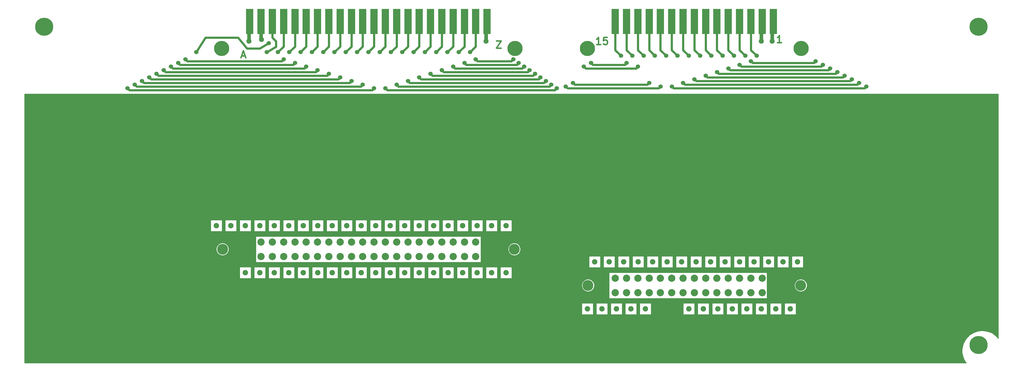
<source format=gbr>
G04 #@! TF.GenerationSoftware,KiCad,Pcbnew,(5.1.5)-3*
G04 #@! TF.CreationDate,2021-05-23T22:41:45-06:00*
G04 #@! TF.ProjectId,Star_wars_EMI,53746172-5f77-4617-9273-5f454d492e6b,rev?*
G04 #@! TF.SameCoordinates,Original*
G04 #@! TF.FileFunction,Copper,L1,Top*
G04 #@! TF.FilePolarity,Positive*
%FSLAX46Y46*%
G04 Gerber Fmt 4.6, Leading zero omitted, Abs format (unit mm)*
G04 Created by KiCad (PCBNEW (5.1.5)-3) date 2021-05-23 22:41:45*
%MOMM*%
%LPD*%
G04 APERTURE LIST*
%ADD10C,0.508000*%
%ADD11C,3.810000*%
%ADD12C,2.540000*%
%ADD13C,1.524000*%
%ADD14R,2.540000X8.890000*%
%ADD15C,1.905000*%
%ADD16C,1.778000*%
%ADD17C,6.350000*%
%ADD18C,4.318000*%
%ADD19C,5.334000*%
%ADD20C,1.270000*%
%ADD21C,0.762000*%
%ADD22C,0.254000*%
G04 APERTURE END LIST*
D10*
X95280238Y-51477333D02*
X96489761Y-51477333D01*
X95038333Y-52203047D02*
X95885000Y-49663047D01*
X96731666Y-52203047D01*
X184573333Y-46234047D02*
X186266666Y-46234047D01*
X184573333Y-48774047D01*
X186266666Y-48774047D01*
X221131190Y-47504047D02*
X219679761Y-47504047D01*
X220405476Y-47504047D02*
X220405476Y-44964047D01*
X220163571Y-45326904D01*
X219921666Y-45568809D01*
X219679761Y-45689761D01*
X223429285Y-44964047D02*
X222219761Y-44964047D01*
X222098809Y-46173571D01*
X222219761Y-46052619D01*
X222461666Y-45931666D01*
X223066428Y-45931666D01*
X223308333Y-46052619D01*
X223429285Y-46173571D01*
X223550238Y-46415476D01*
X223550238Y-47020238D01*
X223429285Y-47262142D01*
X223308333Y-47383095D01*
X223066428Y-47504047D01*
X222461666Y-47504047D01*
X222219761Y-47383095D01*
X222098809Y-47262142D01*
X284570714Y-46869047D02*
X283119285Y-46869047D01*
X283845000Y-46869047D02*
X283845000Y-44329047D01*
X283603095Y-44691904D01*
X283361190Y-44933809D01*
X283119285Y-45054761D01*
D11*
X291287200Y-132080000D03*
D12*
X242112800Y-134620000D03*
X246075200Y-134620000D03*
X254000000Y-134620000D03*
X250037600Y-134620000D03*
X234188000Y-134620000D03*
X238150400Y-134620000D03*
X230225600Y-134620000D03*
X226263200Y-134620000D03*
X257962400Y-134620000D03*
X261924800Y-134620000D03*
X269849600Y-134620000D03*
X265887200Y-134620000D03*
X281736800Y-134620000D03*
X277774400Y-134620000D03*
X273812000Y-134620000D03*
X273812000Y-129540000D03*
X277774400Y-129540000D03*
X281736800Y-129540000D03*
X265887200Y-129540000D03*
X269849600Y-129540000D03*
X261924800Y-129540000D03*
X257962400Y-129540000D03*
X226263200Y-129540000D03*
X230225600Y-129540000D03*
X238150400Y-129540000D03*
X234188000Y-129540000D03*
X250037600Y-129540000D03*
X254000000Y-129540000D03*
X246075200Y-129540000D03*
X242112800Y-129540000D03*
D11*
X216712800Y-132080000D03*
D12*
X141681200Y-121920000D03*
X145643600Y-121920000D03*
X149606000Y-121920000D03*
X133756400Y-121920000D03*
X137718800Y-121920000D03*
X129794000Y-121920000D03*
X125831600Y-121920000D03*
X125831600Y-116840000D03*
X129794000Y-116840000D03*
X137718800Y-116840000D03*
X133756400Y-116840000D03*
X149606000Y-116840000D03*
X145643600Y-116840000D03*
X141681200Y-116840000D03*
D11*
X190855600Y-119380000D03*
D12*
X113944400Y-116840000D03*
X117906800Y-116840000D03*
X153568400Y-116840000D03*
X121869200Y-116840000D03*
X106019600Y-116840000D03*
X109982000Y-116840000D03*
X102057200Y-116840000D03*
X98094800Y-116840000D03*
X157530800Y-116840000D03*
X161493200Y-116840000D03*
X169418000Y-116840000D03*
X165455600Y-116840000D03*
X181305200Y-116840000D03*
X177342800Y-116840000D03*
X173380400Y-116840000D03*
X173380400Y-121920000D03*
X177342800Y-121920000D03*
X181305200Y-121920000D03*
X165455600Y-121920000D03*
X169418000Y-121920000D03*
X161493200Y-121920000D03*
X157530800Y-121920000D03*
X98094800Y-121920000D03*
X102057200Y-121920000D03*
X109982000Y-121920000D03*
X106019600Y-121920000D03*
X121869200Y-121920000D03*
X153568400Y-121920000D03*
X117906800Y-121920000D03*
X113944400Y-121920000D03*
D11*
X88544400Y-119380000D03*
D13*
X73025000Y-53975000D03*
D14*
X281736800Y-39370000D03*
X277774400Y-39370000D03*
X273812000Y-39370000D03*
X269849600Y-39370000D03*
X265887200Y-39370000D03*
X261924800Y-39370000D03*
X257962400Y-39370000D03*
X254000000Y-39370000D03*
X250037600Y-39370000D03*
X246075200Y-39370000D03*
X242112800Y-39370000D03*
X238150400Y-39370000D03*
X234188000Y-39370000D03*
X230225600Y-39370000D03*
X226263200Y-39370000D03*
X121869200Y-39370000D03*
X117906800Y-39370000D03*
X113944400Y-39370000D03*
X109982000Y-39370000D03*
X106019600Y-39370000D03*
X102057200Y-39370000D03*
X98094800Y-39370000D03*
X125831600Y-39370000D03*
X129794000Y-39370000D03*
X133756400Y-39370000D03*
X137718800Y-39370000D03*
X141681200Y-39370000D03*
X145643600Y-39370000D03*
X149606000Y-39370000D03*
X153568400Y-39370000D03*
X157530800Y-39370000D03*
X161493200Y-39370000D03*
X165455600Y-39370000D03*
X169418000Y-39370000D03*
X173380400Y-39370000D03*
X177342800Y-39370000D03*
X181305200Y-39370000D03*
D15*
X86360000Y-111125000D03*
X86360000Y-99695000D03*
X91440000Y-111125000D03*
X91440000Y-99695000D03*
X96520000Y-111125000D03*
X96520000Y-99695000D03*
X101600000Y-111125000D03*
X101600000Y-99695000D03*
X106680000Y-111125000D03*
X106680000Y-99695000D03*
X111760000Y-111125000D03*
X111760000Y-99695000D03*
X116840000Y-111125000D03*
X116840000Y-99695000D03*
X121920000Y-111125000D03*
X121920000Y-99695000D03*
X127000000Y-111125000D03*
X127000000Y-99695000D03*
X132080000Y-111125000D03*
X132080000Y-99695000D03*
X137160000Y-111125000D03*
X137160000Y-99695000D03*
X142240000Y-111125000D03*
X142240000Y-99695000D03*
X147320000Y-111125000D03*
X147320000Y-99695000D03*
X152400000Y-111125000D03*
X152400000Y-99695000D03*
X157480000Y-111125000D03*
X157480000Y-99695000D03*
X162560000Y-111125000D03*
X162560000Y-99695000D03*
X167640000Y-111125000D03*
X167640000Y-99695000D03*
X172720000Y-111125000D03*
X172720000Y-99695000D03*
X177800000Y-111125000D03*
X177800000Y-99695000D03*
X182880000Y-111125000D03*
X182880000Y-99695000D03*
X187960000Y-111125000D03*
X187960000Y-99695000D03*
X96520000Y-127635000D03*
X96520000Y-139065000D03*
X101600000Y-127635000D03*
X101600000Y-139065000D03*
X106680000Y-127635000D03*
X106680000Y-139065000D03*
X111760000Y-127635000D03*
X111760000Y-139065000D03*
X116840000Y-127635000D03*
X116840000Y-139065000D03*
X121920000Y-127635000D03*
X121920000Y-139065000D03*
X127000000Y-127635000D03*
X127000000Y-139065000D03*
X132080000Y-127635000D03*
X132080000Y-139065000D03*
X137160000Y-127635000D03*
X137160000Y-139065000D03*
X142240000Y-127635000D03*
X142240000Y-139065000D03*
X147320000Y-127635000D03*
X147320000Y-139065000D03*
X152400000Y-127635000D03*
X152400000Y-139065000D03*
X157480000Y-127635000D03*
X157480000Y-139065000D03*
X162560000Y-127635000D03*
X162560000Y-139065000D03*
X167640000Y-127635000D03*
X167640000Y-139065000D03*
X172720000Y-127635000D03*
X172720000Y-139065000D03*
X177800000Y-127635000D03*
X177800000Y-139065000D03*
X182880000Y-127635000D03*
X182880000Y-139065000D03*
X187960000Y-127635000D03*
X187960000Y-139065000D03*
X219075000Y-123825000D03*
X219075000Y-112395000D03*
X224155000Y-123825000D03*
X224155000Y-112395000D03*
X229235000Y-123825000D03*
X229235000Y-112395000D03*
X234315000Y-123825000D03*
X234315000Y-112395000D03*
X239395000Y-123825000D03*
X239395000Y-112395000D03*
X244475000Y-123825000D03*
X244475000Y-112395000D03*
X249555000Y-123825000D03*
X249555000Y-112395000D03*
X254635000Y-123825000D03*
X254635000Y-112395000D03*
X259715000Y-123825000D03*
X259715000Y-112395000D03*
X264795000Y-123825000D03*
X264795000Y-112395000D03*
X269875000Y-123825000D03*
X269875000Y-112395000D03*
X274955000Y-123825000D03*
X274955000Y-112395000D03*
X280035000Y-123825000D03*
X280035000Y-112395000D03*
X285115000Y-123825000D03*
X285115000Y-112395000D03*
X290195000Y-123825000D03*
X290195000Y-112395000D03*
X216535000Y-140335000D03*
X216535000Y-151765000D03*
X221615000Y-140335000D03*
X221615000Y-151765000D03*
X226695000Y-140335000D03*
X226695000Y-151765000D03*
X231775000Y-140335000D03*
X231775000Y-151765000D03*
X236855000Y-140335000D03*
X236855000Y-151765000D03*
X252095000Y-140335000D03*
X252095000Y-151765000D03*
X257175000Y-140335000D03*
X257175000Y-151765000D03*
X262255000Y-140335000D03*
X262255000Y-151765000D03*
X267335000Y-140335000D03*
X267335000Y-151765000D03*
X272415000Y-140335000D03*
X272415000Y-151765000D03*
X277495000Y-140335000D03*
X277495000Y-151765000D03*
X282575000Y-140335000D03*
X282575000Y-151765000D03*
X287655000Y-140335000D03*
X287655000Y-151765000D03*
D13*
X104038400Y-50165000D03*
X108000800Y-50165000D03*
X111963200Y-50165000D03*
X115925600Y-50165000D03*
X119888000Y-50165000D03*
X123850400Y-50165000D03*
X127812800Y-50165000D03*
X131775200Y-50165000D03*
X135737600Y-50165000D03*
X139700000Y-50165000D03*
X143662400Y-50165000D03*
X147624800Y-50165000D03*
X151587200Y-50165000D03*
X155549600Y-50165000D03*
X159512000Y-50165000D03*
X163474400Y-50165000D03*
X167436800Y-50165000D03*
X171399200Y-50165000D03*
X175361600Y-50165000D03*
X109982000Y-52705000D03*
X113944400Y-53975000D03*
X117906800Y-55245000D03*
X121869200Y-56515000D03*
X125831600Y-57785000D03*
X129794000Y-59055000D03*
X133756400Y-60325000D03*
X137718800Y-61595000D03*
X141681200Y-62865000D03*
X145643600Y-62865000D03*
X149606000Y-61595000D03*
X153568400Y-60325000D03*
X157530800Y-59055000D03*
X161493200Y-57785000D03*
X165455600Y-56515000D03*
X169418000Y-55245000D03*
X173380400Y-53975000D03*
X177342800Y-52705000D03*
X75565000Y-52705000D03*
X70485000Y-55245000D03*
X67945000Y-56515000D03*
X65405000Y-57785000D03*
X62865000Y-59055000D03*
X60325000Y-60325000D03*
X57785000Y-61595000D03*
X55245000Y-62865000D03*
X190500000Y-52705000D03*
X192405000Y-53975000D03*
X194310000Y-55245000D03*
X196215000Y-56515000D03*
X198120000Y-57785000D03*
X200025000Y-59055000D03*
X201930000Y-60325000D03*
X203835000Y-61595000D03*
X205740000Y-62865000D03*
D16*
X97790000Y-46355000D03*
X102235000Y-45720000D03*
D13*
X104775000Y-46990000D03*
D17*
X26035000Y-41275000D03*
X26035000Y-70485000D03*
X135890000Y-70485000D03*
X245110000Y-70485000D03*
X353695000Y-70485000D03*
X353695000Y-41275000D03*
X353695000Y-153035000D03*
X26035000Y-153035000D03*
D13*
X79375000Y-50165000D03*
D16*
X180975000Y-46355000D03*
D13*
X208915000Y-62230000D03*
X211455000Y-60960000D03*
X228269800Y-51435000D03*
X232232200Y-51435000D03*
X236194600Y-51435000D03*
X240157000Y-51435000D03*
X244119400Y-51435000D03*
X248081800Y-51435000D03*
X252044200Y-51435000D03*
X256006600Y-51435000D03*
X259969000Y-51435000D03*
X263931400Y-51435000D03*
X267893800Y-51435000D03*
X271856200Y-51435000D03*
X275818600Y-51435000D03*
X273837400Y-53340000D03*
X269875000Y-54610000D03*
X265912600Y-55880000D03*
X261950200Y-57150000D03*
X257987800Y-58420000D03*
X254025400Y-59690000D03*
X250063000Y-60960000D03*
X246100600Y-62230000D03*
X242138200Y-62230000D03*
X238175800Y-60960000D03*
X234213400Y-55245000D03*
X230251000Y-53975000D03*
X296545000Y-53340000D03*
X299085000Y-54610000D03*
X301625000Y-55880000D03*
X304165000Y-57150000D03*
X306705000Y-58420000D03*
X309245000Y-59690000D03*
X311785000Y-60960000D03*
X314325000Y-62230000D03*
X215265000Y-55245000D03*
X217805000Y-53975000D03*
D16*
X292735000Y-79375000D03*
X277495000Y-46355000D03*
X281305000Y-46355000D03*
D18*
X48895000Y-125730000D03*
X330835000Y-125730000D03*
D19*
X88265000Y-48895000D03*
X291465000Y-48895000D03*
X191135000Y-48895000D03*
X216535000Y-48895000D03*
D16*
X81915000Y-92710000D03*
D20*
X180975000Y-46355000D02*
X180975000Y-39700200D01*
X180975000Y-39700200D02*
X181305200Y-39370000D01*
X281305000Y-46355000D02*
X281305000Y-39801800D01*
X281305000Y-39801800D02*
X281736800Y-39370000D01*
X98094800Y-39370000D02*
X98094800Y-42875200D01*
X98094800Y-42875200D02*
X97790000Y-43180000D01*
X97790000Y-43180000D02*
X97790000Y-46355000D01*
D21*
X177342800Y-39370000D02*
X177342800Y-48183800D01*
X177342800Y-48183800D02*
X175361600Y-50165000D01*
D20*
X102057200Y-45542200D02*
X102235000Y-45720000D01*
X102057200Y-39370000D02*
X102057200Y-45542200D01*
D21*
X113944400Y-39370000D02*
X113944400Y-48183800D01*
X113944400Y-48183800D02*
X111963200Y-50165000D01*
X169418000Y-39370000D02*
X169418000Y-48183800D01*
X169418000Y-48183800D02*
X167436800Y-50165000D01*
X173380400Y-39370000D02*
X173380400Y-48183800D01*
X173380400Y-48183800D02*
X171399200Y-50165000D01*
X101600000Y-48895000D02*
X104775000Y-46990000D01*
X97155000Y-48895000D02*
X101600000Y-48895000D01*
X93980000Y-45085000D02*
X97155000Y-48895000D01*
X79375000Y-50165000D02*
X82550000Y-45085000D01*
X82550000Y-45085000D02*
X93980000Y-45085000D01*
X109982000Y-52705000D02*
X109677200Y-52705000D01*
X109347000Y-53340000D02*
X109982000Y-52705000D01*
X75565000Y-52705000D02*
X76200000Y-53340000D01*
X76200000Y-53340000D02*
X109347000Y-53340000D01*
X190500000Y-52705000D02*
X189865000Y-53340000D01*
X177977800Y-53340000D02*
X177342800Y-52705000D01*
X189865000Y-53340000D02*
X177977800Y-53340000D01*
X104140000Y-50165000D02*
X107315000Y-48260000D01*
X106045000Y-45085000D02*
X107315000Y-46355000D01*
X107315000Y-46355000D02*
X107315000Y-48260000D01*
X106045000Y-45085000D02*
X106019600Y-39370000D01*
X109982000Y-39370000D02*
X109982000Y-48183800D01*
X109982000Y-48183800D02*
X108000800Y-50165000D01*
X117906800Y-39370000D02*
X117906800Y-48183800D01*
X117906800Y-48183800D02*
X115925600Y-50165000D01*
X121869200Y-39370000D02*
X121869200Y-48183800D01*
X121869200Y-48183800D02*
X119888000Y-50165000D01*
X125831600Y-39370000D02*
X125831600Y-48183800D01*
X125831600Y-48183800D02*
X123850400Y-50165000D01*
X129794000Y-39370000D02*
X129794000Y-48183800D01*
X129794000Y-48183800D02*
X127812800Y-50165000D01*
X133756400Y-39370000D02*
X133756400Y-48183800D01*
X133756400Y-48183800D02*
X131775200Y-50165000D01*
X137718800Y-39370000D02*
X137718800Y-48183800D01*
X137718800Y-48183800D02*
X135737600Y-50165000D01*
X141681200Y-39370000D02*
X141681200Y-48183800D01*
X141681200Y-48183800D02*
X139700000Y-50165000D01*
X145643600Y-39370000D02*
X145643600Y-48183800D01*
X145643600Y-48183800D02*
X143662400Y-50165000D01*
X149606000Y-39370000D02*
X149606000Y-48183800D01*
X149606000Y-48183800D02*
X147624800Y-50165000D01*
X153568400Y-39370000D02*
X153568400Y-48183800D01*
X153568400Y-48183800D02*
X151587200Y-50165000D01*
X157530800Y-39370000D02*
X157530800Y-48183800D01*
X157530800Y-48183800D02*
X155549600Y-50165000D01*
X161493200Y-39370000D02*
X161493200Y-48183800D01*
X161493200Y-48183800D02*
X159512000Y-50165000D01*
X165455600Y-39370000D02*
X165455600Y-48183800D01*
X165455600Y-48183800D02*
X163474400Y-50165000D01*
X113309400Y-54610000D02*
X113944400Y-53975000D01*
X73025000Y-53975000D02*
X73660000Y-54610000D01*
X73660000Y-54610000D02*
X113309400Y-54610000D01*
X117271800Y-55880000D02*
X117906800Y-55245000D01*
X70485000Y-55245000D02*
X71120000Y-55880000D01*
X71120000Y-55880000D02*
X117271800Y-55880000D01*
X121234200Y-57150000D02*
X121869200Y-56515000D01*
X67945000Y-56515000D02*
X68580000Y-57150000D01*
X68580000Y-57150000D02*
X121234200Y-57150000D01*
X125196600Y-58420000D02*
X125831600Y-57785000D01*
X65405000Y-57785000D02*
X66040000Y-58420000D01*
X66040000Y-58420000D02*
X125196600Y-58420000D01*
X129159000Y-59690000D02*
X129794000Y-59055000D01*
X62865000Y-59055000D02*
X63500000Y-59690000D01*
X63500000Y-59690000D02*
X129159000Y-59690000D01*
X133121400Y-60960000D02*
X133756400Y-60325000D01*
X60325000Y-60325000D02*
X60960000Y-60960000D01*
X60960000Y-60960000D02*
X133121400Y-60960000D01*
X137083800Y-62230000D02*
X137718800Y-61595000D01*
X57785000Y-61595000D02*
X58420000Y-62230000D01*
X58420000Y-62230000D02*
X137083800Y-62230000D01*
X141046200Y-63500000D02*
X141681200Y-62865000D01*
X55245000Y-62865000D02*
X55880000Y-63500000D01*
X55880000Y-63500000D02*
X141046200Y-63500000D01*
X205740000Y-62865000D02*
X205105000Y-63500000D01*
X146278600Y-63500000D02*
X145643600Y-62865000D01*
X205105000Y-63500000D02*
X146278600Y-63500000D01*
X203835000Y-61595000D02*
X203200000Y-62230000D01*
X150241000Y-62230000D02*
X149606000Y-61595000D01*
X203200000Y-62230000D02*
X150241000Y-62230000D01*
X201930000Y-60325000D02*
X201295000Y-60960000D01*
X154203400Y-60960000D02*
X153568400Y-60325000D01*
X201295000Y-60960000D02*
X154203400Y-60960000D01*
X200025000Y-59055000D02*
X199390000Y-59690000D01*
X158165800Y-59690000D02*
X157530800Y-59055000D01*
X199390000Y-59690000D02*
X158165800Y-59690000D01*
X198120000Y-57785000D02*
X197485000Y-58420000D01*
X162128200Y-58420000D02*
X161493200Y-57785000D01*
X197485000Y-58420000D02*
X162128200Y-58420000D01*
X196215000Y-56515000D02*
X195580000Y-57150000D01*
X166090600Y-57150000D02*
X165455600Y-56515000D01*
X195580000Y-57150000D02*
X166090600Y-57150000D01*
X194310000Y-55245000D02*
X193675000Y-55880000D01*
X170053000Y-55880000D02*
X169418000Y-55245000D01*
X193675000Y-55880000D02*
X170053000Y-55880000D01*
X192405000Y-53975000D02*
X191770000Y-54610000D01*
X174015400Y-54610000D02*
X173380400Y-53975000D01*
X191770000Y-54610000D02*
X174015400Y-54610000D01*
X230225600Y-39370000D02*
X230225600Y-49428400D01*
X230225600Y-49428400D02*
X232232200Y-51435000D01*
D20*
X277495000Y-46355000D02*
X277495000Y-39649400D01*
X277495000Y-39649400D02*
X277774400Y-39370000D01*
D21*
X217805000Y-53975000D02*
X218440000Y-54610000D01*
X229616000Y-54610000D02*
X230251000Y-53975000D01*
X218440000Y-54610000D02*
X229616000Y-54610000D01*
X301625000Y-55880000D02*
X300990000Y-56515000D01*
X266547600Y-56515000D02*
X265912600Y-55880000D01*
X300990000Y-56515000D02*
X266547600Y-56515000D01*
X299085000Y-54610000D02*
X298450000Y-55245000D01*
X270510000Y-55245000D02*
X269875000Y-54610000D01*
X298450000Y-55245000D02*
X270510000Y-55245000D01*
X296545000Y-53340000D02*
X295910000Y-53975000D01*
X274472400Y-53975000D02*
X273837400Y-53340000D01*
X295910000Y-53975000D02*
X274472400Y-53975000D01*
X226263200Y-39370000D02*
X226263200Y-49428400D01*
X226263200Y-49428400D02*
X228269800Y-51435000D01*
X234188000Y-39370000D02*
X234188000Y-49428400D01*
X234188000Y-49428400D02*
X236194600Y-51435000D01*
X238150400Y-39370000D02*
X238150400Y-49428400D01*
X238150400Y-49428400D02*
X240157000Y-51435000D01*
X242112800Y-39370000D02*
X242112800Y-49428400D01*
X242112800Y-49428400D02*
X244119400Y-51435000D01*
X246075200Y-39370000D02*
X246075200Y-49428400D01*
X246075200Y-49428400D02*
X248081800Y-51435000D01*
X250037600Y-39370000D02*
X250037600Y-49428400D01*
X250037600Y-49428400D02*
X252044200Y-51435000D01*
X254000000Y-39370000D02*
X254000000Y-49428400D01*
X254000000Y-49428400D02*
X256006600Y-51435000D01*
X257962400Y-39370000D02*
X257962400Y-49428400D01*
X257962400Y-49428400D02*
X259969000Y-51435000D01*
X261924800Y-39370000D02*
X261924800Y-49428400D01*
X261924800Y-49428400D02*
X263931400Y-51435000D01*
X265887200Y-39370000D02*
X265887200Y-49428400D01*
X265887200Y-49428400D02*
X267893800Y-51435000D01*
X269849600Y-39370000D02*
X269849600Y-49428400D01*
X269849600Y-49428400D02*
X271856200Y-51435000D01*
X273812000Y-39370000D02*
X273812000Y-49428400D01*
X273812000Y-49428400D02*
X275818600Y-51435000D01*
X215265000Y-55245000D02*
X215900000Y-55880000D01*
X233578400Y-55880000D02*
X234213400Y-55245000D01*
X215900000Y-55880000D02*
X233578400Y-55880000D01*
X211455000Y-60960000D02*
X212090000Y-61595000D01*
X237540800Y-61595000D02*
X238175800Y-60960000D01*
X212090000Y-61595000D02*
X237540800Y-61595000D01*
X238175800Y-60960000D02*
X238125000Y-60960000D01*
X208915000Y-62230000D02*
X209550000Y-62865000D01*
X241503200Y-62865000D02*
X242138200Y-62230000D01*
X209550000Y-62865000D02*
X241503200Y-62865000D01*
X242138200Y-62230000D02*
X241935000Y-62230000D01*
X314325000Y-62230000D02*
X313690000Y-62865000D01*
X246735600Y-62865000D02*
X246100600Y-62230000D01*
X313690000Y-62865000D02*
X246735600Y-62865000D01*
X311785000Y-60960000D02*
X311150000Y-61595000D01*
X250698000Y-61595000D02*
X250063000Y-60960000D01*
X311150000Y-61595000D02*
X250698000Y-61595000D01*
X309245000Y-59690000D02*
X308610000Y-60325000D01*
X254660400Y-60325000D02*
X254025400Y-59690000D01*
X308610000Y-60325000D02*
X254660400Y-60325000D01*
X306705000Y-58420000D02*
X306070000Y-59055000D01*
X258622800Y-59055000D02*
X257987800Y-58420000D01*
X306070000Y-59055000D02*
X258622800Y-59055000D01*
X304165000Y-57150000D02*
X303530000Y-57785000D01*
X262585200Y-57785000D02*
X261950200Y-57150000D01*
X303530000Y-57785000D02*
X262585200Y-57785000D01*
D22*
G36*
X360553000Y-150733701D02*
G01*
X360148344Y-150167183D01*
X360134803Y-150151197D01*
X359753803Y-149770197D01*
X359740200Y-149758400D01*
X358724200Y-148996400D01*
X358704796Y-148984408D01*
X357688796Y-148476408D01*
X357665416Y-148467475D01*
X356268416Y-148086475D01*
X356246498Y-148082522D01*
X354849498Y-147955522D01*
X354826502Y-147955522D01*
X353429502Y-148082522D01*
X353397599Y-148089646D01*
X352000599Y-148597646D01*
X351980990Y-148606733D01*
X351091990Y-149114733D01*
X351089659Y-149116098D01*
X350454659Y-149497098D01*
X350430197Y-149516197D01*
X349922197Y-150024197D01*
X349914436Y-150032697D01*
X349279436Y-150794697D01*
X349275400Y-150799800D01*
X348894400Y-151307800D01*
X348882408Y-151327204D01*
X348374408Y-152343204D01*
X348365475Y-152366584D01*
X347984475Y-153763584D01*
X347981728Y-153776121D01*
X347854728Y-154538121D01*
X347853000Y-154559000D01*
X347853000Y-155575000D01*
X347856024Y-155602550D01*
X348110024Y-156745550D01*
X348112356Y-156754493D01*
X348493356Y-158024493D01*
X348504733Y-158051010D01*
X349012733Y-158940010D01*
X349033197Y-158966803D01*
X349324394Y-159258000D01*
X19177000Y-159258000D01*
X19177000Y-138430000D01*
X214503000Y-138430000D01*
X214503000Y-142240000D01*
X214505440Y-142264776D01*
X214512667Y-142288601D01*
X214524403Y-142310557D01*
X214540197Y-142329803D01*
X214559443Y-142345597D01*
X214581399Y-142357333D01*
X214605224Y-142364560D01*
X214630000Y-142367000D01*
X218440000Y-142367000D01*
X218464776Y-142364560D01*
X218488601Y-142357333D01*
X218510557Y-142345597D01*
X218529803Y-142329803D01*
X218545597Y-142310557D01*
X218557333Y-142288601D01*
X218564560Y-142264776D01*
X218567000Y-142240000D01*
X218567000Y-138430000D01*
X219583000Y-138430000D01*
X219583000Y-142240000D01*
X219585440Y-142264776D01*
X219592667Y-142288601D01*
X219604403Y-142310557D01*
X219620197Y-142329803D01*
X219639443Y-142345597D01*
X219661399Y-142357333D01*
X219685224Y-142364560D01*
X219710000Y-142367000D01*
X223520000Y-142367000D01*
X223544776Y-142364560D01*
X223568601Y-142357333D01*
X223590557Y-142345597D01*
X223609803Y-142329803D01*
X223625597Y-142310557D01*
X223637333Y-142288601D01*
X223644560Y-142264776D01*
X223647000Y-142240000D01*
X223647000Y-138430000D01*
X224663000Y-138430000D01*
X224663000Y-142240000D01*
X224665440Y-142264776D01*
X224672667Y-142288601D01*
X224684403Y-142310557D01*
X224700197Y-142329803D01*
X224719443Y-142345597D01*
X224741399Y-142357333D01*
X224765224Y-142364560D01*
X224790000Y-142367000D01*
X228600000Y-142367000D01*
X228624776Y-142364560D01*
X228648601Y-142357333D01*
X228670557Y-142345597D01*
X228689803Y-142329803D01*
X228705597Y-142310557D01*
X228717333Y-142288601D01*
X228724560Y-142264776D01*
X228727000Y-142240000D01*
X228727000Y-138430000D01*
X229743000Y-138430000D01*
X229743000Y-142240000D01*
X229745440Y-142264776D01*
X229752667Y-142288601D01*
X229764403Y-142310557D01*
X229780197Y-142329803D01*
X229799443Y-142345597D01*
X229821399Y-142357333D01*
X229845224Y-142364560D01*
X229870000Y-142367000D01*
X233680000Y-142367000D01*
X233704776Y-142364560D01*
X233728601Y-142357333D01*
X233750557Y-142345597D01*
X233769803Y-142329803D01*
X233785597Y-142310557D01*
X233797333Y-142288601D01*
X233804560Y-142264776D01*
X233807000Y-142240000D01*
X233807000Y-138430000D01*
X234823000Y-138430000D01*
X234823000Y-142240000D01*
X234825440Y-142264776D01*
X234832667Y-142288601D01*
X234844403Y-142310557D01*
X234860197Y-142329803D01*
X234879443Y-142345597D01*
X234901399Y-142357333D01*
X234925224Y-142364560D01*
X234950000Y-142367000D01*
X238760000Y-142367000D01*
X238784776Y-142364560D01*
X238808601Y-142357333D01*
X238830557Y-142345597D01*
X238849803Y-142329803D01*
X238865597Y-142310557D01*
X238877333Y-142288601D01*
X238884560Y-142264776D01*
X238887000Y-142240000D01*
X238887000Y-138430000D01*
X250063000Y-138430000D01*
X250063000Y-142240000D01*
X250065440Y-142264776D01*
X250072667Y-142288601D01*
X250084403Y-142310557D01*
X250100197Y-142329803D01*
X250119443Y-142345597D01*
X250141399Y-142357333D01*
X250165224Y-142364560D01*
X250190000Y-142367000D01*
X254000000Y-142367000D01*
X254024776Y-142364560D01*
X254048601Y-142357333D01*
X254070557Y-142345597D01*
X254089803Y-142329803D01*
X254105597Y-142310557D01*
X254117333Y-142288601D01*
X254124560Y-142264776D01*
X254127000Y-142240000D01*
X254127000Y-138430000D01*
X255143000Y-138430000D01*
X255143000Y-142240000D01*
X255145440Y-142264776D01*
X255152667Y-142288601D01*
X255164403Y-142310557D01*
X255180197Y-142329803D01*
X255199443Y-142345597D01*
X255221399Y-142357333D01*
X255245224Y-142364560D01*
X255270000Y-142367000D01*
X259080000Y-142367000D01*
X259104776Y-142364560D01*
X259128601Y-142357333D01*
X259150557Y-142345597D01*
X259169803Y-142329803D01*
X259185597Y-142310557D01*
X259197333Y-142288601D01*
X259204560Y-142264776D01*
X259207000Y-142240000D01*
X259207000Y-138430000D01*
X260223000Y-138430000D01*
X260223000Y-142240000D01*
X260225440Y-142264776D01*
X260232667Y-142288601D01*
X260244403Y-142310557D01*
X260260197Y-142329803D01*
X260279443Y-142345597D01*
X260301399Y-142357333D01*
X260325224Y-142364560D01*
X260350000Y-142367000D01*
X264160000Y-142367000D01*
X264184776Y-142364560D01*
X264208601Y-142357333D01*
X264230557Y-142345597D01*
X264249803Y-142329803D01*
X264265597Y-142310557D01*
X264277333Y-142288601D01*
X264284560Y-142264776D01*
X264287000Y-142240000D01*
X264287000Y-138430000D01*
X265303000Y-138430000D01*
X265303000Y-142240000D01*
X265305440Y-142264776D01*
X265312667Y-142288601D01*
X265324403Y-142310557D01*
X265340197Y-142329803D01*
X265359443Y-142345597D01*
X265381399Y-142357333D01*
X265405224Y-142364560D01*
X265430000Y-142367000D01*
X269240000Y-142367000D01*
X269264776Y-142364560D01*
X269288601Y-142357333D01*
X269310557Y-142345597D01*
X269329803Y-142329803D01*
X269345597Y-142310557D01*
X269357333Y-142288601D01*
X269364560Y-142264776D01*
X269367000Y-142240000D01*
X269367000Y-138430000D01*
X270383000Y-138430000D01*
X270383000Y-142240000D01*
X270385440Y-142264776D01*
X270392667Y-142288601D01*
X270404403Y-142310557D01*
X270420197Y-142329803D01*
X270439443Y-142345597D01*
X270461399Y-142357333D01*
X270485224Y-142364560D01*
X270510000Y-142367000D01*
X274320000Y-142367000D01*
X274344776Y-142364560D01*
X274368601Y-142357333D01*
X274390557Y-142345597D01*
X274409803Y-142329803D01*
X274425597Y-142310557D01*
X274437333Y-142288601D01*
X274444560Y-142264776D01*
X274447000Y-142240000D01*
X274447000Y-138430000D01*
X275463000Y-138430000D01*
X275463000Y-142240000D01*
X275465440Y-142264776D01*
X275472667Y-142288601D01*
X275484403Y-142310557D01*
X275500197Y-142329803D01*
X275519443Y-142345597D01*
X275541399Y-142357333D01*
X275565224Y-142364560D01*
X275590000Y-142367000D01*
X279400000Y-142367000D01*
X279424776Y-142364560D01*
X279448601Y-142357333D01*
X279470557Y-142345597D01*
X279489803Y-142329803D01*
X279505597Y-142310557D01*
X279517333Y-142288601D01*
X279524560Y-142264776D01*
X279527000Y-142240000D01*
X279527000Y-138430000D01*
X280543000Y-138430000D01*
X280543000Y-142240000D01*
X280545440Y-142264776D01*
X280552667Y-142288601D01*
X280564403Y-142310557D01*
X280580197Y-142329803D01*
X280599443Y-142345597D01*
X280621399Y-142357333D01*
X280645224Y-142364560D01*
X280670000Y-142367000D01*
X284480000Y-142367000D01*
X284504776Y-142364560D01*
X284528601Y-142357333D01*
X284550557Y-142345597D01*
X284569803Y-142329803D01*
X284585597Y-142310557D01*
X284597333Y-142288601D01*
X284604560Y-142264776D01*
X284607000Y-142240000D01*
X284607000Y-138430000D01*
X285623000Y-138430000D01*
X285623000Y-142240000D01*
X285625440Y-142264776D01*
X285632667Y-142288601D01*
X285644403Y-142310557D01*
X285660197Y-142329803D01*
X285679443Y-142345597D01*
X285701399Y-142357333D01*
X285725224Y-142364560D01*
X285750000Y-142367000D01*
X289560000Y-142367000D01*
X289584776Y-142364560D01*
X289608601Y-142357333D01*
X289630557Y-142345597D01*
X289649803Y-142329803D01*
X289665597Y-142310557D01*
X289677333Y-142288601D01*
X289684560Y-142264776D01*
X289687000Y-142240000D01*
X289687000Y-138430000D01*
X289684560Y-138405224D01*
X289677333Y-138381399D01*
X289665597Y-138359443D01*
X289649803Y-138340197D01*
X289630557Y-138324403D01*
X289608601Y-138312667D01*
X289584776Y-138305440D01*
X289560000Y-138303000D01*
X285750000Y-138303000D01*
X285725224Y-138305440D01*
X285701399Y-138312667D01*
X285679443Y-138324403D01*
X285660197Y-138340197D01*
X285644403Y-138359443D01*
X285632667Y-138381399D01*
X285625440Y-138405224D01*
X285623000Y-138430000D01*
X284607000Y-138430000D01*
X284604560Y-138405224D01*
X284597333Y-138381399D01*
X284585597Y-138359443D01*
X284569803Y-138340197D01*
X284550557Y-138324403D01*
X284528601Y-138312667D01*
X284504776Y-138305440D01*
X284480000Y-138303000D01*
X280670000Y-138303000D01*
X280645224Y-138305440D01*
X280621399Y-138312667D01*
X280599443Y-138324403D01*
X280580197Y-138340197D01*
X280564403Y-138359443D01*
X280552667Y-138381399D01*
X280545440Y-138405224D01*
X280543000Y-138430000D01*
X279527000Y-138430000D01*
X279524560Y-138405224D01*
X279517333Y-138381399D01*
X279505597Y-138359443D01*
X279489803Y-138340197D01*
X279470557Y-138324403D01*
X279448601Y-138312667D01*
X279424776Y-138305440D01*
X279400000Y-138303000D01*
X275590000Y-138303000D01*
X275565224Y-138305440D01*
X275541399Y-138312667D01*
X275519443Y-138324403D01*
X275500197Y-138340197D01*
X275484403Y-138359443D01*
X275472667Y-138381399D01*
X275465440Y-138405224D01*
X275463000Y-138430000D01*
X274447000Y-138430000D01*
X274444560Y-138405224D01*
X274437333Y-138381399D01*
X274425597Y-138359443D01*
X274409803Y-138340197D01*
X274390557Y-138324403D01*
X274368601Y-138312667D01*
X274344776Y-138305440D01*
X274320000Y-138303000D01*
X270510000Y-138303000D01*
X270485224Y-138305440D01*
X270461399Y-138312667D01*
X270439443Y-138324403D01*
X270420197Y-138340197D01*
X270404403Y-138359443D01*
X270392667Y-138381399D01*
X270385440Y-138405224D01*
X270383000Y-138430000D01*
X269367000Y-138430000D01*
X269364560Y-138405224D01*
X269357333Y-138381399D01*
X269345597Y-138359443D01*
X269329803Y-138340197D01*
X269310557Y-138324403D01*
X269288601Y-138312667D01*
X269264776Y-138305440D01*
X269240000Y-138303000D01*
X265430000Y-138303000D01*
X265405224Y-138305440D01*
X265381399Y-138312667D01*
X265359443Y-138324403D01*
X265340197Y-138340197D01*
X265324403Y-138359443D01*
X265312667Y-138381399D01*
X265305440Y-138405224D01*
X265303000Y-138430000D01*
X264287000Y-138430000D01*
X264284560Y-138405224D01*
X264277333Y-138381399D01*
X264265597Y-138359443D01*
X264249803Y-138340197D01*
X264230557Y-138324403D01*
X264208601Y-138312667D01*
X264184776Y-138305440D01*
X264160000Y-138303000D01*
X260350000Y-138303000D01*
X260325224Y-138305440D01*
X260301399Y-138312667D01*
X260279443Y-138324403D01*
X260260197Y-138340197D01*
X260244403Y-138359443D01*
X260232667Y-138381399D01*
X260225440Y-138405224D01*
X260223000Y-138430000D01*
X259207000Y-138430000D01*
X259204560Y-138405224D01*
X259197333Y-138381399D01*
X259185597Y-138359443D01*
X259169803Y-138340197D01*
X259150557Y-138324403D01*
X259128601Y-138312667D01*
X259104776Y-138305440D01*
X259080000Y-138303000D01*
X255270000Y-138303000D01*
X255245224Y-138305440D01*
X255221399Y-138312667D01*
X255199443Y-138324403D01*
X255180197Y-138340197D01*
X255164403Y-138359443D01*
X255152667Y-138381399D01*
X255145440Y-138405224D01*
X255143000Y-138430000D01*
X254127000Y-138430000D01*
X254124560Y-138405224D01*
X254117333Y-138381399D01*
X254105597Y-138359443D01*
X254089803Y-138340197D01*
X254070557Y-138324403D01*
X254048601Y-138312667D01*
X254024776Y-138305440D01*
X254000000Y-138303000D01*
X250190000Y-138303000D01*
X250165224Y-138305440D01*
X250141399Y-138312667D01*
X250119443Y-138324403D01*
X250100197Y-138340197D01*
X250084403Y-138359443D01*
X250072667Y-138381399D01*
X250065440Y-138405224D01*
X250063000Y-138430000D01*
X238887000Y-138430000D01*
X238884560Y-138405224D01*
X238877333Y-138381399D01*
X238865597Y-138359443D01*
X238849803Y-138340197D01*
X238830557Y-138324403D01*
X238808601Y-138312667D01*
X238784776Y-138305440D01*
X238760000Y-138303000D01*
X234950000Y-138303000D01*
X234925224Y-138305440D01*
X234901399Y-138312667D01*
X234879443Y-138324403D01*
X234860197Y-138340197D01*
X234844403Y-138359443D01*
X234832667Y-138381399D01*
X234825440Y-138405224D01*
X234823000Y-138430000D01*
X233807000Y-138430000D01*
X233804560Y-138405224D01*
X233797333Y-138381399D01*
X233785597Y-138359443D01*
X233769803Y-138340197D01*
X233750557Y-138324403D01*
X233728601Y-138312667D01*
X233704776Y-138305440D01*
X233680000Y-138303000D01*
X229870000Y-138303000D01*
X229845224Y-138305440D01*
X229821399Y-138312667D01*
X229799443Y-138324403D01*
X229780197Y-138340197D01*
X229764403Y-138359443D01*
X229752667Y-138381399D01*
X229745440Y-138405224D01*
X229743000Y-138430000D01*
X228727000Y-138430000D01*
X228724560Y-138405224D01*
X228717333Y-138381399D01*
X228705597Y-138359443D01*
X228689803Y-138340197D01*
X228670557Y-138324403D01*
X228648601Y-138312667D01*
X228624776Y-138305440D01*
X228600000Y-138303000D01*
X224790000Y-138303000D01*
X224765224Y-138305440D01*
X224741399Y-138312667D01*
X224719443Y-138324403D01*
X224700197Y-138340197D01*
X224684403Y-138359443D01*
X224672667Y-138381399D01*
X224665440Y-138405224D01*
X224663000Y-138430000D01*
X223647000Y-138430000D01*
X223644560Y-138405224D01*
X223637333Y-138381399D01*
X223625597Y-138359443D01*
X223609803Y-138340197D01*
X223590557Y-138324403D01*
X223568601Y-138312667D01*
X223544776Y-138305440D01*
X223520000Y-138303000D01*
X219710000Y-138303000D01*
X219685224Y-138305440D01*
X219661399Y-138312667D01*
X219639443Y-138324403D01*
X219620197Y-138340197D01*
X219604403Y-138359443D01*
X219592667Y-138381399D01*
X219585440Y-138405224D01*
X219583000Y-138430000D01*
X218567000Y-138430000D01*
X218564560Y-138405224D01*
X218557333Y-138381399D01*
X218545597Y-138359443D01*
X218529803Y-138340197D01*
X218510557Y-138324403D01*
X218488601Y-138312667D01*
X218464776Y-138305440D01*
X218440000Y-138303000D01*
X214630000Y-138303000D01*
X214605224Y-138305440D01*
X214581399Y-138312667D01*
X214559443Y-138324403D01*
X214540197Y-138340197D01*
X214524403Y-138359443D01*
X214512667Y-138381399D01*
X214505440Y-138405224D01*
X214503000Y-138430000D01*
X19177000Y-138430000D01*
X19177000Y-131860167D01*
X214480800Y-131860167D01*
X214480800Y-132299833D01*
X214566574Y-132731050D01*
X214734827Y-133137249D01*
X214979092Y-133502817D01*
X215289983Y-133813708D01*
X215655551Y-134057973D01*
X216061750Y-134226226D01*
X216492967Y-134312000D01*
X216932633Y-134312000D01*
X217363850Y-134226226D01*
X217770049Y-134057973D01*
X218135617Y-133813708D01*
X218446508Y-133502817D01*
X218690773Y-133137249D01*
X218859026Y-132731050D01*
X218944800Y-132299833D01*
X218944800Y-131860167D01*
X218859026Y-131428950D01*
X218690773Y-131022751D01*
X218446508Y-130657183D01*
X218135617Y-130346292D01*
X217770049Y-130102027D01*
X217363850Y-129933774D01*
X216932633Y-129848000D01*
X216492967Y-129848000D01*
X216061750Y-129933774D01*
X215655551Y-130102027D01*
X215289983Y-130346292D01*
X214979092Y-130657183D01*
X214734827Y-131022751D01*
X214566574Y-131428950D01*
X214480800Y-131860167D01*
X19177000Y-131860167D01*
X19177000Y-125730000D01*
X94488000Y-125730000D01*
X94488000Y-129540000D01*
X94490440Y-129564776D01*
X94497667Y-129588601D01*
X94509403Y-129610557D01*
X94525197Y-129629803D01*
X94544443Y-129645597D01*
X94566399Y-129657333D01*
X94590224Y-129664560D01*
X94615000Y-129667000D01*
X98425000Y-129667000D01*
X98449776Y-129664560D01*
X98473601Y-129657333D01*
X98495557Y-129645597D01*
X98514803Y-129629803D01*
X98530597Y-129610557D01*
X98542333Y-129588601D01*
X98549560Y-129564776D01*
X98552000Y-129540000D01*
X98552000Y-125730000D01*
X99568000Y-125730000D01*
X99568000Y-129540000D01*
X99570440Y-129564776D01*
X99577667Y-129588601D01*
X99589403Y-129610557D01*
X99605197Y-129629803D01*
X99624443Y-129645597D01*
X99646399Y-129657333D01*
X99670224Y-129664560D01*
X99695000Y-129667000D01*
X103505000Y-129667000D01*
X103529776Y-129664560D01*
X103553601Y-129657333D01*
X103575557Y-129645597D01*
X103594803Y-129629803D01*
X103610597Y-129610557D01*
X103622333Y-129588601D01*
X103629560Y-129564776D01*
X103632000Y-129540000D01*
X103632000Y-125730000D01*
X104648000Y-125730000D01*
X104648000Y-129540000D01*
X104650440Y-129564776D01*
X104657667Y-129588601D01*
X104669403Y-129610557D01*
X104685197Y-129629803D01*
X104704443Y-129645597D01*
X104726399Y-129657333D01*
X104750224Y-129664560D01*
X104775000Y-129667000D01*
X108585000Y-129667000D01*
X108609776Y-129664560D01*
X108633601Y-129657333D01*
X108655557Y-129645597D01*
X108674803Y-129629803D01*
X108690597Y-129610557D01*
X108702333Y-129588601D01*
X108709560Y-129564776D01*
X108712000Y-129540000D01*
X108712000Y-125730000D01*
X109728000Y-125730000D01*
X109728000Y-129540000D01*
X109730440Y-129564776D01*
X109737667Y-129588601D01*
X109749403Y-129610557D01*
X109765197Y-129629803D01*
X109784443Y-129645597D01*
X109806399Y-129657333D01*
X109830224Y-129664560D01*
X109855000Y-129667000D01*
X113665000Y-129667000D01*
X113689776Y-129664560D01*
X113713601Y-129657333D01*
X113735557Y-129645597D01*
X113754803Y-129629803D01*
X113770597Y-129610557D01*
X113782333Y-129588601D01*
X113789560Y-129564776D01*
X113792000Y-129540000D01*
X113792000Y-125730000D01*
X114808000Y-125730000D01*
X114808000Y-129540000D01*
X114810440Y-129564776D01*
X114817667Y-129588601D01*
X114829403Y-129610557D01*
X114845197Y-129629803D01*
X114864443Y-129645597D01*
X114886399Y-129657333D01*
X114910224Y-129664560D01*
X114935000Y-129667000D01*
X118745000Y-129667000D01*
X118769776Y-129664560D01*
X118793601Y-129657333D01*
X118815557Y-129645597D01*
X118834803Y-129629803D01*
X118850597Y-129610557D01*
X118862333Y-129588601D01*
X118869560Y-129564776D01*
X118872000Y-129540000D01*
X118872000Y-125730000D01*
X119888000Y-125730000D01*
X119888000Y-129540000D01*
X119890440Y-129564776D01*
X119897667Y-129588601D01*
X119909403Y-129610557D01*
X119925197Y-129629803D01*
X119944443Y-129645597D01*
X119966399Y-129657333D01*
X119990224Y-129664560D01*
X120015000Y-129667000D01*
X123825000Y-129667000D01*
X123849776Y-129664560D01*
X123873601Y-129657333D01*
X123895557Y-129645597D01*
X123914803Y-129629803D01*
X123930597Y-129610557D01*
X123942333Y-129588601D01*
X123949560Y-129564776D01*
X123952000Y-129540000D01*
X123952000Y-125730000D01*
X124968000Y-125730000D01*
X124968000Y-129540000D01*
X124970440Y-129564776D01*
X124977667Y-129588601D01*
X124989403Y-129610557D01*
X125005197Y-129629803D01*
X125024443Y-129645597D01*
X125046399Y-129657333D01*
X125070224Y-129664560D01*
X125095000Y-129667000D01*
X128905000Y-129667000D01*
X128929776Y-129664560D01*
X128953601Y-129657333D01*
X128975557Y-129645597D01*
X128994803Y-129629803D01*
X129010597Y-129610557D01*
X129022333Y-129588601D01*
X129029560Y-129564776D01*
X129032000Y-129540000D01*
X129032000Y-125730000D01*
X130048000Y-125730000D01*
X130048000Y-129540000D01*
X130050440Y-129564776D01*
X130057667Y-129588601D01*
X130069403Y-129610557D01*
X130085197Y-129629803D01*
X130104443Y-129645597D01*
X130126399Y-129657333D01*
X130150224Y-129664560D01*
X130175000Y-129667000D01*
X133985000Y-129667000D01*
X134009776Y-129664560D01*
X134033601Y-129657333D01*
X134055557Y-129645597D01*
X134074803Y-129629803D01*
X134090597Y-129610557D01*
X134102333Y-129588601D01*
X134109560Y-129564776D01*
X134112000Y-129540000D01*
X134112000Y-125730000D01*
X135128000Y-125730000D01*
X135128000Y-129540000D01*
X135130440Y-129564776D01*
X135137667Y-129588601D01*
X135149403Y-129610557D01*
X135165197Y-129629803D01*
X135184443Y-129645597D01*
X135206399Y-129657333D01*
X135230224Y-129664560D01*
X135255000Y-129667000D01*
X139065000Y-129667000D01*
X139089776Y-129664560D01*
X139113601Y-129657333D01*
X139135557Y-129645597D01*
X139154803Y-129629803D01*
X139170597Y-129610557D01*
X139182333Y-129588601D01*
X139189560Y-129564776D01*
X139192000Y-129540000D01*
X139192000Y-125730000D01*
X140208000Y-125730000D01*
X140208000Y-129540000D01*
X140210440Y-129564776D01*
X140217667Y-129588601D01*
X140229403Y-129610557D01*
X140245197Y-129629803D01*
X140264443Y-129645597D01*
X140286399Y-129657333D01*
X140310224Y-129664560D01*
X140335000Y-129667000D01*
X144145000Y-129667000D01*
X144169776Y-129664560D01*
X144193601Y-129657333D01*
X144215557Y-129645597D01*
X144234803Y-129629803D01*
X144250597Y-129610557D01*
X144262333Y-129588601D01*
X144269560Y-129564776D01*
X144272000Y-129540000D01*
X144272000Y-125730000D01*
X145288000Y-125730000D01*
X145288000Y-129540000D01*
X145290440Y-129564776D01*
X145297667Y-129588601D01*
X145309403Y-129610557D01*
X145325197Y-129629803D01*
X145344443Y-129645597D01*
X145366399Y-129657333D01*
X145390224Y-129664560D01*
X145415000Y-129667000D01*
X149225000Y-129667000D01*
X149249776Y-129664560D01*
X149273601Y-129657333D01*
X149295557Y-129645597D01*
X149314803Y-129629803D01*
X149330597Y-129610557D01*
X149342333Y-129588601D01*
X149349560Y-129564776D01*
X149352000Y-129540000D01*
X149352000Y-125730000D01*
X150368000Y-125730000D01*
X150368000Y-129540000D01*
X150370440Y-129564776D01*
X150377667Y-129588601D01*
X150389403Y-129610557D01*
X150405197Y-129629803D01*
X150424443Y-129645597D01*
X150446399Y-129657333D01*
X150470224Y-129664560D01*
X150495000Y-129667000D01*
X154305000Y-129667000D01*
X154329776Y-129664560D01*
X154353601Y-129657333D01*
X154375557Y-129645597D01*
X154394803Y-129629803D01*
X154410597Y-129610557D01*
X154422333Y-129588601D01*
X154429560Y-129564776D01*
X154432000Y-129540000D01*
X154432000Y-125730000D01*
X155448000Y-125730000D01*
X155448000Y-129540000D01*
X155450440Y-129564776D01*
X155457667Y-129588601D01*
X155469403Y-129610557D01*
X155485197Y-129629803D01*
X155504443Y-129645597D01*
X155526399Y-129657333D01*
X155550224Y-129664560D01*
X155575000Y-129667000D01*
X159385000Y-129667000D01*
X159409776Y-129664560D01*
X159433601Y-129657333D01*
X159455557Y-129645597D01*
X159474803Y-129629803D01*
X159490597Y-129610557D01*
X159502333Y-129588601D01*
X159509560Y-129564776D01*
X159512000Y-129540000D01*
X159512000Y-125730000D01*
X160528000Y-125730000D01*
X160528000Y-129540000D01*
X160530440Y-129564776D01*
X160537667Y-129588601D01*
X160549403Y-129610557D01*
X160565197Y-129629803D01*
X160584443Y-129645597D01*
X160606399Y-129657333D01*
X160630224Y-129664560D01*
X160655000Y-129667000D01*
X164465000Y-129667000D01*
X164489776Y-129664560D01*
X164513601Y-129657333D01*
X164535557Y-129645597D01*
X164554803Y-129629803D01*
X164570597Y-129610557D01*
X164582333Y-129588601D01*
X164589560Y-129564776D01*
X164592000Y-129540000D01*
X164592000Y-125730000D01*
X165608000Y-125730000D01*
X165608000Y-129540000D01*
X165610440Y-129564776D01*
X165617667Y-129588601D01*
X165629403Y-129610557D01*
X165645197Y-129629803D01*
X165664443Y-129645597D01*
X165686399Y-129657333D01*
X165710224Y-129664560D01*
X165735000Y-129667000D01*
X169545000Y-129667000D01*
X169569776Y-129664560D01*
X169593601Y-129657333D01*
X169615557Y-129645597D01*
X169634803Y-129629803D01*
X169650597Y-129610557D01*
X169662333Y-129588601D01*
X169669560Y-129564776D01*
X169672000Y-129540000D01*
X169672000Y-125730000D01*
X170688000Y-125730000D01*
X170688000Y-129540000D01*
X170690440Y-129564776D01*
X170697667Y-129588601D01*
X170709403Y-129610557D01*
X170725197Y-129629803D01*
X170744443Y-129645597D01*
X170766399Y-129657333D01*
X170790224Y-129664560D01*
X170815000Y-129667000D01*
X174625000Y-129667000D01*
X174649776Y-129664560D01*
X174673601Y-129657333D01*
X174695557Y-129645597D01*
X174714803Y-129629803D01*
X174730597Y-129610557D01*
X174742333Y-129588601D01*
X174749560Y-129564776D01*
X174752000Y-129540000D01*
X174752000Y-125730000D01*
X175768000Y-125730000D01*
X175768000Y-129540000D01*
X175770440Y-129564776D01*
X175777667Y-129588601D01*
X175789403Y-129610557D01*
X175805197Y-129629803D01*
X175824443Y-129645597D01*
X175846399Y-129657333D01*
X175870224Y-129664560D01*
X175895000Y-129667000D01*
X179705000Y-129667000D01*
X179729776Y-129664560D01*
X179753601Y-129657333D01*
X179775557Y-129645597D01*
X179794803Y-129629803D01*
X179810597Y-129610557D01*
X179822333Y-129588601D01*
X179829560Y-129564776D01*
X179832000Y-129540000D01*
X179832000Y-125730000D01*
X180848000Y-125730000D01*
X180848000Y-129540000D01*
X180850440Y-129564776D01*
X180857667Y-129588601D01*
X180869403Y-129610557D01*
X180885197Y-129629803D01*
X180904443Y-129645597D01*
X180926399Y-129657333D01*
X180950224Y-129664560D01*
X180975000Y-129667000D01*
X184785000Y-129667000D01*
X184809776Y-129664560D01*
X184833601Y-129657333D01*
X184855557Y-129645597D01*
X184874803Y-129629803D01*
X184890597Y-129610557D01*
X184902333Y-129588601D01*
X184909560Y-129564776D01*
X184912000Y-129540000D01*
X184912000Y-125730000D01*
X185928000Y-125730000D01*
X185928000Y-129540000D01*
X185930440Y-129564776D01*
X185937667Y-129588601D01*
X185949403Y-129610557D01*
X185965197Y-129629803D01*
X185984443Y-129645597D01*
X186006399Y-129657333D01*
X186030224Y-129664560D01*
X186055000Y-129667000D01*
X189865000Y-129667000D01*
X189889776Y-129664560D01*
X189913601Y-129657333D01*
X189935557Y-129645597D01*
X189954803Y-129629803D01*
X189970597Y-129610557D01*
X189982333Y-129588601D01*
X189989560Y-129564776D01*
X189992000Y-129540000D01*
X189992000Y-127635000D01*
X224028000Y-127635000D01*
X224028000Y-136525000D01*
X224030440Y-136549776D01*
X224037667Y-136573601D01*
X224049403Y-136595557D01*
X224065197Y-136614803D01*
X224084443Y-136630597D01*
X224106399Y-136642333D01*
X224130224Y-136649560D01*
X224155000Y-136652000D01*
X279400000Y-136652000D01*
X279424776Y-136649560D01*
X279448601Y-136642333D01*
X279470557Y-136630597D01*
X279489803Y-136614803D01*
X279505597Y-136595557D01*
X279517333Y-136573601D01*
X279524560Y-136549776D01*
X279527000Y-136525000D01*
X279527000Y-131860167D01*
X289055200Y-131860167D01*
X289055200Y-132299833D01*
X289140974Y-132731050D01*
X289309227Y-133137249D01*
X289553492Y-133502817D01*
X289864383Y-133813708D01*
X290229951Y-134057973D01*
X290636150Y-134226226D01*
X291067367Y-134312000D01*
X291507033Y-134312000D01*
X291938250Y-134226226D01*
X292344449Y-134057973D01*
X292710017Y-133813708D01*
X293020908Y-133502817D01*
X293265173Y-133137249D01*
X293433426Y-132731050D01*
X293519200Y-132299833D01*
X293519200Y-131860167D01*
X293433426Y-131428950D01*
X293265173Y-131022751D01*
X293020908Y-130657183D01*
X292710017Y-130346292D01*
X292344449Y-130102027D01*
X291938250Y-129933774D01*
X291507033Y-129848000D01*
X291067367Y-129848000D01*
X290636150Y-129933774D01*
X290229951Y-130102027D01*
X289864383Y-130346292D01*
X289553492Y-130657183D01*
X289309227Y-131022751D01*
X289140974Y-131428950D01*
X289055200Y-131860167D01*
X279527000Y-131860167D01*
X279527000Y-127635000D01*
X279524560Y-127610224D01*
X279517333Y-127586399D01*
X279505597Y-127564443D01*
X279489803Y-127545197D01*
X279470557Y-127529403D01*
X279448601Y-127517667D01*
X279424776Y-127510440D01*
X279400000Y-127508000D01*
X224155000Y-127508000D01*
X224130224Y-127510440D01*
X224106399Y-127517667D01*
X224084443Y-127529403D01*
X224065197Y-127545197D01*
X224049403Y-127564443D01*
X224037667Y-127586399D01*
X224030440Y-127610224D01*
X224028000Y-127635000D01*
X189992000Y-127635000D01*
X189992000Y-125730000D01*
X189989560Y-125705224D01*
X189982333Y-125681399D01*
X189970597Y-125659443D01*
X189954803Y-125640197D01*
X189935557Y-125624403D01*
X189913601Y-125612667D01*
X189889776Y-125605440D01*
X189865000Y-125603000D01*
X186055000Y-125603000D01*
X186030224Y-125605440D01*
X186006399Y-125612667D01*
X185984443Y-125624403D01*
X185965197Y-125640197D01*
X185949403Y-125659443D01*
X185937667Y-125681399D01*
X185930440Y-125705224D01*
X185928000Y-125730000D01*
X184912000Y-125730000D01*
X184909560Y-125705224D01*
X184902333Y-125681399D01*
X184890597Y-125659443D01*
X184874803Y-125640197D01*
X184855557Y-125624403D01*
X184833601Y-125612667D01*
X184809776Y-125605440D01*
X184785000Y-125603000D01*
X180975000Y-125603000D01*
X180950224Y-125605440D01*
X180926399Y-125612667D01*
X180904443Y-125624403D01*
X180885197Y-125640197D01*
X180869403Y-125659443D01*
X180857667Y-125681399D01*
X180850440Y-125705224D01*
X180848000Y-125730000D01*
X179832000Y-125730000D01*
X179829560Y-125705224D01*
X179822333Y-125681399D01*
X179810597Y-125659443D01*
X179794803Y-125640197D01*
X179775557Y-125624403D01*
X179753601Y-125612667D01*
X179729776Y-125605440D01*
X179705000Y-125603000D01*
X175895000Y-125603000D01*
X175870224Y-125605440D01*
X175846399Y-125612667D01*
X175824443Y-125624403D01*
X175805197Y-125640197D01*
X175789403Y-125659443D01*
X175777667Y-125681399D01*
X175770440Y-125705224D01*
X175768000Y-125730000D01*
X174752000Y-125730000D01*
X174749560Y-125705224D01*
X174742333Y-125681399D01*
X174730597Y-125659443D01*
X174714803Y-125640197D01*
X174695557Y-125624403D01*
X174673601Y-125612667D01*
X174649776Y-125605440D01*
X174625000Y-125603000D01*
X170815000Y-125603000D01*
X170790224Y-125605440D01*
X170766399Y-125612667D01*
X170744443Y-125624403D01*
X170725197Y-125640197D01*
X170709403Y-125659443D01*
X170697667Y-125681399D01*
X170690440Y-125705224D01*
X170688000Y-125730000D01*
X169672000Y-125730000D01*
X169669560Y-125705224D01*
X169662333Y-125681399D01*
X169650597Y-125659443D01*
X169634803Y-125640197D01*
X169615557Y-125624403D01*
X169593601Y-125612667D01*
X169569776Y-125605440D01*
X169545000Y-125603000D01*
X165735000Y-125603000D01*
X165710224Y-125605440D01*
X165686399Y-125612667D01*
X165664443Y-125624403D01*
X165645197Y-125640197D01*
X165629403Y-125659443D01*
X165617667Y-125681399D01*
X165610440Y-125705224D01*
X165608000Y-125730000D01*
X164592000Y-125730000D01*
X164589560Y-125705224D01*
X164582333Y-125681399D01*
X164570597Y-125659443D01*
X164554803Y-125640197D01*
X164535557Y-125624403D01*
X164513601Y-125612667D01*
X164489776Y-125605440D01*
X164465000Y-125603000D01*
X160655000Y-125603000D01*
X160630224Y-125605440D01*
X160606399Y-125612667D01*
X160584443Y-125624403D01*
X160565197Y-125640197D01*
X160549403Y-125659443D01*
X160537667Y-125681399D01*
X160530440Y-125705224D01*
X160528000Y-125730000D01*
X159512000Y-125730000D01*
X159509560Y-125705224D01*
X159502333Y-125681399D01*
X159490597Y-125659443D01*
X159474803Y-125640197D01*
X159455557Y-125624403D01*
X159433601Y-125612667D01*
X159409776Y-125605440D01*
X159385000Y-125603000D01*
X155575000Y-125603000D01*
X155550224Y-125605440D01*
X155526399Y-125612667D01*
X155504443Y-125624403D01*
X155485197Y-125640197D01*
X155469403Y-125659443D01*
X155457667Y-125681399D01*
X155450440Y-125705224D01*
X155448000Y-125730000D01*
X154432000Y-125730000D01*
X154429560Y-125705224D01*
X154422333Y-125681399D01*
X154410597Y-125659443D01*
X154394803Y-125640197D01*
X154375557Y-125624403D01*
X154353601Y-125612667D01*
X154329776Y-125605440D01*
X154305000Y-125603000D01*
X150495000Y-125603000D01*
X150470224Y-125605440D01*
X150446399Y-125612667D01*
X150424443Y-125624403D01*
X150405197Y-125640197D01*
X150389403Y-125659443D01*
X150377667Y-125681399D01*
X150370440Y-125705224D01*
X150368000Y-125730000D01*
X149352000Y-125730000D01*
X149349560Y-125705224D01*
X149342333Y-125681399D01*
X149330597Y-125659443D01*
X149314803Y-125640197D01*
X149295557Y-125624403D01*
X149273601Y-125612667D01*
X149249776Y-125605440D01*
X149225000Y-125603000D01*
X145415000Y-125603000D01*
X145390224Y-125605440D01*
X145366399Y-125612667D01*
X145344443Y-125624403D01*
X145325197Y-125640197D01*
X145309403Y-125659443D01*
X145297667Y-125681399D01*
X145290440Y-125705224D01*
X145288000Y-125730000D01*
X144272000Y-125730000D01*
X144269560Y-125705224D01*
X144262333Y-125681399D01*
X144250597Y-125659443D01*
X144234803Y-125640197D01*
X144215557Y-125624403D01*
X144193601Y-125612667D01*
X144169776Y-125605440D01*
X144145000Y-125603000D01*
X140335000Y-125603000D01*
X140310224Y-125605440D01*
X140286399Y-125612667D01*
X140264443Y-125624403D01*
X140245197Y-125640197D01*
X140229403Y-125659443D01*
X140217667Y-125681399D01*
X140210440Y-125705224D01*
X140208000Y-125730000D01*
X139192000Y-125730000D01*
X139189560Y-125705224D01*
X139182333Y-125681399D01*
X139170597Y-125659443D01*
X139154803Y-125640197D01*
X139135557Y-125624403D01*
X139113601Y-125612667D01*
X139089776Y-125605440D01*
X139065000Y-125603000D01*
X135255000Y-125603000D01*
X135230224Y-125605440D01*
X135206399Y-125612667D01*
X135184443Y-125624403D01*
X135165197Y-125640197D01*
X135149403Y-125659443D01*
X135137667Y-125681399D01*
X135130440Y-125705224D01*
X135128000Y-125730000D01*
X134112000Y-125730000D01*
X134109560Y-125705224D01*
X134102333Y-125681399D01*
X134090597Y-125659443D01*
X134074803Y-125640197D01*
X134055557Y-125624403D01*
X134033601Y-125612667D01*
X134009776Y-125605440D01*
X133985000Y-125603000D01*
X130175000Y-125603000D01*
X130150224Y-125605440D01*
X130126399Y-125612667D01*
X130104443Y-125624403D01*
X130085197Y-125640197D01*
X130069403Y-125659443D01*
X130057667Y-125681399D01*
X130050440Y-125705224D01*
X130048000Y-125730000D01*
X129032000Y-125730000D01*
X129029560Y-125705224D01*
X129022333Y-125681399D01*
X129010597Y-125659443D01*
X128994803Y-125640197D01*
X128975557Y-125624403D01*
X128953601Y-125612667D01*
X128929776Y-125605440D01*
X128905000Y-125603000D01*
X125095000Y-125603000D01*
X125070224Y-125605440D01*
X125046399Y-125612667D01*
X125024443Y-125624403D01*
X125005197Y-125640197D01*
X124989403Y-125659443D01*
X124977667Y-125681399D01*
X124970440Y-125705224D01*
X124968000Y-125730000D01*
X123952000Y-125730000D01*
X123949560Y-125705224D01*
X123942333Y-125681399D01*
X123930597Y-125659443D01*
X123914803Y-125640197D01*
X123895557Y-125624403D01*
X123873601Y-125612667D01*
X123849776Y-125605440D01*
X123825000Y-125603000D01*
X120015000Y-125603000D01*
X119990224Y-125605440D01*
X119966399Y-125612667D01*
X119944443Y-125624403D01*
X119925197Y-125640197D01*
X119909403Y-125659443D01*
X119897667Y-125681399D01*
X119890440Y-125705224D01*
X119888000Y-125730000D01*
X118872000Y-125730000D01*
X118869560Y-125705224D01*
X118862333Y-125681399D01*
X118850597Y-125659443D01*
X118834803Y-125640197D01*
X118815557Y-125624403D01*
X118793601Y-125612667D01*
X118769776Y-125605440D01*
X118745000Y-125603000D01*
X114935000Y-125603000D01*
X114910224Y-125605440D01*
X114886399Y-125612667D01*
X114864443Y-125624403D01*
X114845197Y-125640197D01*
X114829403Y-125659443D01*
X114817667Y-125681399D01*
X114810440Y-125705224D01*
X114808000Y-125730000D01*
X113792000Y-125730000D01*
X113789560Y-125705224D01*
X113782333Y-125681399D01*
X113770597Y-125659443D01*
X113754803Y-125640197D01*
X113735557Y-125624403D01*
X113713601Y-125612667D01*
X113689776Y-125605440D01*
X113665000Y-125603000D01*
X109855000Y-125603000D01*
X109830224Y-125605440D01*
X109806399Y-125612667D01*
X109784443Y-125624403D01*
X109765197Y-125640197D01*
X109749403Y-125659443D01*
X109737667Y-125681399D01*
X109730440Y-125705224D01*
X109728000Y-125730000D01*
X108712000Y-125730000D01*
X108709560Y-125705224D01*
X108702333Y-125681399D01*
X108690597Y-125659443D01*
X108674803Y-125640197D01*
X108655557Y-125624403D01*
X108633601Y-125612667D01*
X108609776Y-125605440D01*
X108585000Y-125603000D01*
X104775000Y-125603000D01*
X104750224Y-125605440D01*
X104726399Y-125612667D01*
X104704443Y-125624403D01*
X104685197Y-125640197D01*
X104669403Y-125659443D01*
X104657667Y-125681399D01*
X104650440Y-125705224D01*
X104648000Y-125730000D01*
X103632000Y-125730000D01*
X103629560Y-125705224D01*
X103622333Y-125681399D01*
X103610597Y-125659443D01*
X103594803Y-125640197D01*
X103575557Y-125624403D01*
X103553601Y-125612667D01*
X103529776Y-125605440D01*
X103505000Y-125603000D01*
X99695000Y-125603000D01*
X99670224Y-125605440D01*
X99646399Y-125612667D01*
X99624443Y-125624403D01*
X99605197Y-125640197D01*
X99589403Y-125659443D01*
X99577667Y-125681399D01*
X99570440Y-125705224D01*
X99568000Y-125730000D01*
X98552000Y-125730000D01*
X98549560Y-125705224D01*
X98542333Y-125681399D01*
X98530597Y-125659443D01*
X98514803Y-125640197D01*
X98495557Y-125624403D01*
X98473601Y-125612667D01*
X98449776Y-125605440D01*
X98425000Y-125603000D01*
X94615000Y-125603000D01*
X94590224Y-125605440D01*
X94566399Y-125612667D01*
X94544443Y-125624403D01*
X94525197Y-125640197D01*
X94509403Y-125659443D01*
X94497667Y-125681399D01*
X94490440Y-125705224D01*
X94488000Y-125730000D01*
X19177000Y-125730000D01*
X19177000Y-119160167D01*
X86312400Y-119160167D01*
X86312400Y-119599833D01*
X86398174Y-120031050D01*
X86566427Y-120437249D01*
X86810692Y-120802817D01*
X87121583Y-121113708D01*
X87487151Y-121357973D01*
X87893350Y-121526226D01*
X88324567Y-121612000D01*
X88764233Y-121612000D01*
X89195450Y-121526226D01*
X89601649Y-121357973D01*
X89967217Y-121113708D01*
X90278108Y-120802817D01*
X90522373Y-120437249D01*
X90690626Y-120031050D01*
X90776400Y-119599833D01*
X90776400Y-119160167D01*
X90690626Y-118728950D01*
X90522373Y-118322751D01*
X90278108Y-117957183D01*
X89967217Y-117646292D01*
X89601649Y-117402027D01*
X89195450Y-117233774D01*
X88764233Y-117148000D01*
X88324567Y-117148000D01*
X87893350Y-117233774D01*
X87487151Y-117402027D01*
X87121583Y-117646292D01*
X86810692Y-117957183D01*
X86566427Y-118322751D01*
X86398174Y-118728950D01*
X86312400Y-119160167D01*
X19177000Y-119160167D01*
X19177000Y-114935000D01*
X100203000Y-114935000D01*
X100203000Y-123825000D01*
X100205440Y-123849776D01*
X100212667Y-123873601D01*
X100224403Y-123895557D01*
X100240197Y-123914803D01*
X100259443Y-123930597D01*
X100281399Y-123942333D01*
X100305224Y-123949560D01*
X100330000Y-123952000D01*
X179070000Y-123952000D01*
X179094776Y-123949560D01*
X179118601Y-123942333D01*
X179140557Y-123930597D01*
X179159803Y-123914803D01*
X179175597Y-123895557D01*
X179187333Y-123873601D01*
X179194560Y-123849776D01*
X179197000Y-123825000D01*
X179197000Y-121920000D01*
X217043000Y-121920000D01*
X217043000Y-125730000D01*
X217045440Y-125754776D01*
X217052667Y-125778601D01*
X217064403Y-125800557D01*
X217080197Y-125819803D01*
X217099443Y-125835597D01*
X217121399Y-125847333D01*
X217145224Y-125854560D01*
X217170000Y-125857000D01*
X220980000Y-125857000D01*
X221004776Y-125854560D01*
X221028601Y-125847333D01*
X221050557Y-125835597D01*
X221069803Y-125819803D01*
X221085597Y-125800557D01*
X221097333Y-125778601D01*
X221104560Y-125754776D01*
X221107000Y-125730000D01*
X221107000Y-121920000D01*
X222123000Y-121920000D01*
X222123000Y-125730000D01*
X222125440Y-125754776D01*
X222132667Y-125778601D01*
X222144403Y-125800557D01*
X222160197Y-125819803D01*
X222179443Y-125835597D01*
X222201399Y-125847333D01*
X222225224Y-125854560D01*
X222250000Y-125857000D01*
X226060000Y-125857000D01*
X226084776Y-125854560D01*
X226108601Y-125847333D01*
X226130557Y-125835597D01*
X226149803Y-125819803D01*
X226165597Y-125800557D01*
X226177333Y-125778601D01*
X226184560Y-125754776D01*
X226187000Y-125730000D01*
X226187000Y-121920000D01*
X227203000Y-121920000D01*
X227203000Y-125730000D01*
X227205440Y-125754776D01*
X227212667Y-125778601D01*
X227224403Y-125800557D01*
X227240197Y-125819803D01*
X227259443Y-125835597D01*
X227281399Y-125847333D01*
X227305224Y-125854560D01*
X227330000Y-125857000D01*
X231140000Y-125857000D01*
X231164776Y-125854560D01*
X231188601Y-125847333D01*
X231210557Y-125835597D01*
X231229803Y-125819803D01*
X231245597Y-125800557D01*
X231257333Y-125778601D01*
X231264560Y-125754776D01*
X231267000Y-125730000D01*
X231267000Y-121920000D01*
X232283000Y-121920000D01*
X232283000Y-125730000D01*
X232285440Y-125754776D01*
X232292667Y-125778601D01*
X232304403Y-125800557D01*
X232320197Y-125819803D01*
X232339443Y-125835597D01*
X232361399Y-125847333D01*
X232385224Y-125854560D01*
X232410000Y-125857000D01*
X236220000Y-125857000D01*
X236244776Y-125854560D01*
X236268601Y-125847333D01*
X236290557Y-125835597D01*
X236309803Y-125819803D01*
X236325597Y-125800557D01*
X236337333Y-125778601D01*
X236344560Y-125754776D01*
X236347000Y-125730000D01*
X236347000Y-121920000D01*
X237363000Y-121920000D01*
X237363000Y-125730000D01*
X237365440Y-125754776D01*
X237372667Y-125778601D01*
X237384403Y-125800557D01*
X237400197Y-125819803D01*
X237419443Y-125835597D01*
X237441399Y-125847333D01*
X237465224Y-125854560D01*
X237490000Y-125857000D01*
X241300000Y-125857000D01*
X241324776Y-125854560D01*
X241348601Y-125847333D01*
X241370557Y-125835597D01*
X241389803Y-125819803D01*
X241405597Y-125800557D01*
X241417333Y-125778601D01*
X241424560Y-125754776D01*
X241427000Y-125730000D01*
X241427000Y-121920000D01*
X242443000Y-121920000D01*
X242443000Y-125730000D01*
X242445440Y-125754776D01*
X242452667Y-125778601D01*
X242464403Y-125800557D01*
X242480197Y-125819803D01*
X242499443Y-125835597D01*
X242521399Y-125847333D01*
X242545224Y-125854560D01*
X242570000Y-125857000D01*
X246380000Y-125857000D01*
X246404776Y-125854560D01*
X246428601Y-125847333D01*
X246450557Y-125835597D01*
X246469803Y-125819803D01*
X246485597Y-125800557D01*
X246497333Y-125778601D01*
X246504560Y-125754776D01*
X246507000Y-125730000D01*
X246507000Y-121920000D01*
X247523000Y-121920000D01*
X247523000Y-125730000D01*
X247525440Y-125754776D01*
X247532667Y-125778601D01*
X247544403Y-125800557D01*
X247560197Y-125819803D01*
X247579443Y-125835597D01*
X247601399Y-125847333D01*
X247625224Y-125854560D01*
X247650000Y-125857000D01*
X251460000Y-125857000D01*
X251484776Y-125854560D01*
X251508601Y-125847333D01*
X251530557Y-125835597D01*
X251549803Y-125819803D01*
X251565597Y-125800557D01*
X251577333Y-125778601D01*
X251584560Y-125754776D01*
X251587000Y-125730000D01*
X251587000Y-121920000D01*
X252603000Y-121920000D01*
X252603000Y-125730000D01*
X252605440Y-125754776D01*
X252612667Y-125778601D01*
X252624403Y-125800557D01*
X252640197Y-125819803D01*
X252659443Y-125835597D01*
X252681399Y-125847333D01*
X252705224Y-125854560D01*
X252730000Y-125857000D01*
X256540000Y-125857000D01*
X256564776Y-125854560D01*
X256588601Y-125847333D01*
X256610557Y-125835597D01*
X256629803Y-125819803D01*
X256645597Y-125800557D01*
X256657333Y-125778601D01*
X256664560Y-125754776D01*
X256667000Y-125730000D01*
X256667000Y-121920000D01*
X257683000Y-121920000D01*
X257683000Y-125730000D01*
X257685440Y-125754776D01*
X257692667Y-125778601D01*
X257704403Y-125800557D01*
X257720197Y-125819803D01*
X257739443Y-125835597D01*
X257761399Y-125847333D01*
X257785224Y-125854560D01*
X257810000Y-125857000D01*
X261620000Y-125857000D01*
X261644776Y-125854560D01*
X261668601Y-125847333D01*
X261690557Y-125835597D01*
X261709803Y-125819803D01*
X261725597Y-125800557D01*
X261737333Y-125778601D01*
X261744560Y-125754776D01*
X261747000Y-125730000D01*
X261747000Y-121920000D01*
X262763000Y-121920000D01*
X262763000Y-125730000D01*
X262765440Y-125754776D01*
X262772667Y-125778601D01*
X262784403Y-125800557D01*
X262800197Y-125819803D01*
X262819443Y-125835597D01*
X262841399Y-125847333D01*
X262865224Y-125854560D01*
X262890000Y-125857000D01*
X266700000Y-125857000D01*
X266724776Y-125854560D01*
X266748601Y-125847333D01*
X266770557Y-125835597D01*
X266789803Y-125819803D01*
X266805597Y-125800557D01*
X266817333Y-125778601D01*
X266824560Y-125754776D01*
X266827000Y-125730000D01*
X266827000Y-121920000D01*
X267843000Y-121920000D01*
X267843000Y-125730000D01*
X267845440Y-125754776D01*
X267852667Y-125778601D01*
X267864403Y-125800557D01*
X267880197Y-125819803D01*
X267899443Y-125835597D01*
X267921399Y-125847333D01*
X267945224Y-125854560D01*
X267970000Y-125857000D01*
X271780000Y-125857000D01*
X271804776Y-125854560D01*
X271828601Y-125847333D01*
X271850557Y-125835597D01*
X271869803Y-125819803D01*
X271885597Y-125800557D01*
X271897333Y-125778601D01*
X271904560Y-125754776D01*
X271907000Y-125730000D01*
X271907000Y-121920000D01*
X272923000Y-121920000D01*
X272923000Y-125730000D01*
X272925440Y-125754776D01*
X272932667Y-125778601D01*
X272944403Y-125800557D01*
X272960197Y-125819803D01*
X272979443Y-125835597D01*
X273001399Y-125847333D01*
X273025224Y-125854560D01*
X273050000Y-125857000D01*
X276860000Y-125857000D01*
X276884776Y-125854560D01*
X276908601Y-125847333D01*
X276930557Y-125835597D01*
X276949803Y-125819803D01*
X276965597Y-125800557D01*
X276977333Y-125778601D01*
X276984560Y-125754776D01*
X276987000Y-125730000D01*
X276987000Y-121920000D01*
X278003000Y-121920000D01*
X278003000Y-125730000D01*
X278005440Y-125754776D01*
X278012667Y-125778601D01*
X278024403Y-125800557D01*
X278040197Y-125819803D01*
X278059443Y-125835597D01*
X278081399Y-125847333D01*
X278105224Y-125854560D01*
X278130000Y-125857000D01*
X281940000Y-125857000D01*
X281964776Y-125854560D01*
X281988601Y-125847333D01*
X282010557Y-125835597D01*
X282029803Y-125819803D01*
X282045597Y-125800557D01*
X282057333Y-125778601D01*
X282064560Y-125754776D01*
X282067000Y-125730000D01*
X282067000Y-121920000D01*
X283083000Y-121920000D01*
X283083000Y-125730000D01*
X283085440Y-125754776D01*
X283092667Y-125778601D01*
X283104403Y-125800557D01*
X283120197Y-125819803D01*
X283139443Y-125835597D01*
X283161399Y-125847333D01*
X283185224Y-125854560D01*
X283210000Y-125857000D01*
X287020000Y-125857000D01*
X287044776Y-125854560D01*
X287068601Y-125847333D01*
X287090557Y-125835597D01*
X287109803Y-125819803D01*
X287125597Y-125800557D01*
X287137333Y-125778601D01*
X287144560Y-125754776D01*
X287147000Y-125730000D01*
X287147000Y-121920000D01*
X288163000Y-121920000D01*
X288163000Y-125730000D01*
X288165440Y-125754776D01*
X288172667Y-125778601D01*
X288184403Y-125800557D01*
X288200197Y-125819803D01*
X288219443Y-125835597D01*
X288241399Y-125847333D01*
X288265224Y-125854560D01*
X288290000Y-125857000D01*
X292100000Y-125857000D01*
X292124776Y-125854560D01*
X292148601Y-125847333D01*
X292170557Y-125835597D01*
X292189803Y-125819803D01*
X292205597Y-125800557D01*
X292217333Y-125778601D01*
X292224560Y-125754776D01*
X292227000Y-125730000D01*
X292227000Y-121920000D01*
X292224560Y-121895224D01*
X292217333Y-121871399D01*
X292205597Y-121849443D01*
X292189803Y-121830197D01*
X292170557Y-121814403D01*
X292148601Y-121802667D01*
X292124776Y-121795440D01*
X292100000Y-121793000D01*
X288290000Y-121793000D01*
X288265224Y-121795440D01*
X288241399Y-121802667D01*
X288219443Y-121814403D01*
X288200197Y-121830197D01*
X288184403Y-121849443D01*
X288172667Y-121871399D01*
X288165440Y-121895224D01*
X288163000Y-121920000D01*
X287147000Y-121920000D01*
X287144560Y-121895224D01*
X287137333Y-121871399D01*
X287125597Y-121849443D01*
X287109803Y-121830197D01*
X287090557Y-121814403D01*
X287068601Y-121802667D01*
X287044776Y-121795440D01*
X287020000Y-121793000D01*
X283210000Y-121793000D01*
X283185224Y-121795440D01*
X283161399Y-121802667D01*
X283139443Y-121814403D01*
X283120197Y-121830197D01*
X283104403Y-121849443D01*
X283092667Y-121871399D01*
X283085440Y-121895224D01*
X283083000Y-121920000D01*
X282067000Y-121920000D01*
X282064560Y-121895224D01*
X282057333Y-121871399D01*
X282045597Y-121849443D01*
X282029803Y-121830197D01*
X282010557Y-121814403D01*
X281988601Y-121802667D01*
X281964776Y-121795440D01*
X281940000Y-121793000D01*
X278130000Y-121793000D01*
X278105224Y-121795440D01*
X278081399Y-121802667D01*
X278059443Y-121814403D01*
X278040197Y-121830197D01*
X278024403Y-121849443D01*
X278012667Y-121871399D01*
X278005440Y-121895224D01*
X278003000Y-121920000D01*
X276987000Y-121920000D01*
X276984560Y-121895224D01*
X276977333Y-121871399D01*
X276965597Y-121849443D01*
X276949803Y-121830197D01*
X276930557Y-121814403D01*
X276908601Y-121802667D01*
X276884776Y-121795440D01*
X276860000Y-121793000D01*
X273050000Y-121793000D01*
X273025224Y-121795440D01*
X273001399Y-121802667D01*
X272979443Y-121814403D01*
X272960197Y-121830197D01*
X272944403Y-121849443D01*
X272932667Y-121871399D01*
X272925440Y-121895224D01*
X272923000Y-121920000D01*
X271907000Y-121920000D01*
X271904560Y-121895224D01*
X271897333Y-121871399D01*
X271885597Y-121849443D01*
X271869803Y-121830197D01*
X271850557Y-121814403D01*
X271828601Y-121802667D01*
X271804776Y-121795440D01*
X271780000Y-121793000D01*
X267970000Y-121793000D01*
X267945224Y-121795440D01*
X267921399Y-121802667D01*
X267899443Y-121814403D01*
X267880197Y-121830197D01*
X267864403Y-121849443D01*
X267852667Y-121871399D01*
X267845440Y-121895224D01*
X267843000Y-121920000D01*
X266827000Y-121920000D01*
X266824560Y-121895224D01*
X266817333Y-121871399D01*
X266805597Y-121849443D01*
X266789803Y-121830197D01*
X266770557Y-121814403D01*
X266748601Y-121802667D01*
X266724776Y-121795440D01*
X266700000Y-121793000D01*
X262890000Y-121793000D01*
X262865224Y-121795440D01*
X262841399Y-121802667D01*
X262819443Y-121814403D01*
X262800197Y-121830197D01*
X262784403Y-121849443D01*
X262772667Y-121871399D01*
X262765440Y-121895224D01*
X262763000Y-121920000D01*
X261747000Y-121920000D01*
X261744560Y-121895224D01*
X261737333Y-121871399D01*
X261725597Y-121849443D01*
X261709803Y-121830197D01*
X261690557Y-121814403D01*
X261668601Y-121802667D01*
X261644776Y-121795440D01*
X261620000Y-121793000D01*
X257810000Y-121793000D01*
X257785224Y-121795440D01*
X257761399Y-121802667D01*
X257739443Y-121814403D01*
X257720197Y-121830197D01*
X257704403Y-121849443D01*
X257692667Y-121871399D01*
X257685440Y-121895224D01*
X257683000Y-121920000D01*
X256667000Y-121920000D01*
X256664560Y-121895224D01*
X256657333Y-121871399D01*
X256645597Y-121849443D01*
X256629803Y-121830197D01*
X256610557Y-121814403D01*
X256588601Y-121802667D01*
X256564776Y-121795440D01*
X256540000Y-121793000D01*
X252730000Y-121793000D01*
X252705224Y-121795440D01*
X252681399Y-121802667D01*
X252659443Y-121814403D01*
X252640197Y-121830197D01*
X252624403Y-121849443D01*
X252612667Y-121871399D01*
X252605440Y-121895224D01*
X252603000Y-121920000D01*
X251587000Y-121920000D01*
X251584560Y-121895224D01*
X251577333Y-121871399D01*
X251565597Y-121849443D01*
X251549803Y-121830197D01*
X251530557Y-121814403D01*
X251508601Y-121802667D01*
X251484776Y-121795440D01*
X251460000Y-121793000D01*
X247650000Y-121793000D01*
X247625224Y-121795440D01*
X247601399Y-121802667D01*
X247579443Y-121814403D01*
X247560197Y-121830197D01*
X247544403Y-121849443D01*
X247532667Y-121871399D01*
X247525440Y-121895224D01*
X247523000Y-121920000D01*
X246507000Y-121920000D01*
X246504560Y-121895224D01*
X246497333Y-121871399D01*
X246485597Y-121849443D01*
X246469803Y-121830197D01*
X246450557Y-121814403D01*
X246428601Y-121802667D01*
X246404776Y-121795440D01*
X246380000Y-121793000D01*
X242570000Y-121793000D01*
X242545224Y-121795440D01*
X242521399Y-121802667D01*
X242499443Y-121814403D01*
X242480197Y-121830197D01*
X242464403Y-121849443D01*
X242452667Y-121871399D01*
X242445440Y-121895224D01*
X242443000Y-121920000D01*
X241427000Y-121920000D01*
X241424560Y-121895224D01*
X241417333Y-121871399D01*
X241405597Y-121849443D01*
X241389803Y-121830197D01*
X241370557Y-121814403D01*
X241348601Y-121802667D01*
X241324776Y-121795440D01*
X241300000Y-121793000D01*
X237490000Y-121793000D01*
X237465224Y-121795440D01*
X237441399Y-121802667D01*
X237419443Y-121814403D01*
X237400197Y-121830197D01*
X237384403Y-121849443D01*
X237372667Y-121871399D01*
X237365440Y-121895224D01*
X237363000Y-121920000D01*
X236347000Y-121920000D01*
X236344560Y-121895224D01*
X236337333Y-121871399D01*
X236325597Y-121849443D01*
X236309803Y-121830197D01*
X236290557Y-121814403D01*
X236268601Y-121802667D01*
X236244776Y-121795440D01*
X236220000Y-121793000D01*
X232410000Y-121793000D01*
X232385224Y-121795440D01*
X232361399Y-121802667D01*
X232339443Y-121814403D01*
X232320197Y-121830197D01*
X232304403Y-121849443D01*
X232292667Y-121871399D01*
X232285440Y-121895224D01*
X232283000Y-121920000D01*
X231267000Y-121920000D01*
X231264560Y-121895224D01*
X231257333Y-121871399D01*
X231245597Y-121849443D01*
X231229803Y-121830197D01*
X231210557Y-121814403D01*
X231188601Y-121802667D01*
X231164776Y-121795440D01*
X231140000Y-121793000D01*
X227330000Y-121793000D01*
X227305224Y-121795440D01*
X227281399Y-121802667D01*
X227259443Y-121814403D01*
X227240197Y-121830197D01*
X227224403Y-121849443D01*
X227212667Y-121871399D01*
X227205440Y-121895224D01*
X227203000Y-121920000D01*
X226187000Y-121920000D01*
X226184560Y-121895224D01*
X226177333Y-121871399D01*
X226165597Y-121849443D01*
X226149803Y-121830197D01*
X226130557Y-121814403D01*
X226108601Y-121802667D01*
X226084776Y-121795440D01*
X226060000Y-121793000D01*
X222250000Y-121793000D01*
X222225224Y-121795440D01*
X222201399Y-121802667D01*
X222179443Y-121814403D01*
X222160197Y-121830197D01*
X222144403Y-121849443D01*
X222132667Y-121871399D01*
X222125440Y-121895224D01*
X222123000Y-121920000D01*
X221107000Y-121920000D01*
X221104560Y-121895224D01*
X221097333Y-121871399D01*
X221085597Y-121849443D01*
X221069803Y-121830197D01*
X221050557Y-121814403D01*
X221028601Y-121802667D01*
X221004776Y-121795440D01*
X220980000Y-121793000D01*
X217170000Y-121793000D01*
X217145224Y-121795440D01*
X217121399Y-121802667D01*
X217099443Y-121814403D01*
X217080197Y-121830197D01*
X217064403Y-121849443D01*
X217052667Y-121871399D01*
X217045440Y-121895224D01*
X217043000Y-121920000D01*
X179197000Y-121920000D01*
X179197000Y-119160167D01*
X188623600Y-119160167D01*
X188623600Y-119599833D01*
X188709374Y-120031050D01*
X188877627Y-120437249D01*
X189121892Y-120802817D01*
X189432783Y-121113708D01*
X189798351Y-121357973D01*
X190204550Y-121526226D01*
X190635767Y-121612000D01*
X191075433Y-121612000D01*
X191506650Y-121526226D01*
X191912849Y-121357973D01*
X192278417Y-121113708D01*
X192589308Y-120802817D01*
X192833573Y-120437249D01*
X193001826Y-120031050D01*
X193087600Y-119599833D01*
X193087600Y-119160167D01*
X193001826Y-118728950D01*
X192833573Y-118322751D01*
X192589308Y-117957183D01*
X192278417Y-117646292D01*
X191912849Y-117402027D01*
X191506650Y-117233774D01*
X191075433Y-117148000D01*
X190635767Y-117148000D01*
X190204550Y-117233774D01*
X189798351Y-117402027D01*
X189432783Y-117646292D01*
X189121892Y-117957183D01*
X188877627Y-118322751D01*
X188709374Y-118728950D01*
X188623600Y-119160167D01*
X179197000Y-119160167D01*
X179197000Y-114935000D01*
X179194560Y-114910224D01*
X179187333Y-114886399D01*
X179175597Y-114864443D01*
X179159803Y-114845197D01*
X179140557Y-114829403D01*
X179118601Y-114817667D01*
X179094776Y-114810440D01*
X179070000Y-114808000D01*
X100330000Y-114808000D01*
X100305224Y-114810440D01*
X100281399Y-114817667D01*
X100259443Y-114829403D01*
X100240197Y-114845197D01*
X100224403Y-114864443D01*
X100212667Y-114886399D01*
X100205440Y-114910224D01*
X100203000Y-114935000D01*
X19177000Y-114935000D01*
X19177000Y-109220000D01*
X84328000Y-109220000D01*
X84328000Y-113030000D01*
X84330440Y-113054776D01*
X84337667Y-113078601D01*
X84349403Y-113100557D01*
X84365197Y-113119803D01*
X84384443Y-113135597D01*
X84406399Y-113147333D01*
X84430224Y-113154560D01*
X84455000Y-113157000D01*
X88265000Y-113157000D01*
X88289776Y-113154560D01*
X88313601Y-113147333D01*
X88335557Y-113135597D01*
X88354803Y-113119803D01*
X88370597Y-113100557D01*
X88382333Y-113078601D01*
X88389560Y-113054776D01*
X88392000Y-113030000D01*
X88392000Y-109220000D01*
X89408000Y-109220000D01*
X89408000Y-113030000D01*
X89410440Y-113054776D01*
X89417667Y-113078601D01*
X89429403Y-113100557D01*
X89445197Y-113119803D01*
X89464443Y-113135597D01*
X89486399Y-113147333D01*
X89510224Y-113154560D01*
X89535000Y-113157000D01*
X93345000Y-113157000D01*
X93369776Y-113154560D01*
X93393601Y-113147333D01*
X93415557Y-113135597D01*
X93434803Y-113119803D01*
X93450597Y-113100557D01*
X93462333Y-113078601D01*
X93469560Y-113054776D01*
X93472000Y-113030000D01*
X93472000Y-109220000D01*
X94488000Y-109220000D01*
X94488000Y-113030000D01*
X94490440Y-113054776D01*
X94497667Y-113078601D01*
X94509403Y-113100557D01*
X94525197Y-113119803D01*
X94544443Y-113135597D01*
X94566399Y-113147333D01*
X94590224Y-113154560D01*
X94615000Y-113157000D01*
X98425000Y-113157000D01*
X98449776Y-113154560D01*
X98473601Y-113147333D01*
X98495557Y-113135597D01*
X98514803Y-113119803D01*
X98530597Y-113100557D01*
X98542333Y-113078601D01*
X98549560Y-113054776D01*
X98552000Y-113030000D01*
X98552000Y-109220000D01*
X99568000Y-109220000D01*
X99568000Y-113030000D01*
X99570440Y-113054776D01*
X99577667Y-113078601D01*
X99589403Y-113100557D01*
X99605197Y-113119803D01*
X99624443Y-113135597D01*
X99646399Y-113147333D01*
X99670224Y-113154560D01*
X99695000Y-113157000D01*
X103505000Y-113157000D01*
X103529776Y-113154560D01*
X103553601Y-113147333D01*
X103575557Y-113135597D01*
X103594803Y-113119803D01*
X103610597Y-113100557D01*
X103622333Y-113078601D01*
X103629560Y-113054776D01*
X103632000Y-113030000D01*
X103632000Y-109220000D01*
X104648000Y-109220000D01*
X104648000Y-113030000D01*
X104650440Y-113054776D01*
X104657667Y-113078601D01*
X104669403Y-113100557D01*
X104685197Y-113119803D01*
X104704443Y-113135597D01*
X104726399Y-113147333D01*
X104750224Y-113154560D01*
X104775000Y-113157000D01*
X108585000Y-113157000D01*
X108609776Y-113154560D01*
X108633601Y-113147333D01*
X108655557Y-113135597D01*
X108674803Y-113119803D01*
X108690597Y-113100557D01*
X108702333Y-113078601D01*
X108709560Y-113054776D01*
X108712000Y-113030000D01*
X108712000Y-109220000D01*
X109728000Y-109220000D01*
X109728000Y-113030000D01*
X109730440Y-113054776D01*
X109737667Y-113078601D01*
X109749403Y-113100557D01*
X109765197Y-113119803D01*
X109784443Y-113135597D01*
X109806399Y-113147333D01*
X109830224Y-113154560D01*
X109855000Y-113157000D01*
X113665000Y-113157000D01*
X113689776Y-113154560D01*
X113713601Y-113147333D01*
X113735557Y-113135597D01*
X113754803Y-113119803D01*
X113770597Y-113100557D01*
X113782333Y-113078601D01*
X113789560Y-113054776D01*
X113792000Y-113030000D01*
X113792000Y-109220000D01*
X114808000Y-109220000D01*
X114808000Y-113030000D01*
X114810440Y-113054776D01*
X114817667Y-113078601D01*
X114829403Y-113100557D01*
X114845197Y-113119803D01*
X114864443Y-113135597D01*
X114886399Y-113147333D01*
X114910224Y-113154560D01*
X114935000Y-113157000D01*
X118745000Y-113157000D01*
X118769776Y-113154560D01*
X118793601Y-113147333D01*
X118815557Y-113135597D01*
X118834803Y-113119803D01*
X118850597Y-113100557D01*
X118862333Y-113078601D01*
X118869560Y-113054776D01*
X118872000Y-113030000D01*
X118872000Y-109220000D01*
X119888000Y-109220000D01*
X119888000Y-113030000D01*
X119890440Y-113054776D01*
X119897667Y-113078601D01*
X119909403Y-113100557D01*
X119925197Y-113119803D01*
X119944443Y-113135597D01*
X119966399Y-113147333D01*
X119990224Y-113154560D01*
X120015000Y-113157000D01*
X123825000Y-113157000D01*
X123849776Y-113154560D01*
X123873601Y-113147333D01*
X123895557Y-113135597D01*
X123914803Y-113119803D01*
X123930597Y-113100557D01*
X123942333Y-113078601D01*
X123949560Y-113054776D01*
X123952000Y-113030000D01*
X123952000Y-109220000D01*
X124968000Y-109220000D01*
X124968000Y-113030000D01*
X124970440Y-113054776D01*
X124977667Y-113078601D01*
X124989403Y-113100557D01*
X125005197Y-113119803D01*
X125024443Y-113135597D01*
X125046399Y-113147333D01*
X125070224Y-113154560D01*
X125095000Y-113157000D01*
X128905000Y-113157000D01*
X128929776Y-113154560D01*
X128953601Y-113147333D01*
X128975557Y-113135597D01*
X128994803Y-113119803D01*
X129010597Y-113100557D01*
X129022333Y-113078601D01*
X129029560Y-113054776D01*
X129032000Y-113030000D01*
X129032000Y-109220000D01*
X130048000Y-109220000D01*
X130048000Y-113030000D01*
X130050440Y-113054776D01*
X130057667Y-113078601D01*
X130069403Y-113100557D01*
X130085197Y-113119803D01*
X130104443Y-113135597D01*
X130126399Y-113147333D01*
X130150224Y-113154560D01*
X130175000Y-113157000D01*
X133985000Y-113157000D01*
X134009776Y-113154560D01*
X134033601Y-113147333D01*
X134055557Y-113135597D01*
X134074803Y-113119803D01*
X134090597Y-113100557D01*
X134102333Y-113078601D01*
X134109560Y-113054776D01*
X134112000Y-113030000D01*
X134112000Y-109220000D01*
X135128000Y-109220000D01*
X135128000Y-113030000D01*
X135130440Y-113054776D01*
X135137667Y-113078601D01*
X135149403Y-113100557D01*
X135165197Y-113119803D01*
X135184443Y-113135597D01*
X135206399Y-113147333D01*
X135230224Y-113154560D01*
X135255000Y-113157000D01*
X139065000Y-113157000D01*
X139089776Y-113154560D01*
X139113601Y-113147333D01*
X139135557Y-113135597D01*
X139154803Y-113119803D01*
X139170597Y-113100557D01*
X139182333Y-113078601D01*
X139189560Y-113054776D01*
X139192000Y-113030000D01*
X139192000Y-109220000D01*
X140208000Y-109220000D01*
X140208000Y-113030000D01*
X140210440Y-113054776D01*
X140217667Y-113078601D01*
X140229403Y-113100557D01*
X140245197Y-113119803D01*
X140264443Y-113135597D01*
X140286399Y-113147333D01*
X140310224Y-113154560D01*
X140335000Y-113157000D01*
X144145000Y-113157000D01*
X144169776Y-113154560D01*
X144193601Y-113147333D01*
X144215557Y-113135597D01*
X144234803Y-113119803D01*
X144250597Y-113100557D01*
X144262333Y-113078601D01*
X144269560Y-113054776D01*
X144272000Y-113030000D01*
X144272000Y-109220000D01*
X145288000Y-109220000D01*
X145288000Y-113030000D01*
X145290440Y-113054776D01*
X145297667Y-113078601D01*
X145309403Y-113100557D01*
X145325197Y-113119803D01*
X145344443Y-113135597D01*
X145366399Y-113147333D01*
X145390224Y-113154560D01*
X145415000Y-113157000D01*
X149225000Y-113157000D01*
X149249776Y-113154560D01*
X149273601Y-113147333D01*
X149295557Y-113135597D01*
X149314803Y-113119803D01*
X149330597Y-113100557D01*
X149342333Y-113078601D01*
X149349560Y-113054776D01*
X149352000Y-113030000D01*
X149352000Y-109220000D01*
X150368000Y-109220000D01*
X150368000Y-113030000D01*
X150370440Y-113054776D01*
X150377667Y-113078601D01*
X150389403Y-113100557D01*
X150405197Y-113119803D01*
X150424443Y-113135597D01*
X150446399Y-113147333D01*
X150470224Y-113154560D01*
X150495000Y-113157000D01*
X154305000Y-113157000D01*
X154329776Y-113154560D01*
X154353601Y-113147333D01*
X154375557Y-113135597D01*
X154394803Y-113119803D01*
X154410597Y-113100557D01*
X154422333Y-113078601D01*
X154429560Y-113054776D01*
X154432000Y-113030000D01*
X154432000Y-109220000D01*
X155448000Y-109220000D01*
X155448000Y-113030000D01*
X155450440Y-113054776D01*
X155457667Y-113078601D01*
X155469403Y-113100557D01*
X155485197Y-113119803D01*
X155504443Y-113135597D01*
X155526399Y-113147333D01*
X155550224Y-113154560D01*
X155575000Y-113157000D01*
X159385000Y-113157000D01*
X159409776Y-113154560D01*
X159433601Y-113147333D01*
X159455557Y-113135597D01*
X159474803Y-113119803D01*
X159490597Y-113100557D01*
X159502333Y-113078601D01*
X159509560Y-113054776D01*
X159512000Y-113030000D01*
X159512000Y-109220000D01*
X160528000Y-109220000D01*
X160528000Y-113030000D01*
X160530440Y-113054776D01*
X160537667Y-113078601D01*
X160549403Y-113100557D01*
X160565197Y-113119803D01*
X160584443Y-113135597D01*
X160606399Y-113147333D01*
X160630224Y-113154560D01*
X160655000Y-113157000D01*
X164465000Y-113157000D01*
X164489776Y-113154560D01*
X164513601Y-113147333D01*
X164535557Y-113135597D01*
X164554803Y-113119803D01*
X164570597Y-113100557D01*
X164582333Y-113078601D01*
X164589560Y-113054776D01*
X164592000Y-113030000D01*
X164592000Y-109220000D01*
X165608000Y-109220000D01*
X165608000Y-113030000D01*
X165610440Y-113054776D01*
X165617667Y-113078601D01*
X165629403Y-113100557D01*
X165645197Y-113119803D01*
X165664443Y-113135597D01*
X165686399Y-113147333D01*
X165710224Y-113154560D01*
X165735000Y-113157000D01*
X169545000Y-113157000D01*
X169569776Y-113154560D01*
X169593601Y-113147333D01*
X169615557Y-113135597D01*
X169634803Y-113119803D01*
X169650597Y-113100557D01*
X169662333Y-113078601D01*
X169669560Y-113054776D01*
X169672000Y-113030000D01*
X169672000Y-109220000D01*
X170688000Y-109220000D01*
X170688000Y-113030000D01*
X170690440Y-113054776D01*
X170697667Y-113078601D01*
X170709403Y-113100557D01*
X170725197Y-113119803D01*
X170744443Y-113135597D01*
X170766399Y-113147333D01*
X170790224Y-113154560D01*
X170815000Y-113157000D01*
X174625000Y-113157000D01*
X174649776Y-113154560D01*
X174673601Y-113147333D01*
X174695557Y-113135597D01*
X174714803Y-113119803D01*
X174730597Y-113100557D01*
X174742333Y-113078601D01*
X174749560Y-113054776D01*
X174752000Y-113030000D01*
X174752000Y-109220000D01*
X175768000Y-109220000D01*
X175768000Y-113030000D01*
X175770440Y-113054776D01*
X175777667Y-113078601D01*
X175789403Y-113100557D01*
X175805197Y-113119803D01*
X175824443Y-113135597D01*
X175846399Y-113147333D01*
X175870224Y-113154560D01*
X175895000Y-113157000D01*
X179705000Y-113157000D01*
X179729776Y-113154560D01*
X179753601Y-113147333D01*
X179775557Y-113135597D01*
X179794803Y-113119803D01*
X179810597Y-113100557D01*
X179822333Y-113078601D01*
X179829560Y-113054776D01*
X179832000Y-113030000D01*
X179832000Y-109220000D01*
X180848000Y-109220000D01*
X180848000Y-113030000D01*
X180850440Y-113054776D01*
X180857667Y-113078601D01*
X180869403Y-113100557D01*
X180885197Y-113119803D01*
X180904443Y-113135597D01*
X180926399Y-113147333D01*
X180950224Y-113154560D01*
X180975000Y-113157000D01*
X184785000Y-113157000D01*
X184809776Y-113154560D01*
X184833601Y-113147333D01*
X184855557Y-113135597D01*
X184874803Y-113119803D01*
X184890597Y-113100557D01*
X184902333Y-113078601D01*
X184909560Y-113054776D01*
X184912000Y-113030000D01*
X184912000Y-109220000D01*
X185928000Y-109220000D01*
X185928000Y-113030000D01*
X185930440Y-113054776D01*
X185937667Y-113078601D01*
X185949403Y-113100557D01*
X185965197Y-113119803D01*
X185984443Y-113135597D01*
X186006399Y-113147333D01*
X186030224Y-113154560D01*
X186055000Y-113157000D01*
X189865000Y-113157000D01*
X189889776Y-113154560D01*
X189913601Y-113147333D01*
X189935557Y-113135597D01*
X189954803Y-113119803D01*
X189970597Y-113100557D01*
X189982333Y-113078601D01*
X189989560Y-113054776D01*
X189992000Y-113030000D01*
X189992000Y-109220000D01*
X189989560Y-109195224D01*
X189982333Y-109171399D01*
X189970597Y-109149443D01*
X189954803Y-109130197D01*
X189935557Y-109114403D01*
X189913601Y-109102667D01*
X189889776Y-109095440D01*
X189865000Y-109093000D01*
X186055000Y-109093000D01*
X186030224Y-109095440D01*
X186006399Y-109102667D01*
X185984443Y-109114403D01*
X185965197Y-109130197D01*
X185949403Y-109149443D01*
X185937667Y-109171399D01*
X185930440Y-109195224D01*
X185928000Y-109220000D01*
X184912000Y-109220000D01*
X184909560Y-109195224D01*
X184902333Y-109171399D01*
X184890597Y-109149443D01*
X184874803Y-109130197D01*
X184855557Y-109114403D01*
X184833601Y-109102667D01*
X184809776Y-109095440D01*
X184785000Y-109093000D01*
X180975000Y-109093000D01*
X180950224Y-109095440D01*
X180926399Y-109102667D01*
X180904443Y-109114403D01*
X180885197Y-109130197D01*
X180869403Y-109149443D01*
X180857667Y-109171399D01*
X180850440Y-109195224D01*
X180848000Y-109220000D01*
X179832000Y-109220000D01*
X179829560Y-109195224D01*
X179822333Y-109171399D01*
X179810597Y-109149443D01*
X179794803Y-109130197D01*
X179775557Y-109114403D01*
X179753601Y-109102667D01*
X179729776Y-109095440D01*
X179705000Y-109093000D01*
X175895000Y-109093000D01*
X175870224Y-109095440D01*
X175846399Y-109102667D01*
X175824443Y-109114403D01*
X175805197Y-109130197D01*
X175789403Y-109149443D01*
X175777667Y-109171399D01*
X175770440Y-109195224D01*
X175768000Y-109220000D01*
X174752000Y-109220000D01*
X174749560Y-109195224D01*
X174742333Y-109171399D01*
X174730597Y-109149443D01*
X174714803Y-109130197D01*
X174695557Y-109114403D01*
X174673601Y-109102667D01*
X174649776Y-109095440D01*
X174625000Y-109093000D01*
X170815000Y-109093000D01*
X170790224Y-109095440D01*
X170766399Y-109102667D01*
X170744443Y-109114403D01*
X170725197Y-109130197D01*
X170709403Y-109149443D01*
X170697667Y-109171399D01*
X170690440Y-109195224D01*
X170688000Y-109220000D01*
X169672000Y-109220000D01*
X169669560Y-109195224D01*
X169662333Y-109171399D01*
X169650597Y-109149443D01*
X169634803Y-109130197D01*
X169615557Y-109114403D01*
X169593601Y-109102667D01*
X169569776Y-109095440D01*
X169545000Y-109093000D01*
X165735000Y-109093000D01*
X165710224Y-109095440D01*
X165686399Y-109102667D01*
X165664443Y-109114403D01*
X165645197Y-109130197D01*
X165629403Y-109149443D01*
X165617667Y-109171399D01*
X165610440Y-109195224D01*
X165608000Y-109220000D01*
X164592000Y-109220000D01*
X164589560Y-109195224D01*
X164582333Y-109171399D01*
X164570597Y-109149443D01*
X164554803Y-109130197D01*
X164535557Y-109114403D01*
X164513601Y-109102667D01*
X164489776Y-109095440D01*
X164465000Y-109093000D01*
X160655000Y-109093000D01*
X160630224Y-109095440D01*
X160606399Y-109102667D01*
X160584443Y-109114403D01*
X160565197Y-109130197D01*
X160549403Y-109149443D01*
X160537667Y-109171399D01*
X160530440Y-109195224D01*
X160528000Y-109220000D01*
X159512000Y-109220000D01*
X159509560Y-109195224D01*
X159502333Y-109171399D01*
X159490597Y-109149443D01*
X159474803Y-109130197D01*
X159455557Y-109114403D01*
X159433601Y-109102667D01*
X159409776Y-109095440D01*
X159385000Y-109093000D01*
X155575000Y-109093000D01*
X155550224Y-109095440D01*
X155526399Y-109102667D01*
X155504443Y-109114403D01*
X155485197Y-109130197D01*
X155469403Y-109149443D01*
X155457667Y-109171399D01*
X155450440Y-109195224D01*
X155448000Y-109220000D01*
X154432000Y-109220000D01*
X154429560Y-109195224D01*
X154422333Y-109171399D01*
X154410597Y-109149443D01*
X154394803Y-109130197D01*
X154375557Y-109114403D01*
X154353601Y-109102667D01*
X154329776Y-109095440D01*
X154305000Y-109093000D01*
X150495000Y-109093000D01*
X150470224Y-109095440D01*
X150446399Y-109102667D01*
X150424443Y-109114403D01*
X150405197Y-109130197D01*
X150389403Y-109149443D01*
X150377667Y-109171399D01*
X150370440Y-109195224D01*
X150368000Y-109220000D01*
X149352000Y-109220000D01*
X149349560Y-109195224D01*
X149342333Y-109171399D01*
X149330597Y-109149443D01*
X149314803Y-109130197D01*
X149295557Y-109114403D01*
X149273601Y-109102667D01*
X149249776Y-109095440D01*
X149225000Y-109093000D01*
X145415000Y-109093000D01*
X145390224Y-109095440D01*
X145366399Y-109102667D01*
X145344443Y-109114403D01*
X145325197Y-109130197D01*
X145309403Y-109149443D01*
X145297667Y-109171399D01*
X145290440Y-109195224D01*
X145288000Y-109220000D01*
X144272000Y-109220000D01*
X144269560Y-109195224D01*
X144262333Y-109171399D01*
X144250597Y-109149443D01*
X144234803Y-109130197D01*
X144215557Y-109114403D01*
X144193601Y-109102667D01*
X144169776Y-109095440D01*
X144145000Y-109093000D01*
X140335000Y-109093000D01*
X140310224Y-109095440D01*
X140286399Y-109102667D01*
X140264443Y-109114403D01*
X140245197Y-109130197D01*
X140229403Y-109149443D01*
X140217667Y-109171399D01*
X140210440Y-109195224D01*
X140208000Y-109220000D01*
X139192000Y-109220000D01*
X139189560Y-109195224D01*
X139182333Y-109171399D01*
X139170597Y-109149443D01*
X139154803Y-109130197D01*
X139135557Y-109114403D01*
X139113601Y-109102667D01*
X139089776Y-109095440D01*
X139065000Y-109093000D01*
X135255000Y-109093000D01*
X135230224Y-109095440D01*
X135206399Y-109102667D01*
X135184443Y-109114403D01*
X135165197Y-109130197D01*
X135149403Y-109149443D01*
X135137667Y-109171399D01*
X135130440Y-109195224D01*
X135128000Y-109220000D01*
X134112000Y-109220000D01*
X134109560Y-109195224D01*
X134102333Y-109171399D01*
X134090597Y-109149443D01*
X134074803Y-109130197D01*
X134055557Y-109114403D01*
X134033601Y-109102667D01*
X134009776Y-109095440D01*
X133985000Y-109093000D01*
X130175000Y-109093000D01*
X130150224Y-109095440D01*
X130126399Y-109102667D01*
X130104443Y-109114403D01*
X130085197Y-109130197D01*
X130069403Y-109149443D01*
X130057667Y-109171399D01*
X130050440Y-109195224D01*
X130048000Y-109220000D01*
X129032000Y-109220000D01*
X129029560Y-109195224D01*
X129022333Y-109171399D01*
X129010597Y-109149443D01*
X128994803Y-109130197D01*
X128975557Y-109114403D01*
X128953601Y-109102667D01*
X128929776Y-109095440D01*
X128905000Y-109093000D01*
X125095000Y-109093000D01*
X125070224Y-109095440D01*
X125046399Y-109102667D01*
X125024443Y-109114403D01*
X125005197Y-109130197D01*
X124989403Y-109149443D01*
X124977667Y-109171399D01*
X124970440Y-109195224D01*
X124968000Y-109220000D01*
X123952000Y-109220000D01*
X123949560Y-109195224D01*
X123942333Y-109171399D01*
X123930597Y-109149443D01*
X123914803Y-109130197D01*
X123895557Y-109114403D01*
X123873601Y-109102667D01*
X123849776Y-109095440D01*
X123825000Y-109093000D01*
X120015000Y-109093000D01*
X119990224Y-109095440D01*
X119966399Y-109102667D01*
X119944443Y-109114403D01*
X119925197Y-109130197D01*
X119909403Y-109149443D01*
X119897667Y-109171399D01*
X119890440Y-109195224D01*
X119888000Y-109220000D01*
X118872000Y-109220000D01*
X118869560Y-109195224D01*
X118862333Y-109171399D01*
X118850597Y-109149443D01*
X118834803Y-109130197D01*
X118815557Y-109114403D01*
X118793601Y-109102667D01*
X118769776Y-109095440D01*
X118745000Y-109093000D01*
X114935000Y-109093000D01*
X114910224Y-109095440D01*
X114886399Y-109102667D01*
X114864443Y-109114403D01*
X114845197Y-109130197D01*
X114829403Y-109149443D01*
X114817667Y-109171399D01*
X114810440Y-109195224D01*
X114808000Y-109220000D01*
X113792000Y-109220000D01*
X113789560Y-109195224D01*
X113782333Y-109171399D01*
X113770597Y-109149443D01*
X113754803Y-109130197D01*
X113735557Y-109114403D01*
X113713601Y-109102667D01*
X113689776Y-109095440D01*
X113665000Y-109093000D01*
X109855000Y-109093000D01*
X109830224Y-109095440D01*
X109806399Y-109102667D01*
X109784443Y-109114403D01*
X109765197Y-109130197D01*
X109749403Y-109149443D01*
X109737667Y-109171399D01*
X109730440Y-109195224D01*
X109728000Y-109220000D01*
X108712000Y-109220000D01*
X108709560Y-109195224D01*
X108702333Y-109171399D01*
X108690597Y-109149443D01*
X108674803Y-109130197D01*
X108655557Y-109114403D01*
X108633601Y-109102667D01*
X108609776Y-109095440D01*
X108585000Y-109093000D01*
X104775000Y-109093000D01*
X104750224Y-109095440D01*
X104726399Y-109102667D01*
X104704443Y-109114403D01*
X104685197Y-109130197D01*
X104669403Y-109149443D01*
X104657667Y-109171399D01*
X104650440Y-109195224D01*
X104648000Y-109220000D01*
X103632000Y-109220000D01*
X103629560Y-109195224D01*
X103622333Y-109171399D01*
X103610597Y-109149443D01*
X103594803Y-109130197D01*
X103575557Y-109114403D01*
X103553601Y-109102667D01*
X103529776Y-109095440D01*
X103505000Y-109093000D01*
X99695000Y-109093000D01*
X99670224Y-109095440D01*
X99646399Y-109102667D01*
X99624443Y-109114403D01*
X99605197Y-109130197D01*
X99589403Y-109149443D01*
X99577667Y-109171399D01*
X99570440Y-109195224D01*
X99568000Y-109220000D01*
X98552000Y-109220000D01*
X98549560Y-109195224D01*
X98542333Y-109171399D01*
X98530597Y-109149443D01*
X98514803Y-109130197D01*
X98495557Y-109114403D01*
X98473601Y-109102667D01*
X98449776Y-109095440D01*
X98425000Y-109093000D01*
X94615000Y-109093000D01*
X94590224Y-109095440D01*
X94566399Y-109102667D01*
X94544443Y-109114403D01*
X94525197Y-109130197D01*
X94509403Y-109149443D01*
X94497667Y-109171399D01*
X94490440Y-109195224D01*
X94488000Y-109220000D01*
X93472000Y-109220000D01*
X93469560Y-109195224D01*
X93462333Y-109171399D01*
X93450597Y-109149443D01*
X93434803Y-109130197D01*
X93415557Y-109114403D01*
X93393601Y-109102667D01*
X93369776Y-109095440D01*
X93345000Y-109093000D01*
X89535000Y-109093000D01*
X89510224Y-109095440D01*
X89486399Y-109102667D01*
X89464443Y-109114403D01*
X89445197Y-109130197D01*
X89429403Y-109149443D01*
X89417667Y-109171399D01*
X89410440Y-109195224D01*
X89408000Y-109220000D01*
X88392000Y-109220000D01*
X88389560Y-109195224D01*
X88382333Y-109171399D01*
X88370597Y-109149443D01*
X88354803Y-109130197D01*
X88335557Y-109114403D01*
X88313601Y-109102667D01*
X88289776Y-109095440D01*
X88265000Y-109093000D01*
X84455000Y-109093000D01*
X84430224Y-109095440D01*
X84406399Y-109102667D01*
X84384443Y-109114403D01*
X84365197Y-109130197D01*
X84349403Y-109149443D01*
X84337667Y-109171399D01*
X84330440Y-109195224D01*
X84328000Y-109220000D01*
X19177000Y-109220000D01*
X19177000Y-64897000D01*
X360553000Y-64897000D01*
X360553000Y-150733701D01*
G37*
X360553000Y-150733701D02*
X360148344Y-150167183D01*
X360134803Y-150151197D01*
X359753803Y-149770197D01*
X359740200Y-149758400D01*
X358724200Y-148996400D01*
X358704796Y-148984408D01*
X357688796Y-148476408D01*
X357665416Y-148467475D01*
X356268416Y-148086475D01*
X356246498Y-148082522D01*
X354849498Y-147955522D01*
X354826502Y-147955522D01*
X353429502Y-148082522D01*
X353397599Y-148089646D01*
X352000599Y-148597646D01*
X351980990Y-148606733D01*
X351091990Y-149114733D01*
X351089659Y-149116098D01*
X350454659Y-149497098D01*
X350430197Y-149516197D01*
X349922197Y-150024197D01*
X349914436Y-150032697D01*
X349279436Y-150794697D01*
X349275400Y-150799800D01*
X348894400Y-151307800D01*
X348882408Y-151327204D01*
X348374408Y-152343204D01*
X348365475Y-152366584D01*
X347984475Y-153763584D01*
X347981728Y-153776121D01*
X347854728Y-154538121D01*
X347853000Y-154559000D01*
X347853000Y-155575000D01*
X347856024Y-155602550D01*
X348110024Y-156745550D01*
X348112356Y-156754493D01*
X348493356Y-158024493D01*
X348504733Y-158051010D01*
X349012733Y-158940010D01*
X349033197Y-158966803D01*
X349324394Y-159258000D01*
X19177000Y-159258000D01*
X19177000Y-138430000D01*
X214503000Y-138430000D01*
X214503000Y-142240000D01*
X214505440Y-142264776D01*
X214512667Y-142288601D01*
X214524403Y-142310557D01*
X214540197Y-142329803D01*
X214559443Y-142345597D01*
X214581399Y-142357333D01*
X214605224Y-142364560D01*
X214630000Y-142367000D01*
X218440000Y-142367000D01*
X218464776Y-142364560D01*
X218488601Y-142357333D01*
X218510557Y-142345597D01*
X218529803Y-142329803D01*
X218545597Y-142310557D01*
X218557333Y-142288601D01*
X218564560Y-142264776D01*
X218567000Y-142240000D01*
X218567000Y-138430000D01*
X219583000Y-138430000D01*
X219583000Y-142240000D01*
X219585440Y-142264776D01*
X219592667Y-142288601D01*
X219604403Y-142310557D01*
X219620197Y-142329803D01*
X219639443Y-142345597D01*
X219661399Y-142357333D01*
X219685224Y-142364560D01*
X219710000Y-142367000D01*
X223520000Y-142367000D01*
X223544776Y-142364560D01*
X223568601Y-142357333D01*
X223590557Y-142345597D01*
X223609803Y-142329803D01*
X223625597Y-142310557D01*
X223637333Y-142288601D01*
X223644560Y-142264776D01*
X223647000Y-142240000D01*
X223647000Y-138430000D01*
X224663000Y-138430000D01*
X224663000Y-142240000D01*
X224665440Y-142264776D01*
X224672667Y-142288601D01*
X224684403Y-142310557D01*
X224700197Y-142329803D01*
X224719443Y-142345597D01*
X224741399Y-142357333D01*
X224765224Y-142364560D01*
X224790000Y-142367000D01*
X228600000Y-142367000D01*
X228624776Y-142364560D01*
X228648601Y-142357333D01*
X228670557Y-142345597D01*
X228689803Y-142329803D01*
X228705597Y-142310557D01*
X228717333Y-142288601D01*
X228724560Y-142264776D01*
X228727000Y-142240000D01*
X228727000Y-138430000D01*
X229743000Y-138430000D01*
X229743000Y-142240000D01*
X229745440Y-142264776D01*
X229752667Y-142288601D01*
X229764403Y-142310557D01*
X229780197Y-142329803D01*
X229799443Y-142345597D01*
X229821399Y-142357333D01*
X229845224Y-142364560D01*
X229870000Y-142367000D01*
X233680000Y-142367000D01*
X233704776Y-142364560D01*
X233728601Y-142357333D01*
X233750557Y-142345597D01*
X233769803Y-142329803D01*
X233785597Y-142310557D01*
X233797333Y-142288601D01*
X233804560Y-142264776D01*
X233807000Y-142240000D01*
X233807000Y-138430000D01*
X234823000Y-138430000D01*
X234823000Y-142240000D01*
X234825440Y-142264776D01*
X234832667Y-142288601D01*
X234844403Y-142310557D01*
X234860197Y-142329803D01*
X234879443Y-142345597D01*
X234901399Y-142357333D01*
X234925224Y-142364560D01*
X234950000Y-142367000D01*
X238760000Y-142367000D01*
X238784776Y-142364560D01*
X238808601Y-142357333D01*
X238830557Y-142345597D01*
X238849803Y-142329803D01*
X238865597Y-142310557D01*
X238877333Y-142288601D01*
X238884560Y-142264776D01*
X238887000Y-142240000D01*
X238887000Y-138430000D01*
X250063000Y-138430000D01*
X250063000Y-142240000D01*
X250065440Y-142264776D01*
X250072667Y-142288601D01*
X250084403Y-142310557D01*
X250100197Y-142329803D01*
X250119443Y-142345597D01*
X250141399Y-142357333D01*
X250165224Y-142364560D01*
X250190000Y-142367000D01*
X254000000Y-142367000D01*
X254024776Y-142364560D01*
X254048601Y-142357333D01*
X254070557Y-142345597D01*
X254089803Y-142329803D01*
X254105597Y-142310557D01*
X254117333Y-142288601D01*
X254124560Y-142264776D01*
X254127000Y-142240000D01*
X254127000Y-138430000D01*
X255143000Y-138430000D01*
X255143000Y-142240000D01*
X255145440Y-142264776D01*
X255152667Y-142288601D01*
X255164403Y-142310557D01*
X255180197Y-142329803D01*
X255199443Y-142345597D01*
X255221399Y-142357333D01*
X255245224Y-142364560D01*
X255270000Y-142367000D01*
X259080000Y-142367000D01*
X259104776Y-142364560D01*
X259128601Y-142357333D01*
X259150557Y-142345597D01*
X259169803Y-142329803D01*
X259185597Y-142310557D01*
X259197333Y-142288601D01*
X259204560Y-142264776D01*
X259207000Y-142240000D01*
X259207000Y-138430000D01*
X260223000Y-138430000D01*
X260223000Y-142240000D01*
X260225440Y-142264776D01*
X260232667Y-142288601D01*
X260244403Y-142310557D01*
X260260197Y-142329803D01*
X260279443Y-142345597D01*
X260301399Y-142357333D01*
X260325224Y-142364560D01*
X260350000Y-142367000D01*
X264160000Y-142367000D01*
X264184776Y-142364560D01*
X264208601Y-142357333D01*
X264230557Y-142345597D01*
X264249803Y-142329803D01*
X264265597Y-142310557D01*
X264277333Y-142288601D01*
X264284560Y-142264776D01*
X264287000Y-142240000D01*
X264287000Y-138430000D01*
X265303000Y-138430000D01*
X265303000Y-142240000D01*
X265305440Y-142264776D01*
X265312667Y-142288601D01*
X265324403Y-142310557D01*
X265340197Y-142329803D01*
X265359443Y-142345597D01*
X265381399Y-142357333D01*
X265405224Y-142364560D01*
X265430000Y-142367000D01*
X269240000Y-142367000D01*
X269264776Y-142364560D01*
X269288601Y-142357333D01*
X269310557Y-142345597D01*
X269329803Y-142329803D01*
X269345597Y-142310557D01*
X269357333Y-142288601D01*
X269364560Y-142264776D01*
X269367000Y-142240000D01*
X269367000Y-138430000D01*
X270383000Y-138430000D01*
X270383000Y-142240000D01*
X270385440Y-142264776D01*
X270392667Y-142288601D01*
X270404403Y-142310557D01*
X270420197Y-142329803D01*
X270439443Y-142345597D01*
X270461399Y-142357333D01*
X270485224Y-142364560D01*
X270510000Y-142367000D01*
X274320000Y-142367000D01*
X274344776Y-142364560D01*
X274368601Y-142357333D01*
X274390557Y-142345597D01*
X274409803Y-142329803D01*
X274425597Y-142310557D01*
X274437333Y-142288601D01*
X274444560Y-142264776D01*
X274447000Y-142240000D01*
X274447000Y-138430000D01*
X275463000Y-138430000D01*
X275463000Y-142240000D01*
X275465440Y-142264776D01*
X275472667Y-142288601D01*
X275484403Y-142310557D01*
X275500197Y-142329803D01*
X275519443Y-142345597D01*
X275541399Y-142357333D01*
X275565224Y-142364560D01*
X275590000Y-142367000D01*
X279400000Y-142367000D01*
X279424776Y-142364560D01*
X279448601Y-142357333D01*
X279470557Y-142345597D01*
X279489803Y-142329803D01*
X279505597Y-142310557D01*
X279517333Y-142288601D01*
X279524560Y-142264776D01*
X279527000Y-142240000D01*
X279527000Y-138430000D01*
X280543000Y-138430000D01*
X280543000Y-142240000D01*
X280545440Y-142264776D01*
X280552667Y-142288601D01*
X280564403Y-142310557D01*
X280580197Y-142329803D01*
X280599443Y-142345597D01*
X280621399Y-142357333D01*
X280645224Y-142364560D01*
X280670000Y-142367000D01*
X284480000Y-142367000D01*
X284504776Y-142364560D01*
X284528601Y-142357333D01*
X284550557Y-142345597D01*
X284569803Y-142329803D01*
X284585597Y-142310557D01*
X284597333Y-142288601D01*
X284604560Y-142264776D01*
X284607000Y-142240000D01*
X284607000Y-138430000D01*
X285623000Y-138430000D01*
X285623000Y-142240000D01*
X285625440Y-142264776D01*
X285632667Y-142288601D01*
X285644403Y-142310557D01*
X285660197Y-142329803D01*
X285679443Y-142345597D01*
X285701399Y-142357333D01*
X285725224Y-142364560D01*
X285750000Y-142367000D01*
X289560000Y-142367000D01*
X289584776Y-142364560D01*
X289608601Y-142357333D01*
X289630557Y-142345597D01*
X289649803Y-142329803D01*
X289665597Y-142310557D01*
X289677333Y-142288601D01*
X289684560Y-142264776D01*
X289687000Y-142240000D01*
X289687000Y-138430000D01*
X289684560Y-138405224D01*
X289677333Y-138381399D01*
X289665597Y-138359443D01*
X289649803Y-138340197D01*
X289630557Y-138324403D01*
X289608601Y-138312667D01*
X289584776Y-138305440D01*
X289560000Y-138303000D01*
X285750000Y-138303000D01*
X285725224Y-138305440D01*
X285701399Y-138312667D01*
X285679443Y-138324403D01*
X285660197Y-138340197D01*
X285644403Y-138359443D01*
X285632667Y-138381399D01*
X285625440Y-138405224D01*
X285623000Y-138430000D01*
X284607000Y-138430000D01*
X284604560Y-138405224D01*
X284597333Y-138381399D01*
X284585597Y-138359443D01*
X284569803Y-138340197D01*
X284550557Y-138324403D01*
X284528601Y-138312667D01*
X284504776Y-138305440D01*
X284480000Y-138303000D01*
X280670000Y-138303000D01*
X280645224Y-138305440D01*
X280621399Y-138312667D01*
X280599443Y-138324403D01*
X280580197Y-138340197D01*
X280564403Y-138359443D01*
X280552667Y-138381399D01*
X280545440Y-138405224D01*
X280543000Y-138430000D01*
X279527000Y-138430000D01*
X279524560Y-138405224D01*
X279517333Y-138381399D01*
X279505597Y-138359443D01*
X279489803Y-138340197D01*
X279470557Y-138324403D01*
X279448601Y-138312667D01*
X279424776Y-138305440D01*
X279400000Y-138303000D01*
X275590000Y-138303000D01*
X275565224Y-138305440D01*
X275541399Y-138312667D01*
X275519443Y-138324403D01*
X275500197Y-138340197D01*
X275484403Y-138359443D01*
X275472667Y-138381399D01*
X275465440Y-138405224D01*
X275463000Y-138430000D01*
X274447000Y-138430000D01*
X274444560Y-138405224D01*
X274437333Y-138381399D01*
X274425597Y-138359443D01*
X274409803Y-138340197D01*
X274390557Y-138324403D01*
X274368601Y-138312667D01*
X274344776Y-138305440D01*
X274320000Y-138303000D01*
X270510000Y-138303000D01*
X270485224Y-138305440D01*
X270461399Y-138312667D01*
X270439443Y-138324403D01*
X270420197Y-138340197D01*
X270404403Y-138359443D01*
X270392667Y-138381399D01*
X270385440Y-138405224D01*
X270383000Y-138430000D01*
X269367000Y-138430000D01*
X269364560Y-138405224D01*
X269357333Y-138381399D01*
X269345597Y-138359443D01*
X269329803Y-138340197D01*
X269310557Y-138324403D01*
X269288601Y-138312667D01*
X269264776Y-138305440D01*
X269240000Y-138303000D01*
X265430000Y-138303000D01*
X265405224Y-138305440D01*
X265381399Y-138312667D01*
X265359443Y-138324403D01*
X265340197Y-138340197D01*
X265324403Y-138359443D01*
X265312667Y-138381399D01*
X265305440Y-138405224D01*
X265303000Y-138430000D01*
X264287000Y-138430000D01*
X264284560Y-138405224D01*
X264277333Y-138381399D01*
X264265597Y-138359443D01*
X264249803Y-138340197D01*
X264230557Y-138324403D01*
X264208601Y-138312667D01*
X264184776Y-138305440D01*
X264160000Y-138303000D01*
X260350000Y-138303000D01*
X260325224Y-138305440D01*
X260301399Y-138312667D01*
X260279443Y-138324403D01*
X260260197Y-138340197D01*
X260244403Y-138359443D01*
X260232667Y-138381399D01*
X260225440Y-138405224D01*
X260223000Y-138430000D01*
X259207000Y-138430000D01*
X259204560Y-138405224D01*
X259197333Y-138381399D01*
X259185597Y-138359443D01*
X259169803Y-138340197D01*
X259150557Y-138324403D01*
X259128601Y-138312667D01*
X259104776Y-138305440D01*
X259080000Y-138303000D01*
X255270000Y-138303000D01*
X255245224Y-138305440D01*
X255221399Y-138312667D01*
X255199443Y-138324403D01*
X255180197Y-138340197D01*
X255164403Y-138359443D01*
X255152667Y-138381399D01*
X255145440Y-138405224D01*
X255143000Y-138430000D01*
X254127000Y-138430000D01*
X254124560Y-138405224D01*
X254117333Y-138381399D01*
X254105597Y-138359443D01*
X254089803Y-138340197D01*
X254070557Y-138324403D01*
X254048601Y-138312667D01*
X254024776Y-138305440D01*
X254000000Y-138303000D01*
X250190000Y-138303000D01*
X250165224Y-138305440D01*
X250141399Y-138312667D01*
X250119443Y-138324403D01*
X250100197Y-138340197D01*
X250084403Y-138359443D01*
X250072667Y-138381399D01*
X250065440Y-138405224D01*
X250063000Y-138430000D01*
X238887000Y-138430000D01*
X238884560Y-138405224D01*
X238877333Y-138381399D01*
X238865597Y-138359443D01*
X238849803Y-138340197D01*
X238830557Y-138324403D01*
X238808601Y-138312667D01*
X238784776Y-138305440D01*
X238760000Y-138303000D01*
X234950000Y-138303000D01*
X234925224Y-138305440D01*
X234901399Y-138312667D01*
X234879443Y-138324403D01*
X234860197Y-138340197D01*
X234844403Y-138359443D01*
X234832667Y-138381399D01*
X234825440Y-138405224D01*
X234823000Y-138430000D01*
X233807000Y-138430000D01*
X233804560Y-138405224D01*
X233797333Y-138381399D01*
X233785597Y-138359443D01*
X233769803Y-138340197D01*
X233750557Y-138324403D01*
X233728601Y-138312667D01*
X233704776Y-138305440D01*
X233680000Y-138303000D01*
X229870000Y-138303000D01*
X229845224Y-138305440D01*
X229821399Y-138312667D01*
X229799443Y-138324403D01*
X229780197Y-138340197D01*
X229764403Y-138359443D01*
X229752667Y-138381399D01*
X229745440Y-138405224D01*
X229743000Y-138430000D01*
X228727000Y-138430000D01*
X228724560Y-138405224D01*
X228717333Y-138381399D01*
X228705597Y-138359443D01*
X228689803Y-138340197D01*
X228670557Y-138324403D01*
X228648601Y-138312667D01*
X228624776Y-138305440D01*
X228600000Y-138303000D01*
X224790000Y-138303000D01*
X224765224Y-138305440D01*
X224741399Y-138312667D01*
X224719443Y-138324403D01*
X224700197Y-138340197D01*
X224684403Y-138359443D01*
X224672667Y-138381399D01*
X224665440Y-138405224D01*
X224663000Y-138430000D01*
X223647000Y-138430000D01*
X223644560Y-138405224D01*
X223637333Y-138381399D01*
X223625597Y-138359443D01*
X223609803Y-138340197D01*
X223590557Y-138324403D01*
X223568601Y-138312667D01*
X223544776Y-138305440D01*
X223520000Y-138303000D01*
X219710000Y-138303000D01*
X219685224Y-138305440D01*
X219661399Y-138312667D01*
X219639443Y-138324403D01*
X219620197Y-138340197D01*
X219604403Y-138359443D01*
X219592667Y-138381399D01*
X219585440Y-138405224D01*
X219583000Y-138430000D01*
X218567000Y-138430000D01*
X218564560Y-138405224D01*
X218557333Y-138381399D01*
X218545597Y-138359443D01*
X218529803Y-138340197D01*
X218510557Y-138324403D01*
X218488601Y-138312667D01*
X218464776Y-138305440D01*
X218440000Y-138303000D01*
X214630000Y-138303000D01*
X214605224Y-138305440D01*
X214581399Y-138312667D01*
X214559443Y-138324403D01*
X214540197Y-138340197D01*
X214524403Y-138359443D01*
X214512667Y-138381399D01*
X214505440Y-138405224D01*
X214503000Y-138430000D01*
X19177000Y-138430000D01*
X19177000Y-131860167D01*
X214480800Y-131860167D01*
X214480800Y-132299833D01*
X214566574Y-132731050D01*
X214734827Y-133137249D01*
X214979092Y-133502817D01*
X215289983Y-133813708D01*
X215655551Y-134057973D01*
X216061750Y-134226226D01*
X216492967Y-134312000D01*
X216932633Y-134312000D01*
X217363850Y-134226226D01*
X217770049Y-134057973D01*
X218135617Y-133813708D01*
X218446508Y-133502817D01*
X218690773Y-133137249D01*
X218859026Y-132731050D01*
X218944800Y-132299833D01*
X218944800Y-131860167D01*
X218859026Y-131428950D01*
X218690773Y-131022751D01*
X218446508Y-130657183D01*
X218135617Y-130346292D01*
X217770049Y-130102027D01*
X217363850Y-129933774D01*
X216932633Y-129848000D01*
X216492967Y-129848000D01*
X216061750Y-129933774D01*
X215655551Y-130102027D01*
X215289983Y-130346292D01*
X214979092Y-130657183D01*
X214734827Y-131022751D01*
X214566574Y-131428950D01*
X214480800Y-131860167D01*
X19177000Y-131860167D01*
X19177000Y-125730000D01*
X94488000Y-125730000D01*
X94488000Y-129540000D01*
X94490440Y-129564776D01*
X94497667Y-129588601D01*
X94509403Y-129610557D01*
X94525197Y-129629803D01*
X94544443Y-129645597D01*
X94566399Y-129657333D01*
X94590224Y-129664560D01*
X94615000Y-129667000D01*
X98425000Y-129667000D01*
X98449776Y-129664560D01*
X98473601Y-129657333D01*
X98495557Y-129645597D01*
X98514803Y-129629803D01*
X98530597Y-129610557D01*
X98542333Y-129588601D01*
X98549560Y-129564776D01*
X98552000Y-129540000D01*
X98552000Y-125730000D01*
X99568000Y-125730000D01*
X99568000Y-129540000D01*
X99570440Y-129564776D01*
X99577667Y-129588601D01*
X99589403Y-129610557D01*
X99605197Y-129629803D01*
X99624443Y-129645597D01*
X99646399Y-129657333D01*
X99670224Y-129664560D01*
X99695000Y-129667000D01*
X103505000Y-129667000D01*
X103529776Y-129664560D01*
X103553601Y-129657333D01*
X103575557Y-129645597D01*
X103594803Y-129629803D01*
X103610597Y-129610557D01*
X103622333Y-129588601D01*
X103629560Y-129564776D01*
X103632000Y-129540000D01*
X103632000Y-125730000D01*
X104648000Y-125730000D01*
X104648000Y-129540000D01*
X104650440Y-129564776D01*
X104657667Y-129588601D01*
X104669403Y-129610557D01*
X104685197Y-129629803D01*
X104704443Y-129645597D01*
X104726399Y-129657333D01*
X104750224Y-129664560D01*
X104775000Y-129667000D01*
X108585000Y-129667000D01*
X108609776Y-129664560D01*
X108633601Y-129657333D01*
X108655557Y-129645597D01*
X108674803Y-129629803D01*
X108690597Y-129610557D01*
X108702333Y-129588601D01*
X108709560Y-129564776D01*
X108712000Y-129540000D01*
X108712000Y-125730000D01*
X109728000Y-125730000D01*
X109728000Y-129540000D01*
X109730440Y-129564776D01*
X109737667Y-129588601D01*
X109749403Y-129610557D01*
X109765197Y-129629803D01*
X109784443Y-129645597D01*
X109806399Y-129657333D01*
X109830224Y-129664560D01*
X109855000Y-129667000D01*
X113665000Y-129667000D01*
X113689776Y-129664560D01*
X113713601Y-129657333D01*
X113735557Y-129645597D01*
X113754803Y-129629803D01*
X113770597Y-129610557D01*
X113782333Y-129588601D01*
X113789560Y-129564776D01*
X113792000Y-129540000D01*
X113792000Y-125730000D01*
X114808000Y-125730000D01*
X114808000Y-129540000D01*
X114810440Y-129564776D01*
X114817667Y-129588601D01*
X114829403Y-129610557D01*
X114845197Y-129629803D01*
X114864443Y-129645597D01*
X114886399Y-129657333D01*
X114910224Y-129664560D01*
X114935000Y-129667000D01*
X118745000Y-129667000D01*
X118769776Y-129664560D01*
X118793601Y-129657333D01*
X118815557Y-129645597D01*
X118834803Y-129629803D01*
X118850597Y-129610557D01*
X118862333Y-129588601D01*
X118869560Y-129564776D01*
X118872000Y-129540000D01*
X118872000Y-125730000D01*
X119888000Y-125730000D01*
X119888000Y-129540000D01*
X119890440Y-129564776D01*
X119897667Y-129588601D01*
X119909403Y-129610557D01*
X119925197Y-129629803D01*
X119944443Y-129645597D01*
X119966399Y-129657333D01*
X119990224Y-129664560D01*
X120015000Y-129667000D01*
X123825000Y-129667000D01*
X123849776Y-129664560D01*
X123873601Y-129657333D01*
X123895557Y-129645597D01*
X123914803Y-129629803D01*
X123930597Y-129610557D01*
X123942333Y-129588601D01*
X123949560Y-129564776D01*
X123952000Y-129540000D01*
X123952000Y-125730000D01*
X124968000Y-125730000D01*
X124968000Y-129540000D01*
X124970440Y-129564776D01*
X124977667Y-129588601D01*
X124989403Y-129610557D01*
X125005197Y-129629803D01*
X125024443Y-129645597D01*
X125046399Y-129657333D01*
X125070224Y-129664560D01*
X125095000Y-129667000D01*
X128905000Y-129667000D01*
X128929776Y-129664560D01*
X128953601Y-129657333D01*
X128975557Y-129645597D01*
X128994803Y-129629803D01*
X129010597Y-129610557D01*
X129022333Y-129588601D01*
X129029560Y-129564776D01*
X129032000Y-129540000D01*
X129032000Y-125730000D01*
X130048000Y-125730000D01*
X130048000Y-129540000D01*
X130050440Y-129564776D01*
X130057667Y-129588601D01*
X130069403Y-129610557D01*
X130085197Y-129629803D01*
X130104443Y-129645597D01*
X130126399Y-129657333D01*
X130150224Y-129664560D01*
X130175000Y-129667000D01*
X133985000Y-129667000D01*
X134009776Y-129664560D01*
X134033601Y-129657333D01*
X134055557Y-129645597D01*
X134074803Y-129629803D01*
X134090597Y-129610557D01*
X134102333Y-129588601D01*
X134109560Y-129564776D01*
X134112000Y-129540000D01*
X134112000Y-125730000D01*
X135128000Y-125730000D01*
X135128000Y-129540000D01*
X135130440Y-129564776D01*
X135137667Y-129588601D01*
X135149403Y-129610557D01*
X135165197Y-129629803D01*
X135184443Y-129645597D01*
X135206399Y-129657333D01*
X135230224Y-129664560D01*
X135255000Y-129667000D01*
X139065000Y-129667000D01*
X139089776Y-129664560D01*
X139113601Y-129657333D01*
X139135557Y-129645597D01*
X139154803Y-129629803D01*
X139170597Y-129610557D01*
X139182333Y-129588601D01*
X139189560Y-129564776D01*
X139192000Y-129540000D01*
X139192000Y-125730000D01*
X140208000Y-125730000D01*
X140208000Y-129540000D01*
X140210440Y-129564776D01*
X140217667Y-129588601D01*
X140229403Y-129610557D01*
X140245197Y-129629803D01*
X140264443Y-129645597D01*
X140286399Y-129657333D01*
X140310224Y-129664560D01*
X140335000Y-129667000D01*
X144145000Y-129667000D01*
X144169776Y-129664560D01*
X144193601Y-129657333D01*
X144215557Y-129645597D01*
X144234803Y-129629803D01*
X144250597Y-129610557D01*
X144262333Y-129588601D01*
X144269560Y-129564776D01*
X144272000Y-129540000D01*
X144272000Y-125730000D01*
X145288000Y-125730000D01*
X145288000Y-129540000D01*
X145290440Y-129564776D01*
X145297667Y-129588601D01*
X145309403Y-129610557D01*
X145325197Y-129629803D01*
X145344443Y-129645597D01*
X145366399Y-129657333D01*
X145390224Y-129664560D01*
X145415000Y-129667000D01*
X149225000Y-129667000D01*
X149249776Y-129664560D01*
X149273601Y-129657333D01*
X149295557Y-129645597D01*
X149314803Y-129629803D01*
X149330597Y-129610557D01*
X149342333Y-129588601D01*
X149349560Y-129564776D01*
X149352000Y-129540000D01*
X149352000Y-125730000D01*
X150368000Y-125730000D01*
X150368000Y-129540000D01*
X150370440Y-129564776D01*
X150377667Y-129588601D01*
X150389403Y-129610557D01*
X150405197Y-129629803D01*
X150424443Y-129645597D01*
X150446399Y-129657333D01*
X150470224Y-129664560D01*
X150495000Y-129667000D01*
X154305000Y-129667000D01*
X154329776Y-129664560D01*
X154353601Y-129657333D01*
X154375557Y-129645597D01*
X154394803Y-129629803D01*
X154410597Y-129610557D01*
X154422333Y-129588601D01*
X154429560Y-129564776D01*
X154432000Y-129540000D01*
X154432000Y-125730000D01*
X155448000Y-125730000D01*
X155448000Y-129540000D01*
X155450440Y-129564776D01*
X155457667Y-129588601D01*
X155469403Y-129610557D01*
X155485197Y-129629803D01*
X155504443Y-129645597D01*
X155526399Y-129657333D01*
X155550224Y-129664560D01*
X155575000Y-129667000D01*
X159385000Y-129667000D01*
X159409776Y-129664560D01*
X159433601Y-129657333D01*
X159455557Y-129645597D01*
X159474803Y-129629803D01*
X159490597Y-129610557D01*
X159502333Y-129588601D01*
X159509560Y-129564776D01*
X159512000Y-129540000D01*
X159512000Y-125730000D01*
X160528000Y-125730000D01*
X160528000Y-129540000D01*
X160530440Y-129564776D01*
X160537667Y-129588601D01*
X160549403Y-129610557D01*
X160565197Y-129629803D01*
X160584443Y-129645597D01*
X160606399Y-129657333D01*
X160630224Y-129664560D01*
X160655000Y-129667000D01*
X164465000Y-129667000D01*
X164489776Y-129664560D01*
X164513601Y-129657333D01*
X164535557Y-129645597D01*
X164554803Y-129629803D01*
X164570597Y-129610557D01*
X164582333Y-129588601D01*
X164589560Y-129564776D01*
X164592000Y-129540000D01*
X164592000Y-125730000D01*
X165608000Y-125730000D01*
X165608000Y-129540000D01*
X165610440Y-129564776D01*
X165617667Y-129588601D01*
X165629403Y-129610557D01*
X165645197Y-129629803D01*
X165664443Y-129645597D01*
X165686399Y-129657333D01*
X165710224Y-129664560D01*
X165735000Y-129667000D01*
X169545000Y-129667000D01*
X169569776Y-129664560D01*
X169593601Y-129657333D01*
X169615557Y-129645597D01*
X169634803Y-129629803D01*
X169650597Y-129610557D01*
X169662333Y-129588601D01*
X169669560Y-129564776D01*
X169672000Y-129540000D01*
X169672000Y-125730000D01*
X170688000Y-125730000D01*
X170688000Y-129540000D01*
X170690440Y-129564776D01*
X170697667Y-129588601D01*
X170709403Y-129610557D01*
X170725197Y-129629803D01*
X170744443Y-129645597D01*
X170766399Y-129657333D01*
X170790224Y-129664560D01*
X170815000Y-129667000D01*
X174625000Y-129667000D01*
X174649776Y-129664560D01*
X174673601Y-129657333D01*
X174695557Y-129645597D01*
X174714803Y-129629803D01*
X174730597Y-129610557D01*
X174742333Y-129588601D01*
X174749560Y-129564776D01*
X174752000Y-129540000D01*
X174752000Y-125730000D01*
X175768000Y-125730000D01*
X175768000Y-129540000D01*
X175770440Y-129564776D01*
X175777667Y-129588601D01*
X175789403Y-129610557D01*
X175805197Y-129629803D01*
X175824443Y-129645597D01*
X175846399Y-129657333D01*
X175870224Y-129664560D01*
X175895000Y-129667000D01*
X179705000Y-129667000D01*
X179729776Y-129664560D01*
X179753601Y-129657333D01*
X179775557Y-129645597D01*
X179794803Y-129629803D01*
X179810597Y-129610557D01*
X179822333Y-129588601D01*
X179829560Y-129564776D01*
X179832000Y-129540000D01*
X179832000Y-125730000D01*
X180848000Y-125730000D01*
X180848000Y-129540000D01*
X180850440Y-129564776D01*
X180857667Y-129588601D01*
X180869403Y-129610557D01*
X180885197Y-129629803D01*
X180904443Y-129645597D01*
X180926399Y-129657333D01*
X180950224Y-129664560D01*
X180975000Y-129667000D01*
X184785000Y-129667000D01*
X184809776Y-129664560D01*
X184833601Y-129657333D01*
X184855557Y-129645597D01*
X184874803Y-129629803D01*
X184890597Y-129610557D01*
X184902333Y-129588601D01*
X184909560Y-129564776D01*
X184912000Y-129540000D01*
X184912000Y-125730000D01*
X185928000Y-125730000D01*
X185928000Y-129540000D01*
X185930440Y-129564776D01*
X185937667Y-129588601D01*
X185949403Y-129610557D01*
X185965197Y-129629803D01*
X185984443Y-129645597D01*
X186006399Y-129657333D01*
X186030224Y-129664560D01*
X186055000Y-129667000D01*
X189865000Y-129667000D01*
X189889776Y-129664560D01*
X189913601Y-129657333D01*
X189935557Y-129645597D01*
X189954803Y-129629803D01*
X189970597Y-129610557D01*
X189982333Y-129588601D01*
X189989560Y-129564776D01*
X189992000Y-129540000D01*
X189992000Y-127635000D01*
X224028000Y-127635000D01*
X224028000Y-136525000D01*
X224030440Y-136549776D01*
X224037667Y-136573601D01*
X224049403Y-136595557D01*
X224065197Y-136614803D01*
X224084443Y-136630597D01*
X224106399Y-136642333D01*
X224130224Y-136649560D01*
X224155000Y-136652000D01*
X279400000Y-136652000D01*
X279424776Y-136649560D01*
X279448601Y-136642333D01*
X279470557Y-136630597D01*
X279489803Y-136614803D01*
X279505597Y-136595557D01*
X279517333Y-136573601D01*
X279524560Y-136549776D01*
X279527000Y-136525000D01*
X279527000Y-131860167D01*
X289055200Y-131860167D01*
X289055200Y-132299833D01*
X289140974Y-132731050D01*
X289309227Y-133137249D01*
X289553492Y-133502817D01*
X289864383Y-133813708D01*
X290229951Y-134057973D01*
X290636150Y-134226226D01*
X291067367Y-134312000D01*
X291507033Y-134312000D01*
X291938250Y-134226226D01*
X292344449Y-134057973D01*
X292710017Y-133813708D01*
X293020908Y-133502817D01*
X293265173Y-133137249D01*
X293433426Y-132731050D01*
X293519200Y-132299833D01*
X293519200Y-131860167D01*
X293433426Y-131428950D01*
X293265173Y-131022751D01*
X293020908Y-130657183D01*
X292710017Y-130346292D01*
X292344449Y-130102027D01*
X291938250Y-129933774D01*
X291507033Y-129848000D01*
X291067367Y-129848000D01*
X290636150Y-129933774D01*
X290229951Y-130102027D01*
X289864383Y-130346292D01*
X289553492Y-130657183D01*
X289309227Y-131022751D01*
X289140974Y-131428950D01*
X289055200Y-131860167D01*
X279527000Y-131860167D01*
X279527000Y-127635000D01*
X279524560Y-127610224D01*
X279517333Y-127586399D01*
X279505597Y-127564443D01*
X279489803Y-127545197D01*
X279470557Y-127529403D01*
X279448601Y-127517667D01*
X279424776Y-127510440D01*
X279400000Y-127508000D01*
X224155000Y-127508000D01*
X224130224Y-127510440D01*
X224106399Y-127517667D01*
X224084443Y-127529403D01*
X224065197Y-127545197D01*
X224049403Y-127564443D01*
X224037667Y-127586399D01*
X224030440Y-127610224D01*
X224028000Y-127635000D01*
X189992000Y-127635000D01*
X189992000Y-125730000D01*
X189989560Y-125705224D01*
X189982333Y-125681399D01*
X189970597Y-125659443D01*
X189954803Y-125640197D01*
X189935557Y-125624403D01*
X189913601Y-125612667D01*
X189889776Y-125605440D01*
X189865000Y-125603000D01*
X186055000Y-125603000D01*
X186030224Y-125605440D01*
X186006399Y-125612667D01*
X185984443Y-125624403D01*
X185965197Y-125640197D01*
X185949403Y-125659443D01*
X185937667Y-125681399D01*
X185930440Y-125705224D01*
X185928000Y-125730000D01*
X184912000Y-125730000D01*
X184909560Y-125705224D01*
X184902333Y-125681399D01*
X184890597Y-125659443D01*
X184874803Y-125640197D01*
X184855557Y-125624403D01*
X184833601Y-125612667D01*
X184809776Y-125605440D01*
X184785000Y-125603000D01*
X180975000Y-125603000D01*
X180950224Y-125605440D01*
X180926399Y-125612667D01*
X180904443Y-125624403D01*
X180885197Y-125640197D01*
X180869403Y-125659443D01*
X180857667Y-125681399D01*
X180850440Y-125705224D01*
X180848000Y-125730000D01*
X179832000Y-125730000D01*
X179829560Y-125705224D01*
X179822333Y-125681399D01*
X179810597Y-125659443D01*
X179794803Y-125640197D01*
X179775557Y-125624403D01*
X179753601Y-125612667D01*
X179729776Y-125605440D01*
X179705000Y-125603000D01*
X175895000Y-125603000D01*
X175870224Y-125605440D01*
X175846399Y-125612667D01*
X175824443Y-125624403D01*
X175805197Y-125640197D01*
X175789403Y-125659443D01*
X175777667Y-125681399D01*
X175770440Y-125705224D01*
X175768000Y-125730000D01*
X174752000Y-125730000D01*
X174749560Y-125705224D01*
X174742333Y-125681399D01*
X174730597Y-125659443D01*
X174714803Y-125640197D01*
X174695557Y-125624403D01*
X174673601Y-125612667D01*
X174649776Y-125605440D01*
X174625000Y-125603000D01*
X170815000Y-125603000D01*
X170790224Y-125605440D01*
X170766399Y-125612667D01*
X170744443Y-125624403D01*
X170725197Y-125640197D01*
X170709403Y-125659443D01*
X170697667Y-125681399D01*
X170690440Y-125705224D01*
X170688000Y-125730000D01*
X169672000Y-125730000D01*
X169669560Y-125705224D01*
X169662333Y-125681399D01*
X169650597Y-125659443D01*
X169634803Y-125640197D01*
X169615557Y-125624403D01*
X169593601Y-125612667D01*
X169569776Y-125605440D01*
X169545000Y-125603000D01*
X165735000Y-125603000D01*
X165710224Y-125605440D01*
X165686399Y-125612667D01*
X165664443Y-125624403D01*
X165645197Y-125640197D01*
X165629403Y-125659443D01*
X165617667Y-125681399D01*
X165610440Y-125705224D01*
X165608000Y-125730000D01*
X164592000Y-125730000D01*
X164589560Y-125705224D01*
X164582333Y-125681399D01*
X164570597Y-125659443D01*
X164554803Y-125640197D01*
X164535557Y-125624403D01*
X164513601Y-125612667D01*
X164489776Y-125605440D01*
X164465000Y-125603000D01*
X160655000Y-125603000D01*
X160630224Y-125605440D01*
X160606399Y-125612667D01*
X160584443Y-125624403D01*
X160565197Y-125640197D01*
X160549403Y-125659443D01*
X160537667Y-125681399D01*
X160530440Y-125705224D01*
X160528000Y-125730000D01*
X159512000Y-125730000D01*
X159509560Y-125705224D01*
X159502333Y-125681399D01*
X159490597Y-125659443D01*
X159474803Y-125640197D01*
X159455557Y-125624403D01*
X159433601Y-125612667D01*
X159409776Y-125605440D01*
X159385000Y-125603000D01*
X155575000Y-125603000D01*
X155550224Y-125605440D01*
X155526399Y-125612667D01*
X155504443Y-125624403D01*
X155485197Y-125640197D01*
X155469403Y-125659443D01*
X155457667Y-125681399D01*
X155450440Y-125705224D01*
X155448000Y-125730000D01*
X154432000Y-125730000D01*
X154429560Y-125705224D01*
X154422333Y-125681399D01*
X154410597Y-125659443D01*
X154394803Y-125640197D01*
X154375557Y-125624403D01*
X154353601Y-125612667D01*
X154329776Y-125605440D01*
X154305000Y-125603000D01*
X150495000Y-125603000D01*
X150470224Y-125605440D01*
X150446399Y-125612667D01*
X150424443Y-125624403D01*
X150405197Y-125640197D01*
X150389403Y-125659443D01*
X150377667Y-125681399D01*
X150370440Y-125705224D01*
X150368000Y-125730000D01*
X149352000Y-125730000D01*
X149349560Y-125705224D01*
X149342333Y-125681399D01*
X149330597Y-125659443D01*
X149314803Y-125640197D01*
X149295557Y-125624403D01*
X149273601Y-125612667D01*
X149249776Y-125605440D01*
X149225000Y-125603000D01*
X145415000Y-125603000D01*
X145390224Y-125605440D01*
X145366399Y-125612667D01*
X145344443Y-125624403D01*
X145325197Y-125640197D01*
X145309403Y-125659443D01*
X145297667Y-125681399D01*
X145290440Y-125705224D01*
X145288000Y-125730000D01*
X144272000Y-125730000D01*
X144269560Y-125705224D01*
X144262333Y-125681399D01*
X144250597Y-125659443D01*
X144234803Y-125640197D01*
X144215557Y-125624403D01*
X144193601Y-125612667D01*
X144169776Y-125605440D01*
X144145000Y-125603000D01*
X140335000Y-125603000D01*
X140310224Y-125605440D01*
X140286399Y-125612667D01*
X140264443Y-125624403D01*
X140245197Y-125640197D01*
X140229403Y-125659443D01*
X140217667Y-125681399D01*
X140210440Y-125705224D01*
X140208000Y-125730000D01*
X139192000Y-125730000D01*
X139189560Y-125705224D01*
X139182333Y-125681399D01*
X139170597Y-125659443D01*
X139154803Y-125640197D01*
X139135557Y-125624403D01*
X139113601Y-125612667D01*
X139089776Y-125605440D01*
X139065000Y-125603000D01*
X135255000Y-125603000D01*
X135230224Y-125605440D01*
X135206399Y-125612667D01*
X135184443Y-125624403D01*
X135165197Y-125640197D01*
X135149403Y-125659443D01*
X135137667Y-125681399D01*
X135130440Y-125705224D01*
X135128000Y-125730000D01*
X134112000Y-125730000D01*
X134109560Y-125705224D01*
X134102333Y-125681399D01*
X134090597Y-125659443D01*
X134074803Y-125640197D01*
X134055557Y-125624403D01*
X134033601Y-125612667D01*
X134009776Y-125605440D01*
X133985000Y-125603000D01*
X130175000Y-125603000D01*
X130150224Y-125605440D01*
X130126399Y-125612667D01*
X130104443Y-125624403D01*
X130085197Y-125640197D01*
X130069403Y-125659443D01*
X130057667Y-125681399D01*
X130050440Y-125705224D01*
X130048000Y-125730000D01*
X129032000Y-125730000D01*
X129029560Y-125705224D01*
X129022333Y-125681399D01*
X129010597Y-125659443D01*
X128994803Y-125640197D01*
X128975557Y-125624403D01*
X128953601Y-125612667D01*
X128929776Y-125605440D01*
X128905000Y-125603000D01*
X125095000Y-125603000D01*
X125070224Y-125605440D01*
X125046399Y-125612667D01*
X125024443Y-125624403D01*
X125005197Y-125640197D01*
X124989403Y-125659443D01*
X124977667Y-125681399D01*
X124970440Y-125705224D01*
X124968000Y-125730000D01*
X123952000Y-125730000D01*
X123949560Y-125705224D01*
X123942333Y-125681399D01*
X123930597Y-125659443D01*
X123914803Y-125640197D01*
X123895557Y-125624403D01*
X123873601Y-125612667D01*
X123849776Y-125605440D01*
X123825000Y-125603000D01*
X120015000Y-125603000D01*
X119990224Y-125605440D01*
X119966399Y-125612667D01*
X119944443Y-125624403D01*
X119925197Y-125640197D01*
X119909403Y-125659443D01*
X119897667Y-125681399D01*
X119890440Y-125705224D01*
X119888000Y-125730000D01*
X118872000Y-125730000D01*
X118869560Y-125705224D01*
X118862333Y-125681399D01*
X118850597Y-125659443D01*
X118834803Y-125640197D01*
X118815557Y-125624403D01*
X118793601Y-125612667D01*
X118769776Y-125605440D01*
X118745000Y-125603000D01*
X114935000Y-125603000D01*
X114910224Y-125605440D01*
X114886399Y-125612667D01*
X114864443Y-125624403D01*
X114845197Y-125640197D01*
X114829403Y-125659443D01*
X114817667Y-125681399D01*
X114810440Y-125705224D01*
X114808000Y-125730000D01*
X113792000Y-125730000D01*
X113789560Y-125705224D01*
X113782333Y-125681399D01*
X113770597Y-125659443D01*
X113754803Y-125640197D01*
X113735557Y-125624403D01*
X113713601Y-125612667D01*
X113689776Y-125605440D01*
X113665000Y-125603000D01*
X109855000Y-125603000D01*
X109830224Y-125605440D01*
X109806399Y-125612667D01*
X109784443Y-125624403D01*
X109765197Y-125640197D01*
X109749403Y-125659443D01*
X109737667Y-125681399D01*
X109730440Y-125705224D01*
X109728000Y-125730000D01*
X108712000Y-125730000D01*
X108709560Y-125705224D01*
X108702333Y-125681399D01*
X108690597Y-125659443D01*
X108674803Y-125640197D01*
X108655557Y-125624403D01*
X108633601Y-125612667D01*
X108609776Y-125605440D01*
X108585000Y-125603000D01*
X104775000Y-125603000D01*
X104750224Y-125605440D01*
X104726399Y-125612667D01*
X104704443Y-125624403D01*
X104685197Y-125640197D01*
X104669403Y-125659443D01*
X104657667Y-125681399D01*
X104650440Y-125705224D01*
X104648000Y-125730000D01*
X103632000Y-125730000D01*
X103629560Y-125705224D01*
X103622333Y-125681399D01*
X103610597Y-125659443D01*
X103594803Y-125640197D01*
X103575557Y-125624403D01*
X103553601Y-125612667D01*
X103529776Y-125605440D01*
X103505000Y-125603000D01*
X99695000Y-125603000D01*
X99670224Y-125605440D01*
X99646399Y-125612667D01*
X99624443Y-125624403D01*
X99605197Y-125640197D01*
X99589403Y-125659443D01*
X99577667Y-125681399D01*
X99570440Y-125705224D01*
X99568000Y-125730000D01*
X98552000Y-125730000D01*
X98549560Y-125705224D01*
X98542333Y-125681399D01*
X98530597Y-125659443D01*
X98514803Y-125640197D01*
X98495557Y-125624403D01*
X98473601Y-125612667D01*
X98449776Y-125605440D01*
X98425000Y-125603000D01*
X94615000Y-125603000D01*
X94590224Y-125605440D01*
X94566399Y-125612667D01*
X94544443Y-125624403D01*
X94525197Y-125640197D01*
X94509403Y-125659443D01*
X94497667Y-125681399D01*
X94490440Y-125705224D01*
X94488000Y-125730000D01*
X19177000Y-125730000D01*
X19177000Y-119160167D01*
X86312400Y-119160167D01*
X86312400Y-119599833D01*
X86398174Y-120031050D01*
X86566427Y-120437249D01*
X86810692Y-120802817D01*
X87121583Y-121113708D01*
X87487151Y-121357973D01*
X87893350Y-121526226D01*
X88324567Y-121612000D01*
X88764233Y-121612000D01*
X89195450Y-121526226D01*
X89601649Y-121357973D01*
X89967217Y-121113708D01*
X90278108Y-120802817D01*
X90522373Y-120437249D01*
X90690626Y-120031050D01*
X90776400Y-119599833D01*
X90776400Y-119160167D01*
X90690626Y-118728950D01*
X90522373Y-118322751D01*
X90278108Y-117957183D01*
X89967217Y-117646292D01*
X89601649Y-117402027D01*
X89195450Y-117233774D01*
X88764233Y-117148000D01*
X88324567Y-117148000D01*
X87893350Y-117233774D01*
X87487151Y-117402027D01*
X87121583Y-117646292D01*
X86810692Y-117957183D01*
X86566427Y-118322751D01*
X86398174Y-118728950D01*
X86312400Y-119160167D01*
X19177000Y-119160167D01*
X19177000Y-114935000D01*
X100203000Y-114935000D01*
X100203000Y-123825000D01*
X100205440Y-123849776D01*
X100212667Y-123873601D01*
X100224403Y-123895557D01*
X100240197Y-123914803D01*
X100259443Y-123930597D01*
X100281399Y-123942333D01*
X100305224Y-123949560D01*
X100330000Y-123952000D01*
X179070000Y-123952000D01*
X179094776Y-123949560D01*
X179118601Y-123942333D01*
X179140557Y-123930597D01*
X179159803Y-123914803D01*
X179175597Y-123895557D01*
X179187333Y-123873601D01*
X179194560Y-123849776D01*
X179197000Y-123825000D01*
X179197000Y-121920000D01*
X217043000Y-121920000D01*
X217043000Y-125730000D01*
X217045440Y-125754776D01*
X217052667Y-125778601D01*
X217064403Y-125800557D01*
X217080197Y-125819803D01*
X217099443Y-125835597D01*
X217121399Y-125847333D01*
X217145224Y-125854560D01*
X217170000Y-125857000D01*
X220980000Y-125857000D01*
X221004776Y-125854560D01*
X221028601Y-125847333D01*
X221050557Y-125835597D01*
X221069803Y-125819803D01*
X221085597Y-125800557D01*
X221097333Y-125778601D01*
X221104560Y-125754776D01*
X221107000Y-125730000D01*
X221107000Y-121920000D01*
X222123000Y-121920000D01*
X222123000Y-125730000D01*
X222125440Y-125754776D01*
X222132667Y-125778601D01*
X222144403Y-125800557D01*
X222160197Y-125819803D01*
X222179443Y-125835597D01*
X222201399Y-125847333D01*
X222225224Y-125854560D01*
X222250000Y-125857000D01*
X226060000Y-125857000D01*
X226084776Y-125854560D01*
X226108601Y-125847333D01*
X226130557Y-125835597D01*
X226149803Y-125819803D01*
X226165597Y-125800557D01*
X226177333Y-125778601D01*
X226184560Y-125754776D01*
X226187000Y-125730000D01*
X226187000Y-121920000D01*
X227203000Y-121920000D01*
X227203000Y-125730000D01*
X227205440Y-125754776D01*
X227212667Y-125778601D01*
X227224403Y-125800557D01*
X227240197Y-125819803D01*
X227259443Y-125835597D01*
X227281399Y-125847333D01*
X227305224Y-125854560D01*
X227330000Y-125857000D01*
X231140000Y-125857000D01*
X231164776Y-125854560D01*
X231188601Y-125847333D01*
X231210557Y-125835597D01*
X231229803Y-125819803D01*
X231245597Y-125800557D01*
X231257333Y-125778601D01*
X231264560Y-125754776D01*
X231267000Y-125730000D01*
X231267000Y-121920000D01*
X232283000Y-121920000D01*
X232283000Y-125730000D01*
X232285440Y-125754776D01*
X232292667Y-125778601D01*
X232304403Y-125800557D01*
X232320197Y-125819803D01*
X232339443Y-125835597D01*
X232361399Y-125847333D01*
X232385224Y-125854560D01*
X232410000Y-125857000D01*
X236220000Y-125857000D01*
X236244776Y-125854560D01*
X236268601Y-125847333D01*
X236290557Y-125835597D01*
X236309803Y-125819803D01*
X236325597Y-125800557D01*
X236337333Y-125778601D01*
X236344560Y-125754776D01*
X236347000Y-125730000D01*
X236347000Y-121920000D01*
X237363000Y-121920000D01*
X237363000Y-125730000D01*
X237365440Y-125754776D01*
X237372667Y-125778601D01*
X237384403Y-125800557D01*
X237400197Y-125819803D01*
X237419443Y-125835597D01*
X237441399Y-125847333D01*
X237465224Y-125854560D01*
X237490000Y-125857000D01*
X241300000Y-125857000D01*
X241324776Y-125854560D01*
X241348601Y-125847333D01*
X241370557Y-125835597D01*
X241389803Y-125819803D01*
X241405597Y-125800557D01*
X241417333Y-125778601D01*
X241424560Y-125754776D01*
X241427000Y-125730000D01*
X241427000Y-121920000D01*
X242443000Y-121920000D01*
X242443000Y-125730000D01*
X242445440Y-125754776D01*
X242452667Y-125778601D01*
X242464403Y-125800557D01*
X242480197Y-125819803D01*
X242499443Y-125835597D01*
X242521399Y-125847333D01*
X242545224Y-125854560D01*
X242570000Y-125857000D01*
X246380000Y-125857000D01*
X246404776Y-125854560D01*
X246428601Y-125847333D01*
X246450557Y-125835597D01*
X246469803Y-125819803D01*
X246485597Y-125800557D01*
X246497333Y-125778601D01*
X246504560Y-125754776D01*
X246507000Y-125730000D01*
X246507000Y-121920000D01*
X247523000Y-121920000D01*
X247523000Y-125730000D01*
X247525440Y-125754776D01*
X247532667Y-125778601D01*
X247544403Y-125800557D01*
X247560197Y-125819803D01*
X247579443Y-125835597D01*
X247601399Y-125847333D01*
X247625224Y-125854560D01*
X247650000Y-125857000D01*
X251460000Y-125857000D01*
X251484776Y-125854560D01*
X251508601Y-125847333D01*
X251530557Y-125835597D01*
X251549803Y-125819803D01*
X251565597Y-125800557D01*
X251577333Y-125778601D01*
X251584560Y-125754776D01*
X251587000Y-125730000D01*
X251587000Y-121920000D01*
X252603000Y-121920000D01*
X252603000Y-125730000D01*
X252605440Y-125754776D01*
X252612667Y-125778601D01*
X252624403Y-125800557D01*
X252640197Y-125819803D01*
X252659443Y-125835597D01*
X252681399Y-125847333D01*
X252705224Y-125854560D01*
X252730000Y-125857000D01*
X256540000Y-125857000D01*
X256564776Y-125854560D01*
X256588601Y-125847333D01*
X256610557Y-125835597D01*
X256629803Y-125819803D01*
X256645597Y-125800557D01*
X256657333Y-125778601D01*
X256664560Y-125754776D01*
X256667000Y-125730000D01*
X256667000Y-121920000D01*
X257683000Y-121920000D01*
X257683000Y-125730000D01*
X257685440Y-125754776D01*
X257692667Y-125778601D01*
X257704403Y-125800557D01*
X257720197Y-125819803D01*
X257739443Y-125835597D01*
X257761399Y-125847333D01*
X257785224Y-125854560D01*
X257810000Y-125857000D01*
X261620000Y-125857000D01*
X261644776Y-125854560D01*
X261668601Y-125847333D01*
X261690557Y-125835597D01*
X261709803Y-125819803D01*
X261725597Y-125800557D01*
X261737333Y-125778601D01*
X261744560Y-125754776D01*
X261747000Y-125730000D01*
X261747000Y-121920000D01*
X262763000Y-121920000D01*
X262763000Y-125730000D01*
X262765440Y-125754776D01*
X262772667Y-125778601D01*
X262784403Y-125800557D01*
X262800197Y-125819803D01*
X262819443Y-125835597D01*
X262841399Y-125847333D01*
X262865224Y-125854560D01*
X262890000Y-125857000D01*
X266700000Y-125857000D01*
X266724776Y-125854560D01*
X266748601Y-125847333D01*
X266770557Y-125835597D01*
X266789803Y-125819803D01*
X266805597Y-125800557D01*
X266817333Y-125778601D01*
X266824560Y-125754776D01*
X266827000Y-125730000D01*
X266827000Y-121920000D01*
X267843000Y-121920000D01*
X267843000Y-125730000D01*
X267845440Y-125754776D01*
X267852667Y-125778601D01*
X267864403Y-125800557D01*
X267880197Y-125819803D01*
X267899443Y-125835597D01*
X267921399Y-125847333D01*
X267945224Y-125854560D01*
X267970000Y-125857000D01*
X271780000Y-125857000D01*
X271804776Y-125854560D01*
X271828601Y-125847333D01*
X271850557Y-125835597D01*
X271869803Y-125819803D01*
X271885597Y-125800557D01*
X271897333Y-125778601D01*
X271904560Y-125754776D01*
X271907000Y-125730000D01*
X271907000Y-121920000D01*
X272923000Y-121920000D01*
X272923000Y-125730000D01*
X272925440Y-125754776D01*
X272932667Y-125778601D01*
X272944403Y-125800557D01*
X272960197Y-125819803D01*
X272979443Y-125835597D01*
X273001399Y-125847333D01*
X273025224Y-125854560D01*
X273050000Y-125857000D01*
X276860000Y-125857000D01*
X276884776Y-125854560D01*
X276908601Y-125847333D01*
X276930557Y-125835597D01*
X276949803Y-125819803D01*
X276965597Y-125800557D01*
X276977333Y-125778601D01*
X276984560Y-125754776D01*
X276987000Y-125730000D01*
X276987000Y-121920000D01*
X278003000Y-121920000D01*
X278003000Y-125730000D01*
X278005440Y-125754776D01*
X278012667Y-125778601D01*
X278024403Y-125800557D01*
X278040197Y-125819803D01*
X278059443Y-125835597D01*
X278081399Y-125847333D01*
X278105224Y-125854560D01*
X278130000Y-125857000D01*
X281940000Y-125857000D01*
X281964776Y-125854560D01*
X281988601Y-125847333D01*
X282010557Y-125835597D01*
X282029803Y-125819803D01*
X282045597Y-125800557D01*
X282057333Y-125778601D01*
X282064560Y-125754776D01*
X282067000Y-125730000D01*
X282067000Y-121920000D01*
X283083000Y-121920000D01*
X283083000Y-125730000D01*
X283085440Y-125754776D01*
X283092667Y-125778601D01*
X283104403Y-125800557D01*
X283120197Y-125819803D01*
X283139443Y-125835597D01*
X283161399Y-125847333D01*
X283185224Y-125854560D01*
X283210000Y-125857000D01*
X287020000Y-125857000D01*
X287044776Y-125854560D01*
X287068601Y-125847333D01*
X287090557Y-125835597D01*
X287109803Y-125819803D01*
X287125597Y-125800557D01*
X287137333Y-125778601D01*
X287144560Y-125754776D01*
X287147000Y-125730000D01*
X287147000Y-121920000D01*
X288163000Y-121920000D01*
X288163000Y-125730000D01*
X288165440Y-125754776D01*
X288172667Y-125778601D01*
X288184403Y-125800557D01*
X288200197Y-125819803D01*
X288219443Y-125835597D01*
X288241399Y-125847333D01*
X288265224Y-125854560D01*
X288290000Y-125857000D01*
X292100000Y-125857000D01*
X292124776Y-125854560D01*
X292148601Y-125847333D01*
X292170557Y-125835597D01*
X292189803Y-125819803D01*
X292205597Y-125800557D01*
X292217333Y-125778601D01*
X292224560Y-125754776D01*
X292227000Y-125730000D01*
X292227000Y-121920000D01*
X292224560Y-121895224D01*
X292217333Y-121871399D01*
X292205597Y-121849443D01*
X292189803Y-121830197D01*
X292170557Y-121814403D01*
X292148601Y-121802667D01*
X292124776Y-121795440D01*
X292100000Y-121793000D01*
X288290000Y-121793000D01*
X288265224Y-121795440D01*
X288241399Y-121802667D01*
X288219443Y-121814403D01*
X288200197Y-121830197D01*
X288184403Y-121849443D01*
X288172667Y-121871399D01*
X288165440Y-121895224D01*
X288163000Y-121920000D01*
X287147000Y-121920000D01*
X287144560Y-121895224D01*
X287137333Y-121871399D01*
X287125597Y-121849443D01*
X287109803Y-121830197D01*
X287090557Y-121814403D01*
X287068601Y-121802667D01*
X287044776Y-121795440D01*
X287020000Y-121793000D01*
X283210000Y-121793000D01*
X283185224Y-121795440D01*
X283161399Y-121802667D01*
X283139443Y-121814403D01*
X283120197Y-121830197D01*
X283104403Y-121849443D01*
X283092667Y-121871399D01*
X283085440Y-121895224D01*
X283083000Y-121920000D01*
X282067000Y-121920000D01*
X282064560Y-121895224D01*
X282057333Y-121871399D01*
X282045597Y-121849443D01*
X282029803Y-121830197D01*
X282010557Y-121814403D01*
X281988601Y-121802667D01*
X281964776Y-121795440D01*
X281940000Y-121793000D01*
X278130000Y-121793000D01*
X278105224Y-121795440D01*
X278081399Y-121802667D01*
X278059443Y-121814403D01*
X278040197Y-121830197D01*
X278024403Y-121849443D01*
X278012667Y-121871399D01*
X278005440Y-121895224D01*
X278003000Y-121920000D01*
X276987000Y-121920000D01*
X276984560Y-121895224D01*
X276977333Y-121871399D01*
X276965597Y-121849443D01*
X276949803Y-121830197D01*
X276930557Y-121814403D01*
X276908601Y-121802667D01*
X276884776Y-121795440D01*
X276860000Y-121793000D01*
X273050000Y-121793000D01*
X273025224Y-121795440D01*
X273001399Y-121802667D01*
X272979443Y-121814403D01*
X272960197Y-121830197D01*
X272944403Y-121849443D01*
X272932667Y-121871399D01*
X272925440Y-121895224D01*
X272923000Y-121920000D01*
X271907000Y-121920000D01*
X271904560Y-121895224D01*
X271897333Y-121871399D01*
X271885597Y-121849443D01*
X271869803Y-121830197D01*
X271850557Y-121814403D01*
X271828601Y-121802667D01*
X271804776Y-121795440D01*
X271780000Y-121793000D01*
X267970000Y-121793000D01*
X267945224Y-121795440D01*
X267921399Y-121802667D01*
X267899443Y-121814403D01*
X267880197Y-121830197D01*
X267864403Y-121849443D01*
X267852667Y-121871399D01*
X267845440Y-121895224D01*
X267843000Y-121920000D01*
X266827000Y-121920000D01*
X266824560Y-121895224D01*
X266817333Y-121871399D01*
X266805597Y-121849443D01*
X266789803Y-121830197D01*
X266770557Y-121814403D01*
X266748601Y-121802667D01*
X266724776Y-121795440D01*
X266700000Y-121793000D01*
X262890000Y-121793000D01*
X262865224Y-121795440D01*
X262841399Y-121802667D01*
X262819443Y-121814403D01*
X262800197Y-121830197D01*
X262784403Y-121849443D01*
X262772667Y-121871399D01*
X262765440Y-121895224D01*
X262763000Y-121920000D01*
X261747000Y-121920000D01*
X261744560Y-121895224D01*
X261737333Y-121871399D01*
X261725597Y-121849443D01*
X261709803Y-121830197D01*
X261690557Y-121814403D01*
X261668601Y-121802667D01*
X261644776Y-121795440D01*
X261620000Y-121793000D01*
X257810000Y-121793000D01*
X257785224Y-121795440D01*
X257761399Y-121802667D01*
X257739443Y-121814403D01*
X257720197Y-121830197D01*
X257704403Y-121849443D01*
X257692667Y-121871399D01*
X257685440Y-121895224D01*
X257683000Y-121920000D01*
X256667000Y-121920000D01*
X256664560Y-121895224D01*
X256657333Y-121871399D01*
X256645597Y-121849443D01*
X256629803Y-121830197D01*
X256610557Y-121814403D01*
X256588601Y-121802667D01*
X256564776Y-121795440D01*
X256540000Y-121793000D01*
X252730000Y-121793000D01*
X252705224Y-121795440D01*
X252681399Y-121802667D01*
X252659443Y-121814403D01*
X252640197Y-121830197D01*
X252624403Y-121849443D01*
X252612667Y-121871399D01*
X252605440Y-121895224D01*
X252603000Y-121920000D01*
X251587000Y-121920000D01*
X251584560Y-121895224D01*
X251577333Y-121871399D01*
X251565597Y-121849443D01*
X251549803Y-121830197D01*
X251530557Y-121814403D01*
X251508601Y-121802667D01*
X251484776Y-121795440D01*
X251460000Y-121793000D01*
X247650000Y-121793000D01*
X247625224Y-121795440D01*
X247601399Y-121802667D01*
X247579443Y-121814403D01*
X247560197Y-121830197D01*
X247544403Y-121849443D01*
X247532667Y-121871399D01*
X247525440Y-121895224D01*
X247523000Y-121920000D01*
X246507000Y-121920000D01*
X246504560Y-121895224D01*
X246497333Y-121871399D01*
X246485597Y-121849443D01*
X246469803Y-121830197D01*
X246450557Y-121814403D01*
X246428601Y-121802667D01*
X246404776Y-121795440D01*
X246380000Y-121793000D01*
X242570000Y-121793000D01*
X242545224Y-121795440D01*
X242521399Y-121802667D01*
X242499443Y-121814403D01*
X242480197Y-121830197D01*
X242464403Y-121849443D01*
X242452667Y-121871399D01*
X242445440Y-121895224D01*
X242443000Y-121920000D01*
X241427000Y-121920000D01*
X241424560Y-121895224D01*
X241417333Y-121871399D01*
X241405597Y-121849443D01*
X241389803Y-121830197D01*
X241370557Y-121814403D01*
X241348601Y-121802667D01*
X241324776Y-121795440D01*
X241300000Y-121793000D01*
X237490000Y-121793000D01*
X237465224Y-121795440D01*
X237441399Y-121802667D01*
X237419443Y-121814403D01*
X237400197Y-121830197D01*
X237384403Y-121849443D01*
X237372667Y-121871399D01*
X237365440Y-121895224D01*
X237363000Y-121920000D01*
X236347000Y-121920000D01*
X236344560Y-121895224D01*
X236337333Y-121871399D01*
X236325597Y-121849443D01*
X236309803Y-121830197D01*
X236290557Y-121814403D01*
X236268601Y-121802667D01*
X236244776Y-121795440D01*
X236220000Y-121793000D01*
X232410000Y-121793000D01*
X232385224Y-121795440D01*
X232361399Y-121802667D01*
X232339443Y-121814403D01*
X232320197Y-121830197D01*
X232304403Y-121849443D01*
X232292667Y-121871399D01*
X232285440Y-121895224D01*
X232283000Y-121920000D01*
X231267000Y-121920000D01*
X231264560Y-121895224D01*
X231257333Y-121871399D01*
X231245597Y-121849443D01*
X231229803Y-121830197D01*
X231210557Y-121814403D01*
X231188601Y-121802667D01*
X231164776Y-121795440D01*
X231140000Y-121793000D01*
X227330000Y-121793000D01*
X227305224Y-121795440D01*
X227281399Y-121802667D01*
X227259443Y-121814403D01*
X227240197Y-121830197D01*
X227224403Y-121849443D01*
X227212667Y-121871399D01*
X227205440Y-121895224D01*
X227203000Y-121920000D01*
X226187000Y-121920000D01*
X226184560Y-121895224D01*
X226177333Y-121871399D01*
X226165597Y-121849443D01*
X226149803Y-121830197D01*
X226130557Y-121814403D01*
X226108601Y-121802667D01*
X226084776Y-121795440D01*
X226060000Y-121793000D01*
X222250000Y-121793000D01*
X222225224Y-121795440D01*
X222201399Y-121802667D01*
X222179443Y-121814403D01*
X222160197Y-121830197D01*
X222144403Y-121849443D01*
X222132667Y-121871399D01*
X222125440Y-121895224D01*
X222123000Y-121920000D01*
X221107000Y-121920000D01*
X221104560Y-121895224D01*
X221097333Y-121871399D01*
X221085597Y-121849443D01*
X221069803Y-121830197D01*
X221050557Y-121814403D01*
X221028601Y-121802667D01*
X221004776Y-121795440D01*
X220980000Y-121793000D01*
X217170000Y-121793000D01*
X217145224Y-121795440D01*
X217121399Y-121802667D01*
X217099443Y-121814403D01*
X217080197Y-121830197D01*
X217064403Y-121849443D01*
X217052667Y-121871399D01*
X217045440Y-121895224D01*
X217043000Y-121920000D01*
X179197000Y-121920000D01*
X179197000Y-119160167D01*
X188623600Y-119160167D01*
X188623600Y-119599833D01*
X188709374Y-120031050D01*
X188877627Y-120437249D01*
X189121892Y-120802817D01*
X189432783Y-121113708D01*
X189798351Y-121357973D01*
X190204550Y-121526226D01*
X190635767Y-121612000D01*
X191075433Y-121612000D01*
X191506650Y-121526226D01*
X191912849Y-121357973D01*
X192278417Y-121113708D01*
X192589308Y-120802817D01*
X192833573Y-120437249D01*
X193001826Y-120031050D01*
X193087600Y-119599833D01*
X193087600Y-119160167D01*
X193001826Y-118728950D01*
X192833573Y-118322751D01*
X192589308Y-117957183D01*
X192278417Y-117646292D01*
X191912849Y-117402027D01*
X191506650Y-117233774D01*
X191075433Y-117148000D01*
X190635767Y-117148000D01*
X190204550Y-117233774D01*
X189798351Y-117402027D01*
X189432783Y-117646292D01*
X189121892Y-117957183D01*
X188877627Y-118322751D01*
X188709374Y-118728950D01*
X188623600Y-119160167D01*
X179197000Y-119160167D01*
X179197000Y-114935000D01*
X179194560Y-114910224D01*
X179187333Y-114886399D01*
X179175597Y-114864443D01*
X179159803Y-114845197D01*
X179140557Y-114829403D01*
X179118601Y-114817667D01*
X179094776Y-114810440D01*
X179070000Y-114808000D01*
X100330000Y-114808000D01*
X100305224Y-114810440D01*
X100281399Y-114817667D01*
X100259443Y-114829403D01*
X100240197Y-114845197D01*
X100224403Y-114864443D01*
X100212667Y-114886399D01*
X100205440Y-114910224D01*
X100203000Y-114935000D01*
X19177000Y-114935000D01*
X19177000Y-109220000D01*
X84328000Y-109220000D01*
X84328000Y-113030000D01*
X84330440Y-113054776D01*
X84337667Y-113078601D01*
X84349403Y-113100557D01*
X84365197Y-113119803D01*
X84384443Y-113135597D01*
X84406399Y-113147333D01*
X84430224Y-113154560D01*
X84455000Y-113157000D01*
X88265000Y-113157000D01*
X88289776Y-113154560D01*
X88313601Y-113147333D01*
X88335557Y-113135597D01*
X88354803Y-113119803D01*
X88370597Y-113100557D01*
X88382333Y-113078601D01*
X88389560Y-113054776D01*
X88392000Y-113030000D01*
X88392000Y-109220000D01*
X89408000Y-109220000D01*
X89408000Y-113030000D01*
X89410440Y-113054776D01*
X89417667Y-113078601D01*
X89429403Y-113100557D01*
X89445197Y-113119803D01*
X89464443Y-113135597D01*
X89486399Y-113147333D01*
X89510224Y-113154560D01*
X89535000Y-113157000D01*
X93345000Y-113157000D01*
X93369776Y-113154560D01*
X93393601Y-113147333D01*
X93415557Y-113135597D01*
X93434803Y-113119803D01*
X93450597Y-113100557D01*
X93462333Y-113078601D01*
X93469560Y-113054776D01*
X93472000Y-113030000D01*
X93472000Y-109220000D01*
X94488000Y-109220000D01*
X94488000Y-113030000D01*
X94490440Y-113054776D01*
X94497667Y-113078601D01*
X94509403Y-113100557D01*
X94525197Y-113119803D01*
X94544443Y-113135597D01*
X94566399Y-113147333D01*
X94590224Y-113154560D01*
X94615000Y-113157000D01*
X98425000Y-113157000D01*
X98449776Y-113154560D01*
X98473601Y-113147333D01*
X98495557Y-113135597D01*
X98514803Y-113119803D01*
X98530597Y-113100557D01*
X98542333Y-113078601D01*
X98549560Y-113054776D01*
X98552000Y-113030000D01*
X98552000Y-109220000D01*
X99568000Y-109220000D01*
X99568000Y-113030000D01*
X99570440Y-113054776D01*
X99577667Y-113078601D01*
X99589403Y-113100557D01*
X99605197Y-113119803D01*
X99624443Y-113135597D01*
X99646399Y-113147333D01*
X99670224Y-113154560D01*
X99695000Y-113157000D01*
X103505000Y-113157000D01*
X103529776Y-113154560D01*
X103553601Y-113147333D01*
X103575557Y-113135597D01*
X103594803Y-113119803D01*
X103610597Y-113100557D01*
X103622333Y-113078601D01*
X103629560Y-113054776D01*
X103632000Y-113030000D01*
X103632000Y-109220000D01*
X104648000Y-109220000D01*
X104648000Y-113030000D01*
X104650440Y-113054776D01*
X104657667Y-113078601D01*
X104669403Y-113100557D01*
X104685197Y-113119803D01*
X104704443Y-113135597D01*
X104726399Y-113147333D01*
X104750224Y-113154560D01*
X104775000Y-113157000D01*
X108585000Y-113157000D01*
X108609776Y-113154560D01*
X108633601Y-113147333D01*
X108655557Y-113135597D01*
X108674803Y-113119803D01*
X108690597Y-113100557D01*
X108702333Y-113078601D01*
X108709560Y-113054776D01*
X108712000Y-113030000D01*
X108712000Y-109220000D01*
X109728000Y-109220000D01*
X109728000Y-113030000D01*
X109730440Y-113054776D01*
X109737667Y-113078601D01*
X109749403Y-113100557D01*
X109765197Y-113119803D01*
X109784443Y-113135597D01*
X109806399Y-113147333D01*
X109830224Y-113154560D01*
X109855000Y-113157000D01*
X113665000Y-113157000D01*
X113689776Y-113154560D01*
X113713601Y-113147333D01*
X113735557Y-113135597D01*
X113754803Y-113119803D01*
X113770597Y-113100557D01*
X113782333Y-113078601D01*
X113789560Y-113054776D01*
X113792000Y-113030000D01*
X113792000Y-109220000D01*
X114808000Y-109220000D01*
X114808000Y-113030000D01*
X114810440Y-113054776D01*
X114817667Y-113078601D01*
X114829403Y-113100557D01*
X114845197Y-113119803D01*
X114864443Y-113135597D01*
X114886399Y-113147333D01*
X114910224Y-113154560D01*
X114935000Y-113157000D01*
X118745000Y-113157000D01*
X118769776Y-113154560D01*
X118793601Y-113147333D01*
X118815557Y-113135597D01*
X118834803Y-113119803D01*
X118850597Y-113100557D01*
X118862333Y-113078601D01*
X118869560Y-113054776D01*
X118872000Y-113030000D01*
X118872000Y-109220000D01*
X119888000Y-109220000D01*
X119888000Y-113030000D01*
X119890440Y-113054776D01*
X119897667Y-113078601D01*
X119909403Y-113100557D01*
X119925197Y-113119803D01*
X119944443Y-113135597D01*
X119966399Y-113147333D01*
X119990224Y-113154560D01*
X120015000Y-113157000D01*
X123825000Y-113157000D01*
X123849776Y-113154560D01*
X123873601Y-113147333D01*
X123895557Y-113135597D01*
X123914803Y-113119803D01*
X123930597Y-113100557D01*
X123942333Y-113078601D01*
X123949560Y-113054776D01*
X123952000Y-113030000D01*
X123952000Y-109220000D01*
X124968000Y-109220000D01*
X124968000Y-113030000D01*
X124970440Y-113054776D01*
X124977667Y-113078601D01*
X124989403Y-113100557D01*
X125005197Y-113119803D01*
X125024443Y-113135597D01*
X125046399Y-113147333D01*
X125070224Y-113154560D01*
X125095000Y-113157000D01*
X128905000Y-113157000D01*
X128929776Y-113154560D01*
X128953601Y-113147333D01*
X128975557Y-113135597D01*
X128994803Y-113119803D01*
X129010597Y-113100557D01*
X129022333Y-113078601D01*
X129029560Y-113054776D01*
X129032000Y-113030000D01*
X129032000Y-109220000D01*
X130048000Y-109220000D01*
X130048000Y-113030000D01*
X130050440Y-113054776D01*
X130057667Y-113078601D01*
X130069403Y-113100557D01*
X130085197Y-113119803D01*
X130104443Y-113135597D01*
X130126399Y-113147333D01*
X130150224Y-113154560D01*
X130175000Y-113157000D01*
X133985000Y-113157000D01*
X134009776Y-113154560D01*
X134033601Y-113147333D01*
X134055557Y-113135597D01*
X134074803Y-113119803D01*
X134090597Y-113100557D01*
X134102333Y-113078601D01*
X134109560Y-113054776D01*
X134112000Y-113030000D01*
X134112000Y-109220000D01*
X135128000Y-109220000D01*
X135128000Y-113030000D01*
X135130440Y-113054776D01*
X135137667Y-113078601D01*
X135149403Y-113100557D01*
X135165197Y-113119803D01*
X135184443Y-113135597D01*
X135206399Y-113147333D01*
X135230224Y-113154560D01*
X135255000Y-113157000D01*
X139065000Y-113157000D01*
X139089776Y-113154560D01*
X139113601Y-113147333D01*
X139135557Y-113135597D01*
X139154803Y-113119803D01*
X139170597Y-113100557D01*
X139182333Y-113078601D01*
X139189560Y-113054776D01*
X139192000Y-113030000D01*
X139192000Y-109220000D01*
X140208000Y-109220000D01*
X140208000Y-113030000D01*
X140210440Y-113054776D01*
X140217667Y-113078601D01*
X140229403Y-113100557D01*
X140245197Y-113119803D01*
X140264443Y-113135597D01*
X140286399Y-113147333D01*
X140310224Y-113154560D01*
X140335000Y-113157000D01*
X144145000Y-113157000D01*
X144169776Y-113154560D01*
X144193601Y-113147333D01*
X144215557Y-113135597D01*
X144234803Y-113119803D01*
X144250597Y-113100557D01*
X144262333Y-113078601D01*
X144269560Y-113054776D01*
X144272000Y-113030000D01*
X144272000Y-109220000D01*
X145288000Y-109220000D01*
X145288000Y-113030000D01*
X145290440Y-113054776D01*
X145297667Y-113078601D01*
X145309403Y-113100557D01*
X145325197Y-113119803D01*
X145344443Y-113135597D01*
X145366399Y-113147333D01*
X145390224Y-113154560D01*
X145415000Y-113157000D01*
X149225000Y-113157000D01*
X149249776Y-113154560D01*
X149273601Y-113147333D01*
X149295557Y-113135597D01*
X149314803Y-113119803D01*
X149330597Y-113100557D01*
X149342333Y-113078601D01*
X149349560Y-113054776D01*
X149352000Y-113030000D01*
X149352000Y-109220000D01*
X150368000Y-109220000D01*
X150368000Y-113030000D01*
X150370440Y-113054776D01*
X150377667Y-113078601D01*
X150389403Y-113100557D01*
X150405197Y-113119803D01*
X150424443Y-113135597D01*
X150446399Y-113147333D01*
X150470224Y-113154560D01*
X150495000Y-113157000D01*
X154305000Y-113157000D01*
X154329776Y-113154560D01*
X154353601Y-113147333D01*
X154375557Y-113135597D01*
X154394803Y-113119803D01*
X154410597Y-113100557D01*
X154422333Y-113078601D01*
X154429560Y-113054776D01*
X154432000Y-113030000D01*
X154432000Y-109220000D01*
X155448000Y-109220000D01*
X155448000Y-113030000D01*
X155450440Y-113054776D01*
X155457667Y-113078601D01*
X155469403Y-113100557D01*
X155485197Y-113119803D01*
X155504443Y-113135597D01*
X155526399Y-113147333D01*
X155550224Y-113154560D01*
X155575000Y-113157000D01*
X159385000Y-113157000D01*
X159409776Y-113154560D01*
X159433601Y-113147333D01*
X159455557Y-113135597D01*
X159474803Y-113119803D01*
X159490597Y-113100557D01*
X159502333Y-113078601D01*
X159509560Y-113054776D01*
X159512000Y-113030000D01*
X159512000Y-109220000D01*
X160528000Y-109220000D01*
X160528000Y-113030000D01*
X160530440Y-113054776D01*
X160537667Y-113078601D01*
X160549403Y-113100557D01*
X160565197Y-113119803D01*
X160584443Y-113135597D01*
X160606399Y-113147333D01*
X160630224Y-113154560D01*
X160655000Y-113157000D01*
X164465000Y-113157000D01*
X164489776Y-113154560D01*
X164513601Y-113147333D01*
X164535557Y-113135597D01*
X164554803Y-113119803D01*
X164570597Y-113100557D01*
X164582333Y-113078601D01*
X164589560Y-113054776D01*
X164592000Y-113030000D01*
X164592000Y-109220000D01*
X165608000Y-109220000D01*
X165608000Y-113030000D01*
X165610440Y-113054776D01*
X165617667Y-113078601D01*
X165629403Y-113100557D01*
X165645197Y-113119803D01*
X165664443Y-113135597D01*
X165686399Y-113147333D01*
X165710224Y-113154560D01*
X165735000Y-113157000D01*
X169545000Y-113157000D01*
X169569776Y-113154560D01*
X169593601Y-113147333D01*
X169615557Y-113135597D01*
X169634803Y-113119803D01*
X169650597Y-113100557D01*
X169662333Y-113078601D01*
X169669560Y-113054776D01*
X169672000Y-113030000D01*
X169672000Y-109220000D01*
X170688000Y-109220000D01*
X170688000Y-113030000D01*
X170690440Y-113054776D01*
X170697667Y-113078601D01*
X170709403Y-113100557D01*
X170725197Y-113119803D01*
X170744443Y-113135597D01*
X170766399Y-113147333D01*
X170790224Y-113154560D01*
X170815000Y-113157000D01*
X174625000Y-113157000D01*
X174649776Y-113154560D01*
X174673601Y-113147333D01*
X174695557Y-113135597D01*
X174714803Y-113119803D01*
X174730597Y-113100557D01*
X174742333Y-113078601D01*
X174749560Y-113054776D01*
X174752000Y-113030000D01*
X174752000Y-109220000D01*
X175768000Y-109220000D01*
X175768000Y-113030000D01*
X175770440Y-113054776D01*
X175777667Y-113078601D01*
X175789403Y-113100557D01*
X175805197Y-113119803D01*
X175824443Y-113135597D01*
X175846399Y-113147333D01*
X175870224Y-113154560D01*
X175895000Y-113157000D01*
X179705000Y-113157000D01*
X179729776Y-113154560D01*
X179753601Y-113147333D01*
X179775557Y-113135597D01*
X179794803Y-113119803D01*
X179810597Y-113100557D01*
X179822333Y-113078601D01*
X179829560Y-113054776D01*
X179832000Y-113030000D01*
X179832000Y-109220000D01*
X180848000Y-109220000D01*
X180848000Y-113030000D01*
X180850440Y-113054776D01*
X180857667Y-113078601D01*
X180869403Y-113100557D01*
X180885197Y-113119803D01*
X180904443Y-113135597D01*
X180926399Y-113147333D01*
X180950224Y-113154560D01*
X180975000Y-113157000D01*
X184785000Y-113157000D01*
X184809776Y-113154560D01*
X184833601Y-113147333D01*
X184855557Y-113135597D01*
X184874803Y-113119803D01*
X184890597Y-113100557D01*
X184902333Y-113078601D01*
X184909560Y-113054776D01*
X184912000Y-113030000D01*
X184912000Y-109220000D01*
X185928000Y-109220000D01*
X185928000Y-113030000D01*
X185930440Y-113054776D01*
X185937667Y-113078601D01*
X185949403Y-113100557D01*
X185965197Y-113119803D01*
X185984443Y-113135597D01*
X186006399Y-113147333D01*
X186030224Y-113154560D01*
X186055000Y-113157000D01*
X189865000Y-113157000D01*
X189889776Y-113154560D01*
X189913601Y-113147333D01*
X189935557Y-113135597D01*
X189954803Y-113119803D01*
X189970597Y-113100557D01*
X189982333Y-113078601D01*
X189989560Y-113054776D01*
X189992000Y-113030000D01*
X189992000Y-109220000D01*
X189989560Y-109195224D01*
X189982333Y-109171399D01*
X189970597Y-109149443D01*
X189954803Y-109130197D01*
X189935557Y-109114403D01*
X189913601Y-109102667D01*
X189889776Y-109095440D01*
X189865000Y-109093000D01*
X186055000Y-109093000D01*
X186030224Y-109095440D01*
X186006399Y-109102667D01*
X185984443Y-109114403D01*
X185965197Y-109130197D01*
X185949403Y-109149443D01*
X185937667Y-109171399D01*
X185930440Y-109195224D01*
X185928000Y-109220000D01*
X184912000Y-109220000D01*
X184909560Y-109195224D01*
X184902333Y-109171399D01*
X184890597Y-109149443D01*
X184874803Y-109130197D01*
X184855557Y-109114403D01*
X184833601Y-109102667D01*
X184809776Y-109095440D01*
X184785000Y-109093000D01*
X180975000Y-109093000D01*
X180950224Y-109095440D01*
X180926399Y-109102667D01*
X180904443Y-109114403D01*
X180885197Y-109130197D01*
X180869403Y-109149443D01*
X180857667Y-109171399D01*
X180850440Y-109195224D01*
X180848000Y-109220000D01*
X179832000Y-109220000D01*
X179829560Y-109195224D01*
X179822333Y-109171399D01*
X179810597Y-109149443D01*
X179794803Y-109130197D01*
X179775557Y-109114403D01*
X179753601Y-109102667D01*
X179729776Y-109095440D01*
X179705000Y-109093000D01*
X175895000Y-109093000D01*
X175870224Y-109095440D01*
X175846399Y-109102667D01*
X175824443Y-109114403D01*
X175805197Y-109130197D01*
X175789403Y-109149443D01*
X175777667Y-109171399D01*
X175770440Y-109195224D01*
X175768000Y-109220000D01*
X174752000Y-109220000D01*
X174749560Y-109195224D01*
X174742333Y-109171399D01*
X174730597Y-109149443D01*
X174714803Y-109130197D01*
X174695557Y-109114403D01*
X174673601Y-109102667D01*
X174649776Y-109095440D01*
X174625000Y-109093000D01*
X170815000Y-109093000D01*
X170790224Y-109095440D01*
X170766399Y-109102667D01*
X170744443Y-109114403D01*
X170725197Y-109130197D01*
X170709403Y-109149443D01*
X170697667Y-109171399D01*
X170690440Y-109195224D01*
X170688000Y-109220000D01*
X169672000Y-109220000D01*
X169669560Y-109195224D01*
X169662333Y-109171399D01*
X169650597Y-109149443D01*
X169634803Y-109130197D01*
X169615557Y-109114403D01*
X169593601Y-109102667D01*
X169569776Y-109095440D01*
X169545000Y-109093000D01*
X165735000Y-109093000D01*
X165710224Y-109095440D01*
X165686399Y-109102667D01*
X165664443Y-109114403D01*
X165645197Y-109130197D01*
X165629403Y-109149443D01*
X165617667Y-109171399D01*
X165610440Y-109195224D01*
X165608000Y-109220000D01*
X164592000Y-109220000D01*
X164589560Y-109195224D01*
X164582333Y-109171399D01*
X164570597Y-109149443D01*
X164554803Y-109130197D01*
X164535557Y-109114403D01*
X164513601Y-109102667D01*
X164489776Y-109095440D01*
X164465000Y-109093000D01*
X160655000Y-109093000D01*
X160630224Y-109095440D01*
X160606399Y-109102667D01*
X160584443Y-109114403D01*
X160565197Y-109130197D01*
X160549403Y-109149443D01*
X160537667Y-109171399D01*
X160530440Y-109195224D01*
X160528000Y-109220000D01*
X159512000Y-109220000D01*
X159509560Y-109195224D01*
X159502333Y-109171399D01*
X159490597Y-109149443D01*
X159474803Y-109130197D01*
X159455557Y-109114403D01*
X159433601Y-109102667D01*
X159409776Y-109095440D01*
X159385000Y-109093000D01*
X155575000Y-109093000D01*
X155550224Y-109095440D01*
X155526399Y-109102667D01*
X155504443Y-109114403D01*
X155485197Y-109130197D01*
X155469403Y-109149443D01*
X155457667Y-109171399D01*
X155450440Y-109195224D01*
X155448000Y-109220000D01*
X154432000Y-109220000D01*
X154429560Y-109195224D01*
X154422333Y-109171399D01*
X154410597Y-109149443D01*
X154394803Y-109130197D01*
X154375557Y-109114403D01*
X154353601Y-109102667D01*
X154329776Y-109095440D01*
X154305000Y-109093000D01*
X150495000Y-109093000D01*
X150470224Y-109095440D01*
X150446399Y-109102667D01*
X150424443Y-109114403D01*
X150405197Y-109130197D01*
X150389403Y-109149443D01*
X150377667Y-109171399D01*
X150370440Y-109195224D01*
X150368000Y-109220000D01*
X149352000Y-109220000D01*
X149349560Y-109195224D01*
X149342333Y-109171399D01*
X149330597Y-109149443D01*
X149314803Y-109130197D01*
X149295557Y-109114403D01*
X149273601Y-109102667D01*
X149249776Y-109095440D01*
X149225000Y-109093000D01*
X145415000Y-109093000D01*
X145390224Y-109095440D01*
X145366399Y-109102667D01*
X145344443Y-109114403D01*
X145325197Y-109130197D01*
X145309403Y-109149443D01*
X145297667Y-109171399D01*
X145290440Y-109195224D01*
X145288000Y-109220000D01*
X144272000Y-109220000D01*
X144269560Y-109195224D01*
X144262333Y-109171399D01*
X144250597Y-109149443D01*
X144234803Y-109130197D01*
X144215557Y-109114403D01*
X144193601Y-109102667D01*
X144169776Y-109095440D01*
X144145000Y-109093000D01*
X140335000Y-109093000D01*
X140310224Y-109095440D01*
X140286399Y-109102667D01*
X140264443Y-109114403D01*
X140245197Y-109130197D01*
X140229403Y-109149443D01*
X140217667Y-109171399D01*
X140210440Y-109195224D01*
X140208000Y-109220000D01*
X139192000Y-109220000D01*
X139189560Y-109195224D01*
X139182333Y-109171399D01*
X139170597Y-109149443D01*
X139154803Y-109130197D01*
X139135557Y-109114403D01*
X139113601Y-109102667D01*
X139089776Y-109095440D01*
X139065000Y-109093000D01*
X135255000Y-109093000D01*
X135230224Y-109095440D01*
X135206399Y-109102667D01*
X135184443Y-109114403D01*
X135165197Y-109130197D01*
X135149403Y-109149443D01*
X135137667Y-109171399D01*
X135130440Y-109195224D01*
X135128000Y-109220000D01*
X134112000Y-109220000D01*
X134109560Y-109195224D01*
X134102333Y-109171399D01*
X134090597Y-109149443D01*
X134074803Y-109130197D01*
X134055557Y-109114403D01*
X134033601Y-109102667D01*
X134009776Y-109095440D01*
X133985000Y-109093000D01*
X130175000Y-109093000D01*
X130150224Y-109095440D01*
X130126399Y-109102667D01*
X130104443Y-109114403D01*
X130085197Y-109130197D01*
X130069403Y-109149443D01*
X130057667Y-109171399D01*
X130050440Y-109195224D01*
X130048000Y-109220000D01*
X129032000Y-109220000D01*
X129029560Y-109195224D01*
X129022333Y-109171399D01*
X129010597Y-109149443D01*
X128994803Y-109130197D01*
X128975557Y-109114403D01*
X128953601Y-109102667D01*
X128929776Y-109095440D01*
X128905000Y-109093000D01*
X125095000Y-109093000D01*
X125070224Y-109095440D01*
X125046399Y-109102667D01*
X125024443Y-109114403D01*
X125005197Y-109130197D01*
X124989403Y-109149443D01*
X124977667Y-109171399D01*
X124970440Y-109195224D01*
X124968000Y-109220000D01*
X123952000Y-109220000D01*
X123949560Y-109195224D01*
X123942333Y-109171399D01*
X123930597Y-109149443D01*
X123914803Y-109130197D01*
X123895557Y-109114403D01*
X123873601Y-109102667D01*
X123849776Y-109095440D01*
X123825000Y-109093000D01*
X120015000Y-109093000D01*
X119990224Y-109095440D01*
X119966399Y-109102667D01*
X119944443Y-109114403D01*
X119925197Y-109130197D01*
X119909403Y-109149443D01*
X119897667Y-109171399D01*
X119890440Y-109195224D01*
X119888000Y-109220000D01*
X118872000Y-109220000D01*
X118869560Y-109195224D01*
X118862333Y-109171399D01*
X118850597Y-109149443D01*
X118834803Y-109130197D01*
X118815557Y-109114403D01*
X118793601Y-109102667D01*
X118769776Y-109095440D01*
X118745000Y-109093000D01*
X114935000Y-109093000D01*
X114910224Y-109095440D01*
X114886399Y-109102667D01*
X114864443Y-109114403D01*
X114845197Y-109130197D01*
X114829403Y-109149443D01*
X114817667Y-109171399D01*
X114810440Y-109195224D01*
X114808000Y-109220000D01*
X113792000Y-109220000D01*
X113789560Y-109195224D01*
X113782333Y-109171399D01*
X113770597Y-109149443D01*
X113754803Y-109130197D01*
X113735557Y-109114403D01*
X113713601Y-109102667D01*
X113689776Y-109095440D01*
X113665000Y-109093000D01*
X109855000Y-109093000D01*
X109830224Y-109095440D01*
X109806399Y-109102667D01*
X109784443Y-109114403D01*
X109765197Y-109130197D01*
X109749403Y-109149443D01*
X109737667Y-109171399D01*
X109730440Y-109195224D01*
X109728000Y-109220000D01*
X108712000Y-109220000D01*
X108709560Y-109195224D01*
X108702333Y-109171399D01*
X108690597Y-109149443D01*
X108674803Y-109130197D01*
X108655557Y-109114403D01*
X108633601Y-109102667D01*
X108609776Y-109095440D01*
X108585000Y-109093000D01*
X104775000Y-109093000D01*
X104750224Y-109095440D01*
X104726399Y-109102667D01*
X104704443Y-109114403D01*
X104685197Y-109130197D01*
X104669403Y-109149443D01*
X104657667Y-109171399D01*
X104650440Y-109195224D01*
X104648000Y-109220000D01*
X103632000Y-109220000D01*
X103629560Y-109195224D01*
X103622333Y-109171399D01*
X103610597Y-109149443D01*
X103594803Y-109130197D01*
X103575557Y-109114403D01*
X103553601Y-109102667D01*
X103529776Y-109095440D01*
X103505000Y-109093000D01*
X99695000Y-109093000D01*
X99670224Y-109095440D01*
X99646399Y-109102667D01*
X99624443Y-109114403D01*
X99605197Y-109130197D01*
X99589403Y-109149443D01*
X99577667Y-109171399D01*
X99570440Y-109195224D01*
X99568000Y-109220000D01*
X98552000Y-109220000D01*
X98549560Y-109195224D01*
X98542333Y-109171399D01*
X98530597Y-109149443D01*
X98514803Y-109130197D01*
X98495557Y-109114403D01*
X98473601Y-109102667D01*
X98449776Y-109095440D01*
X98425000Y-109093000D01*
X94615000Y-109093000D01*
X94590224Y-109095440D01*
X94566399Y-109102667D01*
X94544443Y-109114403D01*
X94525197Y-109130197D01*
X94509403Y-109149443D01*
X94497667Y-109171399D01*
X94490440Y-109195224D01*
X94488000Y-109220000D01*
X93472000Y-109220000D01*
X93469560Y-109195224D01*
X93462333Y-109171399D01*
X93450597Y-109149443D01*
X93434803Y-109130197D01*
X93415557Y-109114403D01*
X93393601Y-109102667D01*
X93369776Y-109095440D01*
X93345000Y-109093000D01*
X89535000Y-109093000D01*
X89510224Y-109095440D01*
X89486399Y-109102667D01*
X89464443Y-109114403D01*
X89445197Y-109130197D01*
X89429403Y-109149443D01*
X89417667Y-109171399D01*
X89410440Y-109195224D01*
X89408000Y-109220000D01*
X88392000Y-109220000D01*
X88389560Y-109195224D01*
X88382333Y-109171399D01*
X88370597Y-109149443D01*
X88354803Y-109130197D01*
X88335557Y-109114403D01*
X88313601Y-109102667D01*
X88289776Y-109095440D01*
X88265000Y-109093000D01*
X84455000Y-109093000D01*
X84430224Y-109095440D01*
X84406399Y-109102667D01*
X84384443Y-109114403D01*
X84365197Y-109130197D01*
X84349403Y-109149443D01*
X84337667Y-109171399D01*
X84330440Y-109195224D01*
X84328000Y-109220000D01*
X19177000Y-109220000D01*
X19177000Y-64897000D01*
X360553000Y-64897000D01*
X360553000Y-150733701D01*
M02*

</source>
